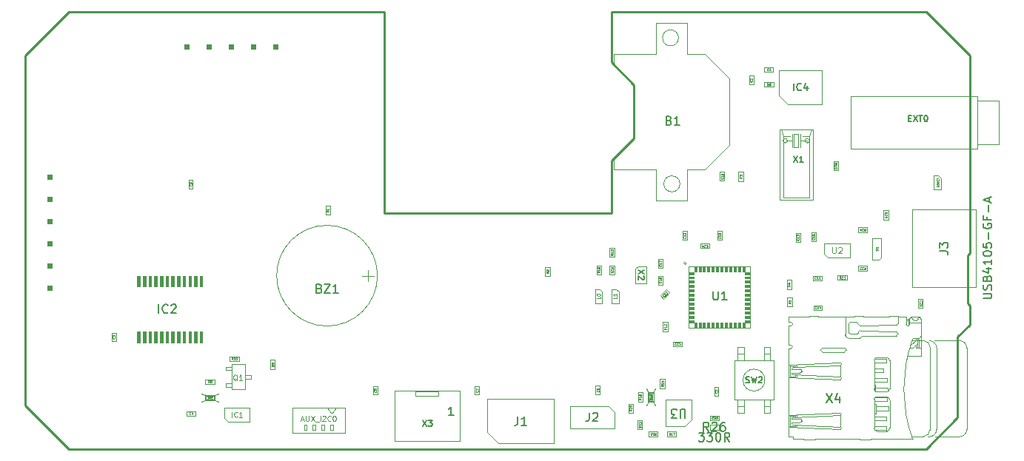
<source format=gbr>
%TF.GenerationSoftware,KiCad,Pcbnew,9.0.0*%
%TF.CreationDate,2025-08-25T22:56:13+01:00*%
%TF.ProjectId,FED3,46454433-2e6b-4696-9361-645f70636258,rev?*%
%TF.SameCoordinates,Original*%
%TF.FileFunction,AssemblyDrawing,Top*%
%FSLAX46Y46*%
G04 Gerber Fmt 4.6, Leading zero omitted, Abs format (unit mm)*
G04 Created by KiCad (PCBNEW 9.0.0) date 2025-08-25 22:56:13*
%MOMM*%
%LPD*%
G01*
G04 APERTURE LIST*
%ADD10C,0.100000*%
%ADD11C,0.150000*%
%ADD12C,0.040000*%
%ADD13C,0.065000*%
%ADD14C,0.060000*%
%ADD15C,0.120000*%
%TA.AperFunction,Profile*%
%ADD16C,0.250000*%
%TD*%
G04 APERTURE END LIST*
D10*
X136724300Y-123378900D02*
X144124300Y-123378900D01*
X144124300Y-129128900D01*
X136724300Y-129128900D01*
X136724300Y-123378900D01*
X170077500Y-108759500D02*
G75*
G02*
X169758500Y-108759500I-159500J0D01*
G01*
X169758500Y-108759500D02*
G75*
G02*
X170077500Y-108759500I159500J0D01*
G01*
X139124300Y-123436400D02*
X141724300Y-123436400D01*
X141724300Y-123936400D01*
X139124300Y-123936400D01*
X139124300Y-123436400D01*
D11*
X171486365Y-128145867D02*
X172105412Y-128145867D01*
X172105412Y-128145867D02*
X171772079Y-128526819D01*
X171772079Y-128526819D02*
X171914936Y-128526819D01*
X171914936Y-128526819D02*
X172010174Y-128574438D01*
X172010174Y-128574438D02*
X172057793Y-128622057D01*
X172057793Y-128622057D02*
X172105412Y-128717295D01*
X172105412Y-128717295D02*
X172105412Y-128955390D01*
X172105412Y-128955390D02*
X172057793Y-129050628D01*
X172057793Y-129050628D02*
X172010174Y-129098248D01*
X172010174Y-129098248D02*
X171914936Y-129145867D01*
X171914936Y-129145867D02*
X171629222Y-129145867D01*
X171629222Y-129145867D02*
X171533984Y-129098248D01*
X171533984Y-129098248D02*
X171486365Y-129050628D01*
X172438746Y-128145867D02*
X173057793Y-128145867D01*
X173057793Y-128145867D02*
X172724460Y-128526819D01*
X172724460Y-128526819D02*
X172867317Y-128526819D01*
X172867317Y-128526819D02*
X172962555Y-128574438D01*
X172962555Y-128574438D02*
X173010174Y-128622057D01*
X173010174Y-128622057D02*
X173057793Y-128717295D01*
X173057793Y-128717295D02*
X173057793Y-128955390D01*
X173057793Y-128955390D02*
X173010174Y-129050628D01*
X173010174Y-129050628D02*
X172962555Y-129098248D01*
X172962555Y-129098248D02*
X172867317Y-129145867D01*
X172867317Y-129145867D02*
X172581603Y-129145867D01*
X172581603Y-129145867D02*
X172486365Y-129098248D01*
X172486365Y-129098248D02*
X172438746Y-129050628D01*
X173676841Y-128145867D02*
X173772079Y-128145867D01*
X173772079Y-128145867D02*
X173867317Y-128193486D01*
X173867317Y-128193486D02*
X173914936Y-128241105D01*
X173914936Y-128241105D02*
X173962555Y-128336343D01*
X173962555Y-128336343D02*
X174010174Y-128526819D01*
X174010174Y-128526819D02*
X174010174Y-128764914D01*
X174010174Y-128764914D02*
X173962555Y-128955390D01*
X173962555Y-128955390D02*
X173914936Y-129050628D01*
X173914936Y-129050628D02*
X173867317Y-129098248D01*
X173867317Y-129098248D02*
X173772079Y-129145867D01*
X173772079Y-129145867D02*
X173676841Y-129145867D01*
X173676841Y-129145867D02*
X173581603Y-129098248D01*
X173581603Y-129098248D02*
X173533984Y-129050628D01*
X173533984Y-129050628D02*
X173486365Y-128955390D01*
X173486365Y-128955390D02*
X173438746Y-128764914D01*
X173438746Y-128764914D02*
X173438746Y-128526819D01*
X173438746Y-128526819D02*
X173486365Y-128336343D01*
X173486365Y-128336343D02*
X173533984Y-128241105D01*
X173533984Y-128241105D02*
X173581603Y-128193486D01*
X173581603Y-128193486D02*
X173676841Y-128145867D01*
X175010174Y-129145867D02*
X174676841Y-128669676D01*
X174438746Y-129145867D02*
X174438746Y-128145867D01*
X174438746Y-128145867D02*
X174819698Y-128145867D01*
X174819698Y-128145867D02*
X174914936Y-128193486D01*
X174914936Y-128193486D02*
X174962555Y-128241105D01*
X174962555Y-128241105D02*
X175010174Y-128336343D01*
X175010174Y-128336343D02*
X175010174Y-128479200D01*
X175010174Y-128479200D02*
X174962555Y-128574438D01*
X174962555Y-128574438D02*
X174914936Y-128622057D01*
X174914936Y-128622057D02*
X174819698Y-128669676D01*
X174819698Y-128669676D02*
X174438746Y-128669676D01*
X172629221Y-127975867D02*
X172295888Y-127499676D01*
X172057793Y-127975867D02*
X172057793Y-126975867D01*
X172057793Y-126975867D02*
X172438745Y-126975867D01*
X172438745Y-126975867D02*
X172533983Y-127023486D01*
X172533983Y-127023486D02*
X172581602Y-127071105D01*
X172581602Y-127071105D02*
X172629221Y-127166343D01*
X172629221Y-127166343D02*
X172629221Y-127309200D01*
X172629221Y-127309200D02*
X172581602Y-127404438D01*
X172581602Y-127404438D02*
X172533983Y-127452057D01*
X172533983Y-127452057D02*
X172438745Y-127499676D01*
X172438745Y-127499676D02*
X172057793Y-127499676D01*
X173010174Y-127071105D02*
X173057793Y-127023486D01*
X173057793Y-127023486D02*
X173153031Y-126975867D01*
X173153031Y-126975867D02*
X173391126Y-126975867D01*
X173391126Y-126975867D02*
X173486364Y-127023486D01*
X173486364Y-127023486D02*
X173533983Y-127071105D01*
X173533983Y-127071105D02*
X173581602Y-127166343D01*
X173581602Y-127166343D02*
X173581602Y-127261581D01*
X173581602Y-127261581D02*
X173533983Y-127404438D01*
X173533983Y-127404438D02*
X172962555Y-127975867D01*
X172962555Y-127975867D02*
X173581602Y-127975867D01*
X174438745Y-126975867D02*
X174248269Y-126975867D01*
X174248269Y-126975867D02*
X174153031Y-127023486D01*
X174153031Y-127023486D02*
X174105412Y-127071105D01*
X174105412Y-127071105D02*
X174010174Y-127213962D01*
X174010174Y-127213962D02*
X173962555Y-127404438D01*
X173962555Y-127404438D02*
X173962555Y-127785390D01*
X173962555Y-127785390D02*
X174010174Y-127880628D01*
X174010174Y-127880628D02*
X174057793Y-127928248D01*
X174057793Y-127928248D02*
X174153031Y-127975867D01*
X174153031Y-127975867D02*
X174343507Y-127975867D01*
X174343507Y-127975867D02*
X174438745Y-127928248D01*
X174438745Y-127928248D02*
X174486364Y-127880628D01*
X174486364Y-127880628D02*
X174533983Y-127785390D01*
X174533983Y-127785390D02*
X174533983Y-127547295D01*
X174533983Y-127547295D02*
X174486364Y-127452057D01*
X174486364Y-127452057D02*
X174438745Y-127404438D01*
X174438745Y-127404438D02*
X174343507Y-127356819D01*
X174343507Y-127356819D02*
X174153031Y-127356819D01*
X174153031Y-127356819D02*
X174057793Y-127404438D01*
X174057793Y-127404438D02*
X174010174Y-127452057D01*
X174010174Y-127452057D02*
X173962555Y-127547295D01*
X176866666Y-122407700D02*
X176966666Y-122441033D01*
X176966666Y-122441033D02*
X177133333Y-122441033D01*
X177133333Y-122441033D02*
X177199999Y-122407700D01*
X177199999Y-122407700D02*
X177233333Y-122374366D01*
X177233333Y-122374366D02*
X177266666Y-122307700D01*
X177266666Y-122307700D02*
X177266666Y-122241033D01*
X177266666Y-122241033D02*
X177233333Y-122174366D01*
X177233333Y-122174366D02*
X177199999Y-122141033D01*
X177199999Y-122141033D02*
X177133333Y-122107700D01*
X177133333Y-122107700D02*
X176999999Y-122074366D01*
X176999999Y-122074366D02*
X176933333Y-122041033D01*
X176933333Y-122041033D02*
X176899999Y-122007700D01*
X176899999Y-122007700D02*
X176866666Y-121941033D01*
X176866666Y-121941033D02*
X176866666Y-121874366D01*
X176866666Y-121874366D02*
X176899999Y-121807700D01*
X176899999Y-121807700D02*
X176933333Y-121774366D01*
X176933333Y-121774366D02*
X176999999Y-121741033D01*
X176999999Y-121741033D02*
X177166666Y-121741033D01*
X177166666Y-121741033D02*
X177266666Y-121774366D01*
X177500000Y-121741033D02*
X177666666Y-122441033D01*
X177666666Y-122441033D02*
X177800000Y-121941033D01*
X177800000Y-121941033D02*
X177933333Y-122441033D01*
X177933333Y-122441033D02*
X178100000Y-121741033D01*
X178333333Y-121807700D02*
X178366666Y-121774366D01*
X178366666Y-121774366D02*
X178433333Y-121741033D01*
X178433333Y-121741033D02*
X178600000Y-121741033D01*
X178600000Y-121741033D02*
X178666666Y-121774366D01*
X178666666Y-121774366D02*
X178700000Y-121807700D01*
X178700000Y-121807700D02*
X178733333Y-121874366D01*
X178733333Y-121874366D02*
X178733333Y-121941033D01*
X178733333Y-121941033D02*
X178700000Y-122041033D01*
X178700000Y-122041033D02*
X178300000Y-122441033D01*
X178300000Y-122441033D02*
X178733333Y-122441033D01*
D12*
X167189765Y-110860714D02*
X167201670Y-110872618D01*
X167201670Y-110872618D02*
X167213574Y-110908333D01*
X167213574Y-110908333D02*
X167213574Y-110932142D01*
X167213574Y-110932142D02*
X167201670Y-110967856D01*
X167201670Y-110967856D02*
X167177860Y-110991666D01*
X167177860Y-110991666D02*
X167154050Y-111003571D01*
X167154050Y-111003571D02*
X167106431Y-111015475D01*
X167106431Y-111015475D02*
X167070717Y-111015475D01*
X167070717Y-111015475D02*
X167023098Y-111003571D01*
X167023098Y-111003571D02*
X166999289Y-110991666D01*
X166999289Y-110991666D02*
X166975479Y-110967856D01*
X166975479Y-110967856D02*
X166963574Y-110932142D01*
X166963574Y-110932142D02*
X166963574Y-110908333D01*
X166963574Y-110908333D02*
X166975479Y-110872618D01*
X166975479Y-110872618D02*
X166987384Y-110860714D01*
X167213574Y-110622618D02*
X167213574Y-110765475D01*
X167213574Y-110694047D02*
X166963574Y-110694047D01*
X166963574Y-110694047D02*
X166999289Y-110717856D01*
X166999289Y-110717856D02*
X167023098Y-110741666D01*
X167023098Y-110741666D02*
X167035003Y-110765475D01*
X167070717Y-110479761D02*
X167058812Y-110503571D01*
X167058812Y-110503571D02*
X167046908Y-110515476D01*
X167046908Y-110515476D02*
X167023098Y-110527380D01*
X167023098Y-110527380D02*
X167011193Y-110527380D01*
X167011193Y-110527380D02*
X166987384Y-110515476D01*
X166987384Y-110515476D02*
X166975479Y-110503571D01*
X166975479Y-110503571D02*
X166963574Y-110479761D01*
X166963574Y-110479761D02*
X166963574Y-110432142D01*
X166963574Y-110432142D02*
X166975479Y-110408333D01*
X166975479Y-110408333D02*
X166987384Y-110396428D01*
X166987384Y-110396428D02*
X167011193Y-110384523D01*
X167011193Y-110384523D02*
X167023098Y-110384523D01*
X167023098Y-110384523D02*
X167046908Y-110396428D01*
X167046908Y-110396428D02*
X167058812Y-110408333D01*
X167058812Y-110408333D02*
X167070717Y-110432142D01*
X167070717Y-110432142D02*
X167070717Y-110479761D01*
X167070717Y-110479761D02*
X167082622Y-110503571D01*
X167082622Y-110503571D02*
X167094527Y-110515476D01*
X167094527Y-110515476D02*
X167118336Y-110527380D01*
X167118336Y-110527380D02*
X167165955Y-110527380D01*
X167165955Y-110527380D02*
X167189765Y-110515476D01*
X167189765Y-110515476D02*
X167201670Y-110503571D01*
X167201670Y-110503571D02*
X167213574Y-110479761D01*
X167213574Y-110479761D02*
X167213574Y-110432142D01*
X167213574Y-110432142D02*
X167201670Y-110408333D01*
X167201670Y-110408333D02*
X167189765Y-110396428D01*
X167189765Y-110396428D02*
X167165955Y-110384523D01*
X167165955Y-110384523D02*
X167118336Y-110384523D01*
X167118336Y-110384523D02*
X167094527Y-110396428D01*
X167094527Y-110396428D02*
X167082622Y-110408333D01*
X167082622Y-110408333D02*
X167070717Y-110432142D01*
X167189765Y-108933214D02*
X167201670Y-108945118D01*
X167201670Y-108945118D02*
X167213574Y-108980833D01*
X167213574Y-108980833D02*
X167213574Y-109004642D01*
X167213574Y-109004642D02*
X167201670Y-109040356D01*
X167201670Y-109040356D02*
X167177860Y-109064166D01*
X167177860Y-109064166D02*
X167154050Y-109076071D01*
X167154050Y-109076071D02*
X167106431Y-109087975D01*
X167106431Y-109087975D02*
X167070717Y-109087975D01*
X167070717Y-109087975D02*
X167023098Y-109076071D01*
X167023098Y-109076071D02*
X166999289Y-109064166D01*
X166999289Y-109064166D02*
X166975479Y-109040356D01*
X166975479Y-109040356D02*
X166963574Y-109004642D01*
X166963574Y-109004642D02*
X166963574Y-108980833D01*
X166963574Y-108980833D02*
X166975479Y-108945118D01*
X166975479Y-108945118D02*
X166987384Y-108933214D01*
X167213574Y-108695118D02*
X167213574Y-108837975D01*
X167213574Y-108766547D02*
X166963574Y-108766547D01*
X166963574Y-108766547D02*
X166999289Y-108790356D01*
X166999289Y-108790356D02*
X167023098Y-108814166D01*
X167023098Y-108814166D02*
X167035003Y-108837975D01*
X166963574Y-108611785D02*
X166963574Y-108445119D01*
X166963574Y-108445119D02*
X167213574Y-108552261D01*
X168232857Y-128418200D02*
X168146190Y-128294391D01*
X168084285Y-128418200D02*
X168084285Y-128158200D01*
X168084285Y-128158200D02*
X168183333Y-128158200D01*
X168183333Y-128158200D02*
X168208095Y-128170581D01*
X168208095Y-128170581D02*
X168220476Y-128182962D01*
X168220476Y-128182962D02*
X168232857Y-128207724D01*
X168232857Y-128207724D02*
X168232857Y-128244867D01*
X168232857Y-128244867D02*
X168220476Y-128269629D01*
X168220476Y-128269629D02*
X168208095Y-128282010D01*
X168208095Y-128282010D02*
X168183333Y-128294391D01*
X168183333Y-128294391D02*
X168084285Y-128294391D01*
X168480476Y-128418200D02*
X168331904Y-128418200D01*
X168406190Y-128418200D02*
X168406190Y-128158200D01*
X168406190Y-128158200D02*
X168381428Y-128195343D01*
X168381428Y-128195343D02*
X168356666Y-128220105D01*
X168356666Y-128220105D02*
X168331904Y-128232486D01*
X168567142Y-128158200D02*
X168740476Y-128158200D01*
X168740476Y-128158200D02*
X168629047Y-128418200D01*
X196766560Y-113202857D02*
X196754180Y-113190476D01*
X196754180Y-113190476D02*
X196741799Y-113153333D01*
X196741799Y-113153333D02*
X196741799Y-113128571D01*
X196741799Y-113128571D02*
X196754180Y-113091428D01*
X196754180Y-113091428D02*
X196778941Y-113066666D01*
X196778941Y-113066666D02*
X196803703Y-113054285D01*
X196803703Y-113054285D02*
X196853227Y-113041904D01*
X196853227Y-113041904D02*
X196890370Y-113041904D01*
X196890370Y-113041904D02*
X196939894Y-113054285D01*
X196939894Y-113054285D02*
X196964656Y-113066666D01*
X196964656Y-113066666D02*
X196989418Y-113091428D01*
X196989418Y-113091428D02*
X197001799Y-113128571D01*
X197001799Y-113128571D02*
X197001799Y-113153333D01*
X197001799Y-113153333D02*
X196989418Y-113190476D01*
X196989418Y-113190476D02*
X196977037Y-113202857D01*
X196977037Y-113301904D02*
X196989418Y-113314285D01*
X196989418Y-113314285D02*
X197001799Y-113339047D01*
X197001799Y-113339047D02*
X197001799Y-113400952D01*
X197001799Y-113400952D02*
X196989418Y-113425714D01*
X196989418Y-113425714D02*
X196977037Y-113438095D01*
X196977037Y-113438095D02*
X196952275Y-113450476D01*
X196952275Y-113450476D02*
X196927513Y-113450476D01*
X196927513Y-113450476D02*
X196890370Y-113438095D01*
X196890370Y-113438095D02*
X196741799Y-113289523D01*
X196741799Y-113289523D02*
X196741799Y-113450476D01*
X196741799Y-113698095D02*
X196741799Y-113549523D01*
X196741799Y-113623809D02*
X197001799Y-113623809D01*
X197001799Y-113623809D02*
X196964656Y-113599047D01*
X196964656Y-113599047D02*
X196939894Y-113574285D01*
X196939894Y-113574285D02*
X196927513Y-113549523D01*
D11*
X165253966Y-109530833D02*
X164553966Y-109997499D01*
X165253966Y-109997499D02*
X164553966Y-109530833D01*
X165187300Y-110230833D02*
X165220633Y-110264166D01*
X165220633Y-110264166D02*
X165253966Y-110330833D01*
X165253966Y-110330833D02*
X165253966Y-110497500D01*
X165253966Y-110497500D02*
X165220633Y-110564166D01*
X165220633Y-110564166D02*
X165187300Y-110597500D01*
X165187300Y-110597500D02*
X165120633Y-110630833D01*
X165120633Y-110630833D02*
X165053966Y-110630833D01*
X165053966Y-110630833D02*
X164953966Y-110597500D01*
X164953966Y-110597500D02*
X164553966Y-110197500D01*
X164553966Y-110197500D02*
X164553966Y-110630833D01*
D13*
X190413142Y-104810499D02*
X190499809Y-104934308D01*
X190561714Y-104810499D02*
X190561714Y-105070499D01*
X190561714Y-105070499D02*
X190462666Y-105070499D01*
X190462666Y-105070499D02*
X190437904Y-105058118D01*
X190437904Y-105058118D02*
X190425523Y-105045737D01*
X190425523Y-105045737D02*
X190413142Y-105020975D01*
X190413142Y-105020975D02*
X190413142Y-104983832D01*
X190413142Y-104983832D02*
X190425523Y-104959070D01*
X190425523Y-104959070D02*
X190437904Y-104946689D01*
X190437904Y-104946689D02*
X190462666Y-104934308D01*
X190462666Y-104934308D02*
X190561714Y-104934308D01*
X190314095Y-105045737D02*
X190301714Y-105058118D01*
X190301714Y-105058118D02*
X190276952Y-105070499D01*
X190276952Y-105070499D02*
X190215047Y-105070499D01*
X190215047Y-105070499D02*
X190190285Y-105058118D01*
X190190285Y-105058118D02*
X190177904Y-105045737D01*
X190177904Y-105045737D02*
X190165523Y-105020975D01*
X190165523Y-105020975D02*
X190165523Y-104996213D01*
X190165523Y-104996213D02*
X190177904Y-104959070D01*
X190177904Y-104959070D02*
X190326476Y-104810499D01*
X190326476Y-104810499D02*
X190165523Y-104810499D01*
X189942666Y-104983832D02*
X189942666Y-104810499D01*
X190004571Y-105082880D02*
X190066476Y-104897165D01*
X190066476Y-104897165D02*
X189905523Y-104897165D01*
D12*
X179476667Y-88418200D02*
X179390000Y-88294391D01*
X179328095Y-88418200D02*
X179328095Y-88158200D01*
X179328095Y-88158200D02*
X179427143Y-88158200D01*
X179427143Y-88158200D02*
X179451905Y-88170581D01*
X179451905Y-88170581D02*
X179464286Y-88182962D01*
X179464286Y-88182962D02*
X179476667Y-88207724D01*
X179476667Y-88207724D02*
X179476667Y-88244867D01*
X179476667Y-88244867D02*
X179464286Y-88269629D01*
X179464286Y-88269629D02*
X179451905Y-88282010D01*
X179451905Y-88282010D02*
X179427143Y-88294391D01*
X179427143Y-88294391D02*
X179328095Y-88294391D01*
X179699524Y-88158200D02*
X179650000Y-88158200D01*
X179650000Y-88158200D02*
X179625238Y-88170581D01*
X179625238Y-88170581D02*
X179612857Y-88182962D01*
X179612857Y-88182962D02*
X179588095Y-88220105D01*
X179588095Y-88220105D02*
X179575714Y-88269629D01*
X179575714Y-88269629D02*
X179575714Y-88368677D01*
X179575714Y-88368677D02*
X179588095Y-88393439D01*
X179588095Y-88393439D02*
X179600476Y-88405820D01*
X179600476Y-88405820D02*
X179625238Y-88418200D01*
X179625238Y-88418200D02*
X179674762Y-88418200D01*
X179674762Y-88418200D02*
X179699524Y-88405820D01*
X179699524Y-88405820D02*
X179711905Y-88393439D01*
X179711905Y-88393439D02*
X179724286Y-88368677D01*
X179724286Y-88368677D02*
X179724286Y-88306772D01*
X179724286Y-88306772D02*
X179711905Y-88282010D01*
X179711905Y-88282010D02*
X179699524Y-88269629D01*
X179699524Y-88269629D02*
X179674762Y-88257248D01*
X179674762Y-88257248D02*
X179625238Y-88257248D01*
X179625238Y-88257248D02*
X179600476Y-88269629D01*
X179600476Y-88269629D02*
X179588095Y-88282010D01*
X179588095Y-88282010D02*
X179575714Y-88306772D01*
D13*
X192783099Y-103052857D02*
X192906908Y-102966190D01*
X192783099Y-102904285D02*
X193043099Y-102904285D01*
X193043099Y-102904285D02*
X193043099Y-103003333D01*
X193043099Y-103003333D02*
X193030718Y-103028095D01*
X193030718Y-103028095D02*
X193018337Y-103040476D01*
X193018337Y-103040476D02*
X192993575Y-103052857D01*
X192993575Y-103052857D02*
X192956432Y-103052857D01*
X192956432Y-103052857D02*
X192931670Y-103040476D01*
X192931670Y-103040476D02*
X192919289Y-103028095D01*
X192919289Y-103028095D02*
X192906908Y-103003333D01*
X192906908Y-103003333D02*
X192906908Y-102904285D01*
X193018337Y-103151904D02*
X193030718Y-103164285D01*
X193030718Y-103164285D02*
X193043099Y-103189047D01*
X193043099Y-103189047D02*
X193043099Y-103250952D01*
X193043099Y-103250952D02*
X193030718Y-103275714D01*
X193030718Y-103275714D02*
X193018337Y-103288095D01*
X193018337Y-103288095D02*
X192993575Y-103300476D01*
X192993575Y-103300476D02*
X192968813Y-103300476D01*
X192968813Y-103300476D02*
X192931670Y-103288095D01*
X192931670Y-103288095D02*
X192783099Y-103139523D01*
X192783099Y-103139523D02*
X192783099Y-103300476D01*
X193043099Y-103535714D02*
X193043099Y-103411904D01*
X193043099Y-103411904D02*
X192919289Y-103399523D01*
X192919289Y-103399523D02*
X192931670Y-103411904D01*
X192931670Y-103411904D02*
X192944051Y-103436666D01*
X192944051Y-103436666D02*
X192944051Y-103498571D01*
X192944051Y-103498571D02*
X192931670Y-103523333D01*
X192931670Y-103523333D02*
X192919289Y-103535714D01*
X192919289Y-103535714D02*
X192894527Y-103548095D01*
X192894527Y-103548095D02*
X192832622Y-103548095D01*
X192832622Y-103548095D02*
X192807860Y-103535714D01*
X192807860Y-103535714D02*
X192795480Y-103523333D01*
X192795480Y-103523333D02*
X192783099Y-103498571D01*
X192783099Y-103498571D02*
X192783099Y-103436666D01*
X192783099Y-103436666D02*
X192795480Y-103411904D01*
X192795480Y-103411904D02*
X192807860Y-103399523D01*
D12*
X174245265Y-98973114D02*
X174257170Y-98985018D01*
X174257170Y-98985018D02*
X174269074Y-99020733D01*
X174269074Y-99020733D02*
X174269074Y-99044542D01*
X174269074Y-99044542D02*
X174257170Y-99080256D01*
X174257170Y-99080256D02*
X174233360Y-99104066D01*
X174233360Y-99104066D02*
X174209550Y-99115971D01*
X174209550Y-99115971D02*
X174161931Y-99127875D01*
X174161931Y-99127875D02*
X174126217Y-99127875D01*
X174126217Y-99127875D02*
X174078598Y-99115971D01*
X174078598Y-99115971D02*
X174054789Y-99104066D01*
X174054789Y-99104066D02*
X174030979Y-99080256D01*
X174030979Y-99080256D02*
X174019074Y-99044542D01*
X174019074Y-99044542D02*
X174019074Y-99020733D01*
X174019074Y-99020733D02*
X174030979Y-98985018D01*
X174030979Y-98985018D02*
X174042884Y-98973114D01*
X174269074Y-98735018D02*
X174269074Y-98877875D01*
X174269074Y-98806447D02*
X174019074Y-98806447D01*
X174019074Y-98806447D02*
X174054789Y-98830256D01*
X174054789Y-98830256D02*
X174078598Y-98854066D01*
X174078598Y-98854066D02*
X174090503Y-98877875D01*
X174019074Y-98580257D02*
X174019074Y-98556447D01*
X174019074Y-98556447D02*
X174030979Y-98532638D01*
X174030979Y-98532638D02*
X174042884Y-98520733D01*
X174042884Y-98520733D02*
X174066693Y-98508828D01*
X174066693Y-98508828D02*
X174114312Y-98496923D01*
X174114312Y-98496923D02*
X174173836Y-98496923D01*
X174173836Y-98496923D02*
X174221455Y-98508828D01*
X174221455Y-98508828D02*
X174245265Y-98520733D01*
X174245265Y-98520733D02*
X174257170Y-98532638D01*
X174257170Y-98532638D02*
X174269074Y-98556447D01*
X174269074Y-98556447D02*
X174269074Y-98580257D01*
X174269074Y-98580257D02*
X174257170Y-98604066D01*
X174257170Y-98604066D02*
X174245265Y-98615971D01*
X174245265Y-98615971D02*
X174221455Y-98627876D01*
X174221455Y-98627876D02*
X174173836Y-98639780D01*
X174173836Y-98639780D02*
X174114312Y-98639780D01*
X174114312Y-98639780D02*
X174066693Y-98627876D01*
X174066693Y-98627876D02*
X174042884Y-98615971D01*
X174042884Y-98615971D02*
X174030979Y-98604066D01*
X174030979Y-98604066D02*
X174019074Y-98580257D01*
X179458333Y-86689765D02*
X179446429Y-86701670D01*
X179446429Y-86701670D02*
X179410714Y-86713574D01*
X179410714Y-86713574D02*
X179386905Y-86713574D01*
X179386905Y-86713574D02*
X179351191Y-86701670D01*
X179351191Y-86701670D02*
X179327381Y-86677860D01*
X179327381Y-86677860D02*
X179315476Y-86654050D01*
X179315476Y-86654050D02*
X179303572Y-86606431D01*
X179303572Y-86606431D02*
X179303572Y-86570717D01*
X179303572Y-86570717D02*
X179315476Y-86523098D01*
X179315476Y-86523098D02*
X179327381Y-86499289D01*
X179327381Y-86499289D02*
X179351191Y-86475479D01*
X179351191Y-86475479D02*
X179386905Y-86463574D01*
X179386905Y-86463574D02*
X179410714Y-86463574D01*
X179410714Y-86463574D02*
X179446429Y-86475479D01*
X179446429Y-86475479D02*
X179458333Y-86487384D01*
X179696429Y-86713574D02*
X179553572Y-86713574D01*
X179625000Y-86713574D02*
X179625000Y-86463574D01*
X179625000Y-86463574D02*
X179601191Y-86499289D01*
X179601191Y-86499289D02*
X179577381Y-86523098D01*
X179577381Y-86523098D02*
X179553572Y-86535003D01*
D11*
X168078984Y-92413749D02*
X168221841Y-92461368D01*
X168221841Y-92461368D02*
X168269460Y-92508987D01*
X168269460Y-92508987D02*
X168317079Y-92604225D01*
X168317079Y-92604225D02*
X168317079Y-92747082D01*
X168317079Y-92747082D02*
X168269460Y-92842320D01*
X168269460Y-92842320D02*
X168221841Y-92889940D01*
X168221841Y-92889940D02*
X168126603Y-92937559D01*
X168126603Y-92937559D02*
X167745651Y-92937559D01*
X167745651Y-92937559D02*
X167745651Y-91937559D01*
X167745651Y-91937559D02*
X168078984Y-91937559D01*
X168078984Y-91937559D02*
X168174222Y-91985178D01*
X168174222Y-91985178D02*
X168221841Y-92032797D01*
X168221841Y-92032797D02*
X168269460Y-92128035D01*
X168269460Y-92128035D02*
X168269460Y-92223273D01*
X168269460Y-92223273D02*
X168221841Y-92318511D01*
X168221841Y-92318511D02*
X168174222Y-92366130D01*
X168174222Y-92366130D02*
X168078984Y-92413749D01*
X168078984Y-92413749D02*
X167745651Y-92413749D01*
X169269460Y-92937559D02*
X168698032Y-92937559D01*
X168983746Y-92937559D02*
X168983746Y-91937559D01*
X168983746Y-91937559D02*
X168888508Y-92080416D01*
X168888508Y-92080416D02*
X168793270Y-92175654D01*
X168793270Y-92175654D02*
X168698032Y-92223273D01*
D12*
X198696560Y-99210476D02*
X198684180Y-99198095D01*
X198684180Y-99198095D02*
X198671799Y-99160952D01*
X198671799Y-99160952D02*
X198671799Y-99136190D01*
X198671799Y-99136190D02*
X198684180Y-99099047D01*
X198684180Y-99099047D02*
X198708941Y-99074285D01*
X198708941Y-99074285D02*
X198733703Y-99061904D01*
X198733703Y-99061904D02*
X198783227Y-99049523D01*
X198783227Y-99049523D02*
X198820370Y-99049523D01*
X198820370Y-99049523D02*
X198869894Y-99061904D01*
X198869894Y-99061904D02*
X198894656Y-99074285D01*
X198894656Y-99074285D02*
X198919418Y-99099047D01*
X198919418Y-99099047D02*
X198931799Y-99136190D01*
X198931799Y-99136190D02*
X198931799Y-99160952D01*
X198931799Y-99160952D02*
X198919418Y-99198095D01*
X198919418Y-99198095D02*
X198907037Y-99210476D01*
X198671799Y-99321904D02*
X198931799Y-99321904D01*
X198807989Y-99321904D02*
X198807989Y-99470476D01*
X198671799Y-99470476D02*
X198931799Y-99470476D01*
X198919418Y-99730476D02*
X198931799Y-99705714D01*
X198931799Y-99705714D02*
X198931799Y-99668571D01*
X198931799Y-99668571D02*
X198919418Y-99631428D01*
X198919418Y-99631428D02*
X198894656Y-99606666D01*
X198894656Y-99606666D02*
X198869894Y-99594285D01*
X198869894Y-99594285D02*
X198820370Y-99581904D01*
X198820370Y-99581904D02*
X198783227Y-99581904D01*
X198783227Y-99581904D02*
X198733703Y-99594285D01*
X198733703Y-99594285D02*
X198708941Y-99606666D01*
X198708941Y-99606666D02*
X198684180Y-99631428D01*
X198684180Y-99631428D02*
X198671799Y-99668571D01*
X198671799Y-99668571D02*
X198671799Y-99693333D01*
X198671799Y-99693333D02*
X198684180Y-99730476D01*
X198684180Y-99730476D02*
X198696560Y-99742857D01*
X198696560Y-99742857D02*
X198783227Y-99742857D01*
X198783227Y-99742857D02*
X198783227Y-99693333D01*
X198931799Y-99903809D02*
X198931799Y-99928571D01*
X198931799Y-99928571D02*
X198919418Y-99953333D01*
X198919418Y-99953333D02*
X198907037Y-99965714D01*
X198907037Y-99965714D02*
X198882275Y-99978095D01*
X198882275Y-99978095D02*
X198832751Y-99990476D01*
X198832751Y-99990476D02*
X198770846Y-99990476D01*
X198770846Y-99990476D02*
X198721322Y-99978095D01*
X198721322Y-99978095D02*
X198696560Y-99965714D01*
X198696560Y-99965714D02*
X198684180Y-99953333D01*
X198684180Y-99953333D02*
X198671799Y-99928571D01*
X198671799Y-99928571D02*
X198671799Y-99903809D01*
X198671799Y-99903809D02*
X198684180Y-99879047D01*
X198684180Y-99879047D02*
X198696560Y-99866666D01*
X198696560Y-99866666D02*
X198721322Y-99854285D01*
X198721322Y-99854285D02*
X198770846Y-99841904D01*
X198770846Y-99841904D02*
X198832751Y-99841904D01*
X198832751Y-99841904D02*
X198882275Y-99854285D01*
X198882275Y-99854285D02*
X198907037Y-99866666D01*
X198907037Y-99866666D02*
X198919418Y-99879047D01*
X198919418Y-99879047D02*
X198931799Y-99903809D01*
D14*
X162121927Y-112586666D02*
X162121927Y-112777142D01*
X162121927Y-112777142D02*
X161721927Y-112777142D01*
X162121927Y-112243809D02*
X162121927Y-112472380D01*
X162121927Y-112358094D02*
X161721927Y-112358094D01*
X161721927Y-112358094D02*
X161779070Y-112396190D01*
X161779070Y-112396190D02*
X161817165Y-112434285D01*
X161817165Y-112434285D02*
X161836213Y-112472380D01*
D12*
X182018200Y-113243332D02*
X181894391Y-113329999D01*
X182018200Y-113391904D02*
X181758200Y-113391904D01*
X181758200Y-113391904D02*
X181758200Y-113292856D01*
X181758200Y-113292856D02*
X181770581Y-113268094D01*
X181770581Y-113268094D02*
X181782962Y-113255713D01*
X181782962Y-113255713D02*
X181807724Y-113243332D01*
X181807724Y-113243332D02*
X181844867Y-113243332D01*
X181844867Y-113243332D02*
X181869629Y-113255713D01*
X181869629Y-113255713D02*
X181882010Y-113268094D01*
X181882010Y-113268094D02*
X181894391Y-113292856D01*
X181894391Y-113292856D02*
X181894391Y-113391904D01*
X181758200Y-113008094D02*
X181758200Y-113131904D01*
X181758200Y-113131904D02*
X181882010Y-113144285D01*
X181882010Y-113144285D02*
X181869629Y-113131904D01*
X181869629Y-113131904D02*
X181857248Y-113107142D01*
X181857248Y-113107142D02*
X181857248Y-113045237D01*
X181857248Y-113045237D02*
X181869629Y-113020475D01*
X181869629Y-113020475D02*
X181882010Y-113008094D01*
X181882010Y-113008094D02*
X181906772Y-112995713D01*
X181906772Y-112995713D02*
X181968677Y-112995713D01*
X181968677Y-112995713D02*
X181993439Y-113008094D01*
X181993439Y-113008094D02*
X182005820Y-113020475D01*
X182005820Y-113020475D02*
X182018200Y-113045237D01*
X182018200Y-113045237D02*
X182018200Y-113107142D01*
X182018200Y-113107142D02*
X182005820Y-113131904D01*
X182005820Y-113131904D02*
X181993439Y-113144285D01*
X167428000Y-122695542D02*
X167304191Y-122782209D01*
X167428000Y-122844114D02*
X167168000Y-122844114D01*
X167168000Y-122844114D02*
X167168000Y-122745066D01*
X167168000Y-122745066D02*
X167180381Y-122720304D01*
X167180381Y-122720304D02*
X167192762Y-122707923D01*
X167192762Y-122707923D02*
X167217524Y-122695542D01*
X167217524Y-122695542D02*
X167254667Y-122695542D01*
X167254667Y-122695542D02*
X167279429Y-122707923D01*
X167279429Y-122707923D02*
X167291810Y-122720304D01*
X167291810Y-122720304D02*
X167304191Y-122745066D01*
X167304191Y-122745066D02*
X167304191Y-122844114D01*
X167428000Y-122447923D02*
X167428000Y-122596495D01*
X167428000Y-122522209D02*
X167168000Y-122522209D01*
X167168000Y-122522209D02*
X167205143Y-122546971D01*
X167205143Y-122546971D02*
X167229905Y-122571733D01*
X167229905Y-122571733D02*
X167242286Y-122596495D01*
X167254667Y-122225066D02*
X167428000Y-122225066D01*
X167155620Y-122286971D02*
X167341334Y-122348876D01*
X167341334Y-122348876D02*
X167341334Y-122187923D01*
X134589765Y-123341666D02*
X134601670Y-123353570D01*
X134601670Y-123353570D02*
X134613574Y-123389285D01*
X134613574Y-123389285D02*
X134613574Y-123413094D01*
X134613574Y-123413094D02*
X134601670Y-123448808D01*
X134601670Y-123448808D02*
X134577860Y-123472618D01*
X134577860Y-123472618D02*
X134554050Y-123484523D01*
X134554050Y-123484523D02*
X134506431Y-123496427D01*
X134506431Y-123496427D02*
X134470717Y-123496427D01*
X134470717Y-123496427D02*
X134423098Y-123484523D01*
X134423098Y-123484523D02*
X134399289Y-123472618D01*
X134399289Y-123472618D02*
X134375479Y-123448808D01*
X134375479Y-123448808D02*
X134363574Y-123413094D01*
X134363574Y-123413094D02*
X134363574Y-123389285D01*
X134363574Y-123389285D02*
X134375479Y-123353570D01*
X134375479Y-123353570D02*
X134387384Y-123341666D01*
X134470717Y-123198808D02*
X134458812Y-123222618D01*
X134458812Y-123222618D02*
X134446908Y-123234523D01*
X134446908Y-123234523D02*
X134423098Y-123246427D01*
X134423098Y-123246427D02*
X134411193Y-123246427D01*
X134411193Y-123246427D02*
X134387384Y-123234523D01*
X134387384Y-123234523D02*
X134375479Y-123222618D01*
X134375479Y-123222618D02*
X134363574Y-123198808D01*
X134363574Y-123198808D02*
X134363574Y-123151189D01*
X134363574Y-123151189D02*
X134375479Y-123127380D01*
X134375479Y-123127380D02*
X134387384Y-123115475D01*
X134387384Y-123115475D02*
X134411193Y-123103570D01*
X134411193Y-123103570D02*
X134423098Y-123103570D01*
X134423098Y-123103570D02*
X134446908Y-123115475D01*
X134446908Y-123115475D02*
X134458812Y-123127380D01*
X134458812Y-123127380D02*
X134470717Y-123151189D01*
X134470717Y-123151189D02*
X134470717Y-123198808D01*
X134470717Y-123198808D02*
X134482622Y-123222618D01*
X134482622Y-123222618D02*
X134494527Y-123234523D01*
X134494527Y-123234523D02*
X134518336Y-123246427D01*
X134518336Y-123246427D02*
X134565955Y-123246427D01*
X134565955Y-123246427D02*
X134589765Y-123234523D01*
X134589765Y-123234523D02*
X134601670Y-123222618D01*
X134601670Y-123222618D02*
X134613574Y-123198808D01*
X134613574Y-123198808D02*
X134613574Y-123151189D01*
X134613574Y-123151189D02*
X134601670Y-123127380D01*
X134601670Y-123127380D02*
X134589765Y-123115475D01*
X134589765Y-123115475D02*
X134565955Y-123103570D01*
X134565955Y-123103570D02*
X134518336Y-123103570D01*
X134518336Y-123103570D02*
X134494527Y-123115475D01*
X134494527Y-123115475D02*
X134482622Y-123127380D01*
X134482622Y-123127380D02*
X134470717Y-123151189D01*
D15*
X118721804Y-122177474D02*
X118664661Y-122148902D01*
X118664661Y-122148902D02*
X118607518Y-122091760D01*
X118607518Y-122091760D02*
X118521804Y-122006045D01*
X118521804Y-122006045D02*
X118464661Y-121977474D01*
X118464661Y-121977474D02*
X118407518Y-121977474D01*
X118436089Y-122120331D02*
X118378947Y-122091760D01*
X118378947Y-122091760D02*
X118321804Y-122034617D01*
X118321804Y-122034617D02*
X118293232Y-121920331D01*
X118293232Y-121920331D02*
X118293232Y-121720331D01*
X118293232Y-121720331D02*
X118321804Y-121606045D01*
X118321804Y-121606045D02*
X118378947Y-121548902D01*
X118378947Y-121548902D02*
X118436089Y-121520331D01*
X118436089Y-121520331D02*
X118550375Y-121520331D01*
X118550375Y-121520331D02*
X118607518Y-121548902D01*
X118607518Y-121548902D02*
X118664661Y-121606045D01*
X118664661Y-121606045D02*
X118693232Y-121720331D01*
X118693232Y-121720331D02*
X118693232Y-121920331D01*
X118693232Y-121920331D02*
X118664661Y-122034617D01*
X118664661Y-122034617D02*
X118607518Y-122091760D01*
X118607518Y-122091760D02*
X118550375Y-122120331D01*
X118550375Y-122120331D02*
X118436089Y-122120331D01*
X119264660Y-122120331D02*
X118921803Y-122120331D01*
X119093232Y-122120331D02*
X119093232Y-121520331D01*
X119093232Y-121520331D02*
X119036089Y-121606045D01*
X119036089Y-121606045D02*
X118978946Y-121663188D01*
X118978946Y-121663188D02*
X118921803Y-121691760D01*
D11*
X150788716Y-126294562D02*
X150788716Y-127008847D01*
X150788716Y-127008847D02*
X150741097Y-127151704D01*
X150741097Y-127151704D02*
X150645859Y-127246943D01*
X150645859Y-127246943D02*
X150503002Y-127294562D01*
X150503002Y-127294562D02*
X150407764Y-127294562D01*
X151788716Y-127294562D02*
X151217288Y-127294562D01*
X151503002Y-127294562D02*
X151503002Y-126294562D01*
X151503002Y-126294562D02*
X151407764Y-126437419D01*
X151407764Y-126437419D02*
X151312526Y-126532657D01*
X151312526Y-126532657D02*
X151217288Y-126580276D01*
D12*
X191723999Y-106929295D02*
X191983999Y-106929295D01*
X191983999Y-106929295D02*
X191983999Y-106991200D01*
X191983999Y-106991200D02*
X191971618Y-107028343D01*
X191971618Y-107028343D02*
X191946856Y-107053105D01*
X191946856Y-107053105D02*
X191922094Y-107065486D01*
X191922094Y-107065486D02*
X191872570Y-107077867D01*
X191872570Y-107077867D02*
X191835427Y-107077867D01*
X191835427Y-107077867D02*
X191785903Y-107065486D01*
X191785903Y-107065486D02*
X191761141Y-107053105D01*
X191761141Y-107053105D02*
X191736380Y-107028343D01*
X191736380Y-107028343D02*
X191723999Y-106991200D01*
X191723999Y-106991200D02*
X191723999Y-106929295D01*
X191723999Y-107325486D02*
X191723999Y-107176914D01*
X191723999Y-107251200D02*
X191983999Y-107251200D01*
X191983999Y-107251200D02*
X191946856Y-107226438D01*
X191946856Y-107226438D02*
X191922094Y-107201676D01*
X191922094Y-107201676D02*
X191909713Y-107176914D01*
X160039765Y-123291666D02*
X160051670Y-123303570D01*
X160051670Y-123303570D02*
X160063574Y-123339285D01*
X160063574Y-123339285D02*
X160063574Y-123363094D01*
X160063574Y-123363094D02*
X160051670Y-123398808D01*
X160051670Y-123398808D02*
X160027860Y-123422618D01*
X160027860Y-123422618D02*
X160004050Y-123434523D01*
X160004050Y-123434523D02*
X159956431Y-123446427D01*
X159956431Y-123446427D02*
X159920717Y-123446427D01*
X159920717Y-123446427D02*
X159873098Y-123434523D01*
X159873098Y-123434523D02*
X159849289Y-123422618D01*
X159849289Y-123422618D02*
X159825479Y-123398808D01*
X159825479Y-123398808D02*
X159813574Y-123363094D01*
X159813574Y-123363094D02*
X159813574Y-123339285D01*
X159813574Y-123339285D02*
X159825479Y-123303570D01*
X159825479Y-123303570D02*
X159837384Y-123291666D01*
X159813574Y-123077380D02*
X159813574Y-123124999D01*
X159813574Y-123124999D02*
X159825479Y-123148808D01*
X159825479Y-123148808D02*
X159837384Y-123160713D01*
X159837384Y-123160713D02*
X159873098Y-123184523D01*
X159873098Y-123184523D02*
X159920717Y-123196427D01*
X159920717Y-123196427D02*
X160015955Y-123196427D01*
X160015955Y-123196427D02*
X160039765Y-123184523D01*
X160039765Y-123184523D02*
X160051670Y-123172618D01*
X160051670Y-123172618D02*
X160063574Y-123148808D01*
X160063574Y-123148808D02*
X160063574Y-123101189D01*
X160063574Y-123101189D02*
X160051670Y-123077380D01*
X160051670Y-123077380D02*
X160039765Y-123065475D01*
X160039765Y-123065475D02*
X160015955Y-123053570D01*
X160015955Y-123053570D02*
X159956431Y-123053570D01*
X159956431Y-123053570D02*
X159932622Y-123065475D01*
X159932622Y-123065475D02*
X159920717Y-123077380D01*
X159920717Y-123077380D02*
X159908812Y-123101189D01*
X159908812Y-123101189D02*
X159908812Y-123148808D01*
X159908812Y-123148808D02*
X159920717Y-123172618D01*
X159920717Y-123172618D02*
X159932622Y-123184523D01*
X159932622Y-123184523D02*
X159956431Y-123196427D01*
X104689765Y-117241666D02*
X104701670Y-117253570D01*
X104701670Y-117253570D02*
X104713574Y-117289285D01*
X104713574Y-117289285D02*
X104713574Y-117313094D01*
X104713574Y-117313094D02*
X104701670Y-117348808D01*
X104701670Y-117348808D02*
X104677860Y-117372618D01*
X104677860Y-117372618D02*
X104654050Y-117384523D01*
X104654050Y-117384523D02*
X104606431Y-117396427D01*
X104606431Y-117396427D02*
X104570717Y-117396427D01*
X104570717Y-117396427D02*
X104523098Y-117384523D01*
X104523098Y-117384523D02*
X104499289Y-117372618D01*
X104499289Y-117372618D02*
X104475479Y-117348808D01*
X104475479Y-117348808D02*
X104463574Y-117313094D01*
X104463574Y-117313094D02*
X104463574Y-117289285D01*
X104463574Y-117289285D02*
X104475479Y-117253570D01*
X104475479Y-117253570D02*
X104487384Y-117241666D01*
X104463574Y-117158332D02*
X104463574Y-117003570D01*
X104463574Y-117003570D02*
X104558812Y-117086904D01*
X104558812Y-117086904D02*
X104558812Y-117051189D01*
X104558812Y-117051189D02*
X104570717Y-117027380D01*
X104570717Y-117027380D02*
X104582622Y-117015475D01*
X104582622Y-117015475D02*
X104606431Y-117003570D01*
X104606431Y-117003570D02*
X104665955Y-117003570D01*
X104665955Y-117003570D02*
X104689765Y-117015475D01*
X104689765Y-117015475D02*
X104701670Y-117027380D01*
X104701670Y-117027380D02*
X104713574Y-117051189D01*
X104713574Y-117051189D02*
X104713574Y-117122618D01*
X104713574Y-117122618D02*
X104701670Y-117146427D01*
X104701670Y-117146427D02*
X104689765Y-117158332D01*
X164656560Y-127082857D02*
X164644180Y-127070476D01*
X164644180Y-127070476D02*
X164631799Y-127033333D01*
X164631799Y-127033333D02*
X164631799Y-127008571D01*
X164631799Y-127008571D02*
X164644180Y-126971428D01*
X164644180Y-126971428D02*
X164668941Y-126946666D01*
X164668941Y-126946666D02*
X164693703Y-126934285D01*
X164693703Y-126934285D02*
X164743227Y-126921904D01*
X164743227Y-126921904D02*
X164780370Y-126921904D01*
X164780370Y-126921904D02*
X164829894Y-126934285D01*
X164829894Y-126934285D02*
X164854656Y-126946666D01*
X164854656Y-126946666D02*
X164879418Y-126971428D01*
X164879418Y-126971428D02*
X164891799Y-127008571D01*
X164891799Y-127008571D02*
X164891799Y-127033333D01*
X164891799Y-127033333D02*
X164879418Y-127070476D01*
X164879418Y-127070476D02*
X164867037Y-127082857D01*
X164631799Y-127330476D02*
X164631799Y-127181904D01*
X164631799Y-127256190D02*
X164891799Y-127256190D01*
X164891799Y-127256190D02*
X164854656Y-127231428D01*
X164854656Y-127231428D02*
X164829894Y-127206666D01*
X164829894Y-127206666D02*
X164817513Y-127181904D01*
X164891799Y-127553333D02*
X164891799Y-127503809D01*
X164891799Y-127503809D02*
X164879418Y-127479047D01*
X164879418Y-127479047D02*
X164867037Y-127466666D01*
X164867037Y-127466666D02*
X164829894Y-127441904D01*
X164829894Y-127441904D02*
X164780370Y-127429523D01*
X164780370Y-127429523D02*
X164681322Y-127429523D01*
X164681322Y-127429523D02*
X164656560Y-127441904D01*
X164656560Y-127441904D02*
X164644180Y-127454285D01*
X164644180Y-127454285D02*
X164631799Y-127479047D01*
X164631799Y-127479047D02*
X164631799Y-127528571D01*
X164631799Y-127528571D02*
X164644180Y-127553333D01*
X164644180Y-127553333D02*
X164656560Y-127565714D01*
X164656560Y-127565714D02*
X164681322Y-127578095D01*
X164681322Y-127578095D02*
X164743227Y-127578095D01*
X164743227Y-127578095D02*
X164767989Y-127565714D01*
X164767989Y-127565714D02*
X164780370Y-127553333D01*
X164780370Y-127553333D02*
X164792751Y-127528571D01*
X164792751Y-127528571D02*
X164792751Y-127479047D01*
X164792751Y-127479047D02*
X164780370Y-127454285D01*
X164780370Y-127454285D02*
X164767989Y-127441904D01*
X164767989Y-127441904D02*
X164743227Y-127429523D01*
X167788200Y-116192142D02*
X167664391Y-116278809D01*
X167788200Y-116340714D02*
X167528200Y-116340714D01*
X167528200Y-116340714D02*
X167528200Y-116241666D01*
X167528200Y-116241666D02*
X167540581Y-116216904D01*
X167540581Y-116216904D02*
X167552962Y-116204523D01*
X167552962Y-116204523D02*
X167577724Y-116192142D01*
X167577724Y-116192142D02*
X167614867Y-116192142D01*
X167614867Y-116192142D02*
X167639629Y-116204523D01*
X167639629Y-116204523D02*
X167652010Y-116216904D01*
X167652010Y-116216904D02*
X167664391Y-116241666D01*
X167664391Y-116241666D02*
X167664391Y-116340714D01*
X167788200Y-115944523D02*
X167788200Y-116093095D01*
X167788200Y-116018809D02*
X167528200Y-116018809D01*
X167528200Y-116018809D02*
X167565343Y-116043571D01*
X167565343Y-116043571D02*
X167590105Y-116068333D01*
X167590105Y-116068333D02*
X167602486Y-116093095D01*
X167552962Y-115845476D02*
X167540581Y-115833095D01*
X167540581Y-115833095D02*
X167528200Y-115808333D01*
X167528200Y-115808333D02*
X167528200Y-115746428D01*
X167528200Y-115746428D02*
X167540581Y-115721666D01*
X167540581Y-115721666D02*
X167552962Y-115709285D01*
X167552962Y-115709285D02*
X167577724Y-115696904D01*
X167577724Y-115696904D02*
X167602486Y-115696904D01*
X167602486Y-115696904D02*
X167639629Y-115709285D01*
X167639629Y-115709285D02*
X167788200Y-115857857D01*
X167788200Y-115857857D02*
X167788200Y-115696904D01*
D11*
X109736779Y-114469819D02*
X109736779Y-113469819D01*
X110784397Y-114374580D02*
X110736778Y-114422200D01*
X110736778Y-114422200D02*
X110593921Y-114469819D01*
X110593921Y-114469819D02*
X110498683Y-114469819D01*
X110498683Y-114469819D02*
X110355826Y-114422200D01*
X110355826Y-114422200D02*
X110260588Y-114326961D01*
X110260588Y-114326961D02*
X110212969Y-114231723D01*
X110212969Y-114231723D02*
X110165350Y-114041247D01*
X110165350Y-114041247D02*
X110165350Y-113898390D01*
X110165350Y-113898390D02*
X110212969Y-113707914D01*
X110212969Y-113707914D02*
X110260588Y-113612676D01*
X110260588Y-113612676D02*
X110355826Y-113517438D01*
X110355826Y-113517438D02*
X110498683Y-113469819D01*
X110498683Y-113469819D02*
X110593921Y-113469819D01*
X110593921Y-113469819D02*
X110736778Y-113517438D01*
X110736778Y-113517438D02*
X110784397Y-113565057D01*
X111165350Y-113565057D02*
X111212969Y-113517438D01*
X111212969Y-113517438D02*
X111308207Y-113469819D01*
X111308207Y-113469819D02*
X111546302Y-113469819D01*
X111546302Y-113469819D02*
X111641540Y-113517438D01*
X111641540Y-113517438D02*
X111689159Y-113565057D01*
X111689159Y-113565057D02*
X111736778Y-113660295D01*
X111736778Y-113660295D02*
X111736778Y-113755533D01*
X111736778Y-113755533D02*
X111689159Y-113898390D01*
X111689159Y-113898390D02*
X111117731Y-114469819D01*
X111117731Y-114469819D02*
X111736778Y-114469819D01*
D12*
X190413142Y-109203399D02*
X190499809Y-109327208D01*
X190561714Y-109203399D02*
X190561714Y-109463399D01*
X190561714Y-109463399D02*
X190462666Y-109463399D01*
X190462666Y-109463399D02*
X190437904Y-109451018D01*
X190437904Y-109451018D02*
X190425523Y-109438637D01*
X190425523Y-109438637D02*
X190413142Y-109413875D01*
X190413142Y-109413875D02*
X190413142Y-109376732D01*
X190413142Y-109376732D02*
X190425523Y-109351970D01*
X190425523Y-109351970D02*
X190437904Y-109339589D01*
X190437904Y-109339589D02*
X190462666Y-109327208D01*
X190462666Y-109327208D02*
X190561714Y-109327208D01*
X190314095Y-109438637D02*
X190301714Y-109451018D01*
X190301714Y-109451018D02*
X190276952Y-109463399D01*
X190276952Y-109463399D02*
X190215047Y-109463399D01*
X190215047Y-109463399D02*
X190190285Y-109451018D01*
X190190285Y-109451018D02*
X190177904Y-109438637D01*
X190177904Y-109438637D02*
X190165523Y-109413875D01*
X190165523Y-109413875D02*
X190165523Y-109389113D01*
X190165523Y-109389113D02*
X190177904Y-109351970D01*
X190177904Y-109351970D02*
X190326476Y-109203399D01*
X190326476Y-109203399D02*
X190165523Y-109203399D01*
X190078857Y-109463399D02*
X189917904Y-109463399D01*
X189917904Y-109463399D02*
X190004571Y-109364351D01*
X190004571Y-109364351D02*
X189967428Y-109364351D01*
X189967428Y-109364351D02*
X189942666Y-109351970D01*
X189942666Y-109351970D02*
X189930285Y-109339589D01*
X189930285Y-109339589D02*
X189917904Y-109314827D01*
X189917904Y-109314827D02*
X189917904Y-109252922D01*
X189917904Y-109252922D02*
X189930285Y-109228160D01*
X189930285Y-109228160D02*
X189942666Y-109215780D01*
X189942666Y-109215780D02*
X189967428Y-109203399D01*
X189967428Y-109203399D02*
X190041714Y-109203399D01*
X190041714Y-109203399D02*
X190066476Y-109215780D01*
X190066476Y-109215780D02*
X190078857Y-109228160D01*
D11*
X169932504Y-126445180D02*
X169932504Y-125635657D01*
X169932504Y-125635657D02*
X169884885Y-125540419D01*
X169884885Y-125540419D02*
X169837266Y-125492800D01*
X169837266Y-125492800D02*
X169742028Y-125445180D01*
X169742028Y-125445180D02*
X169551552Y-125445180D01*
X169551552Y-125445180D02*
X169456314Y-125492800D01*
X169456314Y-125492800D02*
X169408695Y-125540419D01*
X169408695Y-125540419D02*
X169361076Y-125635657D01*
X169361076Y-125635657D02*
X169361076Y-126445180D01*
X168980123Y-126445180D02*
X168361076Y-126445180D01*
X168361076Y-126445180D02*
X168694409Y-126064228D01*
X168694409Y-126064228D02*
X168551552Y-126064228D01*
X168551552Y-126064228D02*
X168456314Y-126016609D01*
X168456314Y-126016609D02*
X168408695Y-125968990D01*
X168408695Y-125968990D02*
X168361076Y-125873752D01*
X168361076Y-125873752D02*
X168361076Y-125635657D01*
X168361076Y-125635657D02*
X168408695Y-125540419D01*
X168408695Y-125540419D02*
X168456314Y-125492800D01*
X168456314Y-125492800D02*
X168551552Y-125445180D01*
X168551552Y-125445180D02*
X168837266Y-125445180D01*
X168837266Y-125445180D02*
X168932504Y-125492800D01*
X168932504Y-125492800D02*
X168980123Y-125540419D01*
X182337784Y-96506533D02*
X182804450Y-97206533D01*
X182804450Y-96506533D02*
X182337784Y-97206533D01*
X183437784Y-97206533D02*
X183037784Y-97206533D01*
X183237784Y-97206533D02*
X183237784Y-96506533D01*
X183237784Y-96506533D02*
X183171117Y-96606533D01*
X183171117Y-96606533D02*
X183104451Y-96673200D01*
X183104451Y-96673200D02*
X183037784Y-96706533D01*
D12*
X115556667Y-122418200D02*
X115470000Y-122294391D01*
X115408095Y-122418200D02*
X115408095Y-122158200D01*
X115408095Y-122158200D02*
X115507143Y-122158200D01*
X115507143Y-122158200D02*
X115531905Y-122170581D01*
X115531905Y-122170581D02*
X115544286Y-122182962D01*
X115544286Y-122182962D02*
X115556667Y-122207724D01*
X115556667Y-122207724D02*
X115556667Y-122244867D01*
X115556667Y-122244867D02*
X115544286Y-122269629D01*
X115544286Y-122269629D02*
X115531905Y-122282010D01*
X115531905Y-122282010D02*
X115507143Y-122294391D01*
X115507143Y-122294391D02*
X115408095Y-122294391D01*
X115705238Y-122269629D02*
X115680476Y-122257248D01*
X115680476Y-122257248D02*
X115668095Y-122244867D01*
X115668095Y-122244867D02*
X115655714Y-122220105D01*
X115655714Y-122220105D02*
X115655714Y-122207724D01*
X115655714Y-122207724D02*
X115668095Y-122182962D01*
X115668095Y-122182962D02*
X115680476Y-122170581D01*
X115680476Y-122170581D02*
X115705238Y-122158200D01*
X115705238Y-122158200D02*
X115754762Y-122158200D01*
X115754762Y-122158200D02*
X115779524Y-122170581D01*
X115779524Y-122170581D02*
X115791905Y-122182962D01*
X115791905Y-122182962D02*
X115804286Y-122207724D01*
X115804286Y-122207724D02*
X115804286Y-122220105D01*
X115804286Y-122220105D02*
X115791905Y-122244867D01*
X115791905Y-122244867D02*
X115779524Y-122257248D01*
X115779524Y-122257248D02*
X115754762Y-122269629D01*
X115754762Y-122269629D02*
X115705238Y-122269629D01*
X115705238Y-122269629D02*
X115680476Y-122282010D01*
X115680476Y-122282010D02*
X115668095Y-122294391D01*
X115668095Y-122294391D02*
X115655714Y-122319153D01*
X115655714Y-122319153D02*
X115655714Y-122368677D01*
X115655714Y-122368677D02*
X115668095Y-122393439D01*
X115668095Y-122393439D02*
X115680476Y-122405820D01*
X115680476Y-122405820D02*
X115705238Y-122418200D01*
X115705238Y-122418200D02*
X115754762Y-122418200D01*
X115754762Y-122418200D02*
X115779524Y-122405820D01*
X115779524Y-122405820D02*
X115791905Y-122393439D01*
X115791905Y-122393439D02*
X115804286Y-122368677D01*
X115804286Y-122368677D02*
X115804286Y-122319153D01*
X115804286Y-122319153D02*
X115791905Y-122294391D01*
X115791905Y-122294391D02*
X115779524Y-122282010D01*
X115779524Y-122282010D02*
X115754762Y-122269629D01*
D15*
X118114286Y-126371331D02*
X118114286Y-125771331D01*
X118742857Y-126314188D02*
X118714285Y-126342760D01*
X118714285Y-126342760D02*
X118628571Y-126371331D01*
X118628571Y-126371331D02*
X118571428Y-126371331D01*
X118571428Y-126371331D02*
X118485714Y-126342760D01*
X118485714Y-126342760D02*
X118428571Y-126285617D01*
X118428571Y-126285617D02*
X118400000Y-126228474D01*
X118400000Y-126228474D02*
X118371428Y-126114188D01*
X118371428Y-126114188D02*
X118371428Y-126028474D01*
X118371428Y-126028474D02*
X118400000Y-125914188D01*
X118400000Y-125914188D02*
X118428571Y-125857045D01*
X118428571Y-125857045D02*
X118485714Y-125799902D01*
X118485714Y-125799902D02*
X118571428Y-125771331D01*
X118571428Y-125771331D02*
X118628571Y-125771331D01*
X118628571Y-125771331D02*
X118714285Y-125799902D01*
X118714285Y-125799902D02*
X118742857Y-125828474D01*
X119314285Y-126371331D02*
X118971428Y-126371331D01*
X119142857Y-126371331D02*
X119142857Y-125771331D01*
X119142857Y-125771331D02*
X119085714Y-125857045D01*
X119085714Y-125857045D02*
X119028571Y-125914188D01*
X119028571Y-125914188D02*
X118971428Y-125942760D01*
D12*
X173969765Y-105748214D02*
X173981670Y-105760118D01*
X173981670Y-105760118D02*
X173993574Y-105795833D01*
X173993574Y-105795833D02*
X173993574Y-105819642D01*
X173993574Y-105819642D02*
X173981670Y-105855356D01*
X173981670Y-105855356D02*
X173957860Y-105879166D01*
X173957860Y-105879166D02*
X173934050Y-105891071D01*
X173934050Y-105891071D02*
X173886431Y-105902975D01*
X173886431Y-105902975D02*
X173850717Y-105902975D01*
X173850717Y-105902975D02*
X173803098Y-105891071D01*
X173803098Y-105891071D02*
X173779289Y-105879166D01*
X173779289Y-105879166D02*
X173755479Y-105855356D01*
X173755479Y-105855356D02*
X173743574Y-105819642D01*
X173743574Y-105819642D02*
X173743574Y-105795833D01*
X173743574Y-105795833D02*
X173755479Y-105760118D01*
X173755479Y-105760118D02*
X173767384Y-105748214D01*
X173993574Y-105510118D02*
X173993574Y-105652975D01*
X173993574Y-105581547D02*
X173743574Y-105581547D01*
X173743574Y-105581547D02*
X173779289Y-105605356D01*
X173779289Y-105605356D02*
X173803098Y-105629166D01*
X173803098Y-105629166D02*
X173815003Y-105652975D01*
X173993574Y-105391071D02*
X173993574Y-105343452D01*
X173993574Y-105343452D02*
X173981670Y-105319642D01*
X173981670Y-105319642D02*
X173969765Y-105307738D01*
X173969765Y-105307738D02*
X173934050Y-105283928D01*
X173934050Y-105283928D02*
X173886431Y-105272023D01*
X173886431Y-105272023D02*
X173791193Y-105272023D01*
X173791193Y-105272023D02*
X173767384Y-105283928D01*
X173767384Y-105283928D02*
X173755479Y-105295833D01*
X173755479Y-105295833D02*
X173743574Y-105319642D01*
X173743574Y-105319642D02*
X173743574Y-105367261D01*
X173743574Y-105367261D02*
X173755479Y-105391071D01*
X173755479Y-105391071D02*
X173767384Y-105402976D01*
X173767384Y-105402976D02*
X173791193Y-105414880D01*
X173791193Y-105414880D02*
X173850717Y-105414880D01*
X173850717Y-105414880D02*
X173874527Y-105402976D01*
X173874527Y-105402976D02*
X173886431Y-105391071D01*
X173886431Y-105391071D02*
X173898336Y-105367261D01*
X173898336Y-105367261D02*
X173898336Y-105319642D01*
X173898336Y-105319642D02*
X173886431Y-105295833D01*
X173886431Y-105295833D02*
X173874527Y-105283928D01*
X173874527Y-105283928D02*
X173850717Y-105272023D01*
D11*
X186090476Y-123654819D02*
X186757142Y-124654819D01*
X186757142Y-123654819D02*
X186090476Y-124654819D01*
X187566666Y-123988152D02*
X187566666Y-124654819D01*
X187328571Y-123607200D02*
X187090476Y-124321485D01*
X187090476Y-124321485D02*
X187709523Y-124321485D01*
D12*
X167672116Y-112095740D02*
X167672116Y-112078231D01*
X167672116Y-112078231D02*
X167689625Y-112043212D01*
X167689625Y-112043212D02*
X167707135Y-112025703D01*
X167707135Y-112025703D02*
X167742153Y-112008194D01*
X167742153Y-112008194D02*
X167777172Y-112008194D01*
X167777172Y-112008194D02*
X167803436Y-112016948D01*
X167803436Y-112016948D02*
X167847209Y-112043212D01*
X167847209Y-112043212D02*
X167873473Y-112069476D01*
X167873473Y-112069476D02*
X167899737Y-112113250D01*
X167899737Y-112113250D02*
X167908492Y-112139514D01*
X167908492Y-112139514D02*
X167908492Y-112174532D01*
X167908492Y-112174532D02*
X167890982Y-112209551D01*
X167890982Y-112209551D02*
X167873473Y-112227060D01*
X167873473Y-112227060D02*
X167838454Y-112244569D01*
X167838454Y-112244569D02*
X167820945Y-112244569D01*
X167750908Y-112314607D02*
X167750908Y-112332116D01*
X167750908Y-112332116D02*
X167742153Y-112358380D01*
X167742153Y-112358380D02*
X167698380Y-112402153D01*
X167698380Y-112402153D02*
X167672116Y-112410908D01*
X167672116Y-112410908D02*
X167654607Y-112410908D01*
X167654607Y-112410908D02*
X167628343Y-112402153D01*
X167628343Y-112402153D02*
X167610833Y-112384644D01*
X167610833Y-112384644D02*
X167593324Y-112349625D01*
X167593324Y-112349625D02*
X167593324Y-112139514D01*
X167593324Y-112139514D02*
X167479514Y-112253324D01*
X167602079Y-112498454D02*
X167488268Y-112612265D01*
X167488268Y-112612265D02*
X167479514Y-112480945D01*
X167479514Y-112480945D02*
X167453250Y-112507209D01*
X167453250Y-112507209D02*
X167426986Y-112515964D01*
X167426986Y-112515964D02*
X167409476Y-112515964D01*
X167409476Y-112515964D02*
X167383212Y-112507209D01*
X167383212Y-112507209D02*
X167339439Y-112463436D01*
X167339439Y-112463436D02*
X167330684Y-112437172D01*
X167330684Y-112437172D02*
X167330684Y-112419663D01*
X167330684Y-112419663D02*
X167339439Y-112393399D01*
X167339439Y-112393399D02*
X167391967Y-112340871D01*
X167391967Y-112340871D02*
X167418231Y-112332116D01*
X167418231Y-112332116D02*
X167435740Y-112332116D01*
X160198200Y-109687142D02*
X160074391Y-109773809D01*
X160198200Y-109835714D02*
X159938200Y-109835714D01*
X159938200Y-109835714D02*
X159938200Y-109736666D01*
X159938200Y-109736666D02*
X159950581Y-109711904D01*
X159950581Y-109711904D02*
X159962962Y-109699523D01*
X159962962Y-109699523D02*
X159987724Y-109687142D01*
X159987724Y-109687142D02*
X160024867Y-109687142D01*
X160024867Y-109687142D02*
X160049629Y-109699523D01*
X160049629Y-109699523D02*
X160062010Y-109711904D01*
X160062010Y-109711904D02*
X160074391Y-109736666D01*
X160074391Y-109736666D02*
X160074391Y-109835714D01*
X160198200Y-109439523D02*
X160198200Y-109588095D01*
X160198200Y-109513809D02*
X159938200Y-109513809D01*
X159938200Y-109513809D02*
X159975343Y-109538571D01*
X159975343Y-109538571D02*
X160000105Y-109563333D01*
X160000105Y-109563333D02*
X160012486Y-109588095D01*
X159938200Y-109204285D02*
X159938200Y-109328095D01*
X159938200Y-109328095D02*
X160062010Y-109340476D01*
X160062010Y-109340476D02*
X160049629Y-109328095D01*
X160049629Y-109328095D02*
X160037248Y-109303333D01*
X160037248Y-109303333D02*
X160037248Y-109241428D01*
X160037248Y-109241428D02*
X160049629Y-109216666D01*
X160049629Y-109216666D02*
X160062010Y-109204285D01*
X160062010Y-109204285D02*
X160086772Y-109191904D01*
X160086772Y-109191904D02*
X160148677Y-109191904D01*
X160148677Y-109191904D02*
X160173439Y-109204285D01*
X160173439Y-109204285D02*
X160185820Y-109216666D01*
X160185820Y-109216666D02*
X160198200Y-109241428D01*
X160198200Y-109241428D02*
X160198200Y-109303333D01*
X160198200Y-109303333D02*
X160185820Y-109328095D01*
X160185820Y-109328095D02*
X160173439Y-109340476D01*
X187732857Y-110518200D02*
X187646190Y-110394391D01*
X187584285Y-110518200D02*
X187584285Y-110258200D01*
X187584285Y-110258200D02*
X187683333Y-110258200D01*
X187683333Y-110258200D02*
X187708095Y-110270581D01*
X187708095Y-110270581D02*
X187720476Y-110282962D01*
X187720476Y-110282962D02*
X187732857Y-110307724D01*
X187732857Y-110307724D02*
X187732857Y-110344867D01*
X187732857Y-110344867D02*
X187720476Y-110369629D01*
X187720476Y-110369629D02*
X187708095Y-110382010D01*
X187708095Y-110382010D02*
X187683333Y-110394391D01*
X187683333Y-110394391D02*
X187584285Y-110394391D01*
X187980476Y-110518200D02*
X187831904Y-110518200D01*
X187906190Y-110518200D02*
X187906190Y-110258200D01*
X187906190Y-110258200D02*
X187881428Y-110295343D01*
X187881428Y-110295343D02*
X187856666Y-110320105D01*
X187856666Y-110320105D02*
X187831904Y-110332486D01*
X188228095Y-110518200D02*
X188079523Y-110518200D01*
X188153809Y-110518200D02*
X188153809Y-110258200D01*
X188153809Y-110258200D02*
X188129047Y-110295343D01*
X188129047Y-110295343D02*
X188104285Y-110320105D01*
X188104285Y-110320105D02*
X188079523Y-110332486D01*
D14*
X160231927Y-112586666D02*
X160231927Y-112777142D01*
X160231927Y-112777142D02*
X159831927Y-112777142D01*
X159831927Y-112377142D02*
X159831927Y-112339047D01*
X159831927Y-112339047D02*
X159850975Y-112300951D01*
X159850975Y-112300951D02*
X159870022Y-112281904D01*
X159870022Y-112281904D02*
X159908118Y-112262856D01*
X159908118Y-112262856D02*
X159984308Y-112243809D01*
X159984308Y-112243809D02*
X160079546Y-112243809D01*
X160079546Y-112243809D02*
X160155737Y-112262856D01*
X160155737Y-112262856D02*
X160193832Y-112281904D01*
X160193832Y-112281904D02*
X160212880Y-112300951D01*
X160212880Y-112300951D02*
X160231927Y-112339047D01*
X160231927Y-112339047D02*
X160231927Y-112377142D01*
X160231927Y-112377142D02*
X160212880Y-112415237D01*
X160212880Y-112415237D02*
X160193832Y-112434285D01*
X160193832Y-112434285D02*
X160155737Y-112453332D01*
X160155737Y-112453332D02*
X160079546Y-112472380D01*
X160079546Y-112472380D02*
X159984308Y-112472380D01*
X159984308Y-112472380D02*
X159908118Y-112453332D01*
X159908118Y-112453332D02*
X159870022Y-112434285D01*
X159870022Y-112434285D02*
X159850975Y-112415237D01*
X159850975Y-112415237D02*
X159831927Y-112377142D01*
D11*
X182366148Y-88963895D02*
X182366148Y-88163895D01*
X183204243Y-88887704D02*
X183166147Y-88925800D01*
X183166147Y-88925800D02*
X183051862Y-88963895D01*
X183051862Y-88963895D02*
X182975671Y-88963895D01*
X182975671Y-88963895D02*
X182861385Y-88925800D01*
X182861385Y-88925800D02*
X182785195Y-88849609D01*
X182785195Y-88849609D02*
X182747100Y-88773419D01*
X182747100Y-88773419D02*
X182709004Y-88621038D01*
X182709004Y-88621038D02*
X182709004Y-88506752D01*
X182709004Y-88506752D02*
X182747100Y-88354371D01*
X182747100Y-88354371D02*
X182785195Y-88278180D01*
X182785195Y-88278180D02*
X182861385Y-88201990D01*
X182861385Y-88201990D02*
X182975671Y-88163895D01*
X182975671Y-88163895D02*
X183051862Y-88163895D01*
X183051862Y-88163895D02*
X183166147Y-88201990D01*
X183166147Y-88201990D02*
X183204243Y-88240085D01*
X183889957Y-88430561D02*
X183889957Y-88963895D01*
X183699481Y-88125800D02*
X183509004Y-88697228D01*
X183509004Y-88697228D02*
X184004243Y-88697228D01*
D12*
X184714765Y-105910714D02*
X184726670Y-105922618D01*
X184726670Y-105922618D02*
X184738574Y-105958333D01*
X184738574Y-105958333D02*
X184738574Y-105982142D01*
X184738574Y-105982142D02*
X184726670Y-106017856D01*
X184726670Y-106017856D02*
X184702860Y-106041666D01*
X184702860Y-106041666D02*
X184679050Y-106053571D01*
X184679050Y-106053571D02*
X184631431Y-106065475D01*
X184631431Y-106065475D02*
X184595717Y-106065475D01*
X184595717Y-106065475D02*
X184548098Y-106053571D01*
X184548098Y-106053571D02*
X184524289Y-106041666D01*
X184524289Y-106041666D02*
X184500479Y-106017856D01*
X184500479Y-106017856D02*
X184488574Y-105982142D01*
X184488574Y-105982142D02*
X184488574Y-105958333D01*
X184488574Y-105958333D02*
X184500479Y-105922618D01*
X184500479Y-105922618D02*
X184512384Y-105910714D01*
X184738574Y-105672618D02*
X184738574Y-105815475D01*
X184738574Y-105744047D02*
X184488574Y-105744047D01*
X184488574Y-105744047D02*
X184524289Y-105767856D01*
X184524289Y-105767856D02*
X184548098Y-105791666D01*
X184548098Y-105791666D02*
X184560003Y-105815475D01*
X184488574Y-105446428D02*
X184488574Y-105565476D01*
X184488574Y-105565476D02*
X184607622Y-105577380D01*
X184607622Y-105577380D02*
X184595717Y-105565476D01*
X184595717Y-105565476D02*
X184583812Y-105541666D01*
X184583812Y-105541666D02*
X184583812Y-105482142D01*
X184583812Y-105482142D02*
X184595717Y-105458333D01*
X184595717Y-105458333D02*
X184607622Y-105446428D01*
X184607622Y-105446428D02*
X184631431Y-105434523D01*
X184631431Y-105434523D02*
X184690955Y-105434523D01*
X184690955Y-105434523D02*
X184714765Y-105446428D01*
X184714765Y-105446428D02*
X184726670Y-105458333D01*
X184726670Y-105458333D02*
X184738574Y-105482142D01*
X184738574Y-105482142D02*
X184738574Y-105541666D01*
X184738574Y-105541666D02*
X184726670Y-105565476D01*
X184726670Y-105565476D02*
X184714765Y-105577380D01*
X146239765Y-123341666D02*
X146251670Y-123353570D01*
X146251670Y-123353570D02*
X146263574Y-123389285D01*
X146263574Y-123389285D02*
X146263574Y-123413094D01*
X146263574Y-123413094D02*
X146251670Y-123448808D01*
X146251670Y-123448808D02*
X146227860Y-123472618D01*
X146227860Y-123472618D02*
X146204050Y-123484523D01*
X146204050Y-123484523D02*
X146156431Y-123496427D01*
X146156431Y-123496427D02*
X146120717Y-123496427D01*
X146120717Y-123496427D02*
X146073098Y-123484523D01*
X146073098Y-123484523D02*
X146049289Y-123472618D01*
X146049289Y-123472618D02*
X146025479Y-123448808D01*
X146025479Y-123448808D02*
X146013574Y-123413094D01*
X146013574Y-123413094D02*
X146013574Y-123389285D01*
X146013574Y-123389285D02*
X146025479Y-123353570D01*
X146025479Y-123353570D02*
X146037384Y-123341666D01*
X146013574Y-123258332D02*
X146013574Y-123091666D01*
X146013574Y-123091666D02*
X146263574Y-123198808D01*
D15*
X126014285Y-126649902D02*
X126300000Y-126649902D01*
X125957142Y-126821331D02*
X126157142Y-126221331D01*
X126157142Y-126221331D02*
X126357142Y-126821331D01*
X126557143Y-126221331D02*
X126557143Y-126707045D01*
X126557143Y-126707045D02*
X126585714Y-126764188D01*
X126585714Y-126764188D02*
X126614286Y-126792760D01*
X126614286Y-126792760D02*
X126671428Y-126821331D01*
X126671428Y-126821331D02*
X126785714Y-126821331D01*
X126785714Y-126821331D02*
X126842857Y-126792760D01*
X126842857Y-126792760D02*
X126871428Y-126764188D01*
X126871428Y-126764188D02*
X126900000Y-126707045D01*
X126900000Y-126707045D02*
X126900000Y-126221331D01*
X127128571Y-126221331D02*
X127528571Y-126821331D01*
X127528571Y-126221331D02*
X127128571Y-126821331D01*
X127614286Y-126878474D02*
X128071428Y-126878474D01*
X128214286Y-126821331D02*
X128214286Y-126221331D01*
X128471428Y-126278474D02*
X128500000Y-126249902D01*
X128500000Y-126249902D02*
X128557143Y-126221331D01*
X128557143Y-126221331D02*
X128700000Y-126221331D01*
X128700000Y-126221331D02*
X128757143Y-126249902D01*
X128757143Y-126249902D02*
X128785714Y-126278474D01*
X128785714Y-126278474D02*
X128814285Y-126335617D01*
X128814285Y-126335617D02*
X128814285Y-126392760D01*
X128814285Y-126392760D02*
X128785714Y-126478474D01*
X128785714Y-126478474D02*
X128442857Y-126821331D01*
X128442857Y-126821331D02*
X128814285Y-126821331D01*
X129414286Y-126764188D02*
X129385714Y-126792760D01*
X129385714Y-126792760D02*
X129300000Y-126821331D01*
X129300000Y-126821331D02*
X129242857Y-126821331D01*
X129242857Y-126821331D02*
X129157143Y-126792760D01*
X129157143Y-126792760D02*
X129100000Y-126735617D01*
X129100000Y-126735617D02*
X129071429Y-126678474D01*
X129071429Y-126678474D02*
X129042857Y-126564188D01*
X129042857Y-126564188D02*
X129042857Y-126478474D01*
X129042857Y-126478474D02*
X129071429Y-126364188D01*
X129071429Y-126364188D02*
X129100000Y-126307045D01*
X129100000Y-126307045D02*
X129157143Y-126249902D01*
X129157143Y-126249902D02*
X129242857Y-126221331D01*
X129242857Y-126221331D02*
X129300000Y-126221331D01*
X129300000Y-126221331D02*
X129385714Y-126249902D01*
X129385714Y-126249902D02*
X129414286Y-126278474D01*
X129785714Y-126221331D02*
X129842857Y-126221331D01*
X129842857Y-126221331D02*
X129900000Y-126249902D01*
X129900000Y-126249902D02*
X129928572Y-126278474D01*
X129928572Y-126278474D02*
X129957143Y-126335617D01*
X129957143Y-126335617D02*
X129985714Y-126449902D01*
X129985714Y-126449902D02*
X129985714Y-126592760D01*
X129985714Y-126592760D02*
X129957143Y-126707045D01*
X129957143Y-126707045D02*
X129928572Y-126764188D01*
X129928572Y-126764188D02*
X129900000Y-126792760D01*
X129900000Y-126792760D02*
X129842857Y-126821331D01*
X129842857Y-126821331D02*
X129785714Y-126821331D01*
X129785714Y-126821331D02*
X129728572Y-126792760D01*
X129728572Y-126792760D02*
X129700000Y-126764188D01*
X129700000Y-126764188D02*
X129671429Y-126707045D01*
X129671429Y-126707045D02*
X129642857Y-126592760D01*
X129642857Y-126592760D02*
X129642857Y-126449902D01*
X129642857Y-126449902D02*
X129671429Y-126335617D01*
X129671429Y-126335617D02*
X129700000Y-126278474D01*
X129700000Y-126278474D02*
X129728572Y-126249902D01*
X129728572Y-126249902D02*
X129785714Y-126221331D01*
D12*
X113383333Y-126039765D02*
X113371429Y-126051670D01*
X113371429Y-126051670D02*
X113335714Y-126063574D01*
X113335714Y-126063574D02*
X113311905Y-126063574D01*
X113311905Y-126063574D02*
X113276191Y-126051670D01*
X113276191Y-126051670D02*
X113252381Y-126027860D01*
X113252381Y-126027860D02*
X113240476Y-126004050D01*
X113240476Y-126004050D02*
X113228572Y-125956431D01*
X113228572Y-125956431D02*
X113228572Y-125920717D01*
X113228572Y-125920717D02*
X113240476Y-125873098D01*
X113240476Y-125873098D02*
X113252381Y-125849289D01*
X113252381Y-125849289D02*
X113276191Y-125825479D01*
X113276191Y-125825479D02*
X113311905Y-125813574D01*
X113311905Y-125813574D02*
X113335714Y-125813574D01*
X113335714Y-125813574D02*
X113371429Y-125825479D01*
X113371429Y-125825479D02*
X113383333Y-125837384D01*
X113597619Y-125896908D02*
X113597619Y-126063574D01*
X113538095Y-125801670D02*
X113478572Y-125980241D01*
X113478572Y-125980241D02*
X113633333Y-125980241D01*
X169969765Y-105748214D02*
X169981670Y-105760118D01*
X169981670Y-105760118D02*
X169993574Y-105795833D01*
X169993574Y-105795833D02*
X169993574Y-105819642D01*
X169993574Y-105819642D02*
X169981670Y-105855356D01*
X169981670Y-105855356D02*
X169957860Y-105879166D01*
X169957860Y-105879166D02*
X169934050Y-105891071D01*
X169934050Y-105891071D02*
X169886431Y-105902975D01*
X169886431Y-105902975D02*
X169850717Y-105902975D01*
X169850717Y-105902975D02*
X169803098Y-105891071D01*
X169803098Y-105891071D02*
X169779289Y-105879166D01*
X169779289Y-105879166D02*
X169755479Y-105855356D01*
X169755479Y-105855356D02*
X169743574Y-105819642D01*
X169743574Y-105819642D02*
X169743574Y-105795833D01*
X169743574Y-105795833D02*
X169755479Y-105760118D01*
X169755479Y-105760118D02*
X169767384Y-105748214D01*
X169993574Y-105510118D02*
X169993574Y-105652975D01*
X169993574Y-105581547D02*
X169743574Y-105581547D01*
X169743574Y-105581547D02*
X169779289Y-105605356D01*
X169779289Y-105605356D02*
X169803098Y-105629166D01*
X169803098Y-105629166D02*
X169815003Y-105652975D01*
X169767384Y-105414880D02*
X169755479Y-105402976D01*
X169755479Y-105402976D02*
X169743574Y-105379166D01*
X169743574Y-105379166D02*
X169743574Y-105319642D01*
X169743574Y-105319642D02*
X169755479Y-105295833D01*
X169755479Y-105295833D02*
X169767384Y-105283928D01*
X169767384Y-105283928D02*
X169791193Y-105272023D01*
X169791193Y-105272023D02*
X169815003Y-105272023D01*
X169815003Y-105272023D02*
X169850717Y-105283928D01*
X169850717Y-105283928D02*
X169993574Y-105426785D01*
X169993574Y-105426785D02*
X169993574Y-105272023D01*
X166452542Y-128181799D02*
X166539209Y-128305608D01*
X166601114Y-128181799D02*
X166601114Y-128441799D01*
X166601114Y-128441799D02*
X166502066Y-128441799D01*
X166502066Y-128441799D02*
X166477304Y-128429418D01*
X166477304Y-128429418D02*
X166464923Y-128417037D01*
X166464923Y-128417037D02*
X166452542Y-128392275D01*
X166452542Y-128392275D02*
X166452542Y-128355132D01*
X166452542Y-128355132D02*
X166464923Y-128330370D01*
X166464923Y-128330370D02*
X166477304Y-128317989D01*
X166477304Y-128317989D02*
X166502066Y-128305608D01*
X166502066Y-128305608D02*
X166601114Y-128305608D01*
X166204923Y-128181799D02*
X166353495Y-128181799D01*
X166279209Y-128181799D02*
X166279209Y-128441799D01*
X166279209Y-128441799D02*
X166303971Y-128404656D01*
X166303971Y-128404656D02*
X166328733Y-128379894D01*
X166328733Y-128379894D02*
X166353495Y-128367513D01*
X165982066Y-128441799D02*
X166031590Y-128441799D01*
X166031590Y-128441799D02*
X166056352Y-128429418D01*
X166056352Y-128429418D02*
X166068733Y-128417037D01*
X166068733Y-128417037D02*
X166093495Y-128379894D01*
X166093495Y-128379894D02*
X166105876Y-128330370D01*
X166105876Y-128330370D02*
X166105876Y-128231322D01*
X166105876Y-128231322D02*
X166093495Y-128206560D01*
X166093495Y-128206560D02*
X166081114Y-128194180D01*
X166081114Y-128194180D02*
X166056352Y-128181799D01*
X166056352Y-128181799D02*
X166006828Y-128181799D01*
X166006828Y-128181799D02*
X165982066Y-128194180D01*
X165982066Y-128194180D02*
X165969685Y-128206560D01*
X165969685Y-128206560D02*
X165957304Y-128231322D01*
X165957304Y-128231322D02*
X165957304Y-128293227D01*
X165957304Y-128293227D02*
X165969685Y-128317989D01*
X165969685Y-128317989D02*
X165982066Y-128330370D01*
X165982066Y-128330370D02*
X166006828Y-128342751D01*
X166006828Y-128342751D02*
X166056352Y-128342751D01*
X166056352Y-128342751D02*
X166081114Y-128330370D01*
X166081114Y-128330370D02*
X166093495Y-128317989D01*
X166093495Y-128317989D02*
X166105876Y-128293227D01*
X161668200Y-107667142D02*
X161544391Y-107753809D01*
X161668200Y-107815714D02*
X161408200Y-107815714D01*
X161408200Y-107815714D02*
X161408200Y-107716666D01*
X161408200Y-107716666D02*
X161420581Y-107691904D01*
X161420581Y-107691904D02*
X161432962Y-107679523D01*
X161432962Y-107679523D02*
X161457724Y-107667142D01*
X161457724Y-107667142D02*
X161494867Y-107667142D01*
X161494867Y-107667142D02*
X161519629Y-107679523D01*
X161519629Y-107679523D02*
X161532010Y-107691904D01*
X161532010Y-107691904D02*
X161544391Y-107716666D01*
X161544391Y-107716666D02*
X161544391Y-107815714D01*
X161668200Y-107419523D02*
X161668200Y-107568095D01*
X161668200Y-107493809D02*
X161408200Y-107493809D01*
X161408200Y-107493809D02*
X161445343Y-107518571D01*
X161445343Y-107518571D02*
X161470105Y-107543333D01*
X161470105Y-107543333D02*
X161482486Y-107568095D01*
X161408200Y-107332857D02*
X161408200Y-107171904D01*
X161408200Y-107171904D02*
X161507248Y-107258571D01*
X161507248Y-107258571D02*
X161507248Y-107221428D01*
X161507248Y-107221428D02*
X161519629Y-107196666D01*
X161519629Y-107196666D02*
X161532010Y-107184285D01*
X161532010Y-107184285D02*
X161556772Y-107171904D01*
X161556772Y-107171904D02*
X161618677Y-107171904D01*
X161618677Y-107171904D02*
X161643439Y-107184285D01*
X161643439Y-107184285D02*
X161655820Y-107196666D01*
X161655820Y-107196666D02*
X161668200Y-107221428D01*
X161668200Y-107221428D02*
X161668200Y-107295714D01*
X161668200Y-107295714D02*
X161655820Y-107320476D01*
X161655820Y-107320476D02*
X161643439Y-107332857D01*
D11*
X173136779Y-111969819D02*
X173136779Y-112779342D01*
X173136779Y-112779342D02*
X173184398Y-112874580D01*
X173184398Y-112874580D02*
X173232017Y-112922200D01*
X173232017Y-112922200D02*
X173327255Y-112969819D01*
X173327255Y-112969819D02*
X173517731Y-112969819D01*
X173517731Y-112969819D02*
X173612969Y-112922200D01*
X173612969Y-112922200D02*
X173660588Y-112874580D01*
X173660588Y-112874580D02*
X173708207Y-112779342D01*
X173708207Y-112779342D02*
X173708207Y-111969819D01*
X174708207Y-112969819D02*
X174136779Y-112969819D01*
X174422493Y-112969819D02*
X174422493Y-111969819D01*
X174422493Y-111969819D02*
X174327255Y-112112676D01*
X174327255Y-112112676D02*
X174232017Y-112207914D01*
X174232017Y-112207914D02*
X174136779Y-112255533D01*
D12*
X177589765Y-87841666D02*
X177601670Y-87853570D01*
X177601670Y-87853570D02*
X177613574Y-87889285D01*
X177613574Y-87889285D02*
X177613574Y-87913094D01*
X177613574Y-87913094D02*
X177601670Y-87948808D01*
X177601670Y-87948808D02*
X177577860Y-87972618D01*
X177577860Y-87972618D02*
X177554050Y-87984523D01*
X177554050Y-87984523D02*
X177506431Y-87996427D01*
X177506431Y-87996427D02*
X177470717Y-87996427D01*
X177470717Y-87996427D02*
X177423098Y-87984523D01*
X177423098Y-87984523D02*
X177399289Y-87972618D01*
X177399289Y-87972618D02*
X177375479Y-87948808D01*
X177375479Y-87948808D02*
X177363574Y-87913094D01*
X177363574Y-87913094D02*
X177363574Y-87889285D01*
X177363574Y-87889285D02*
X177375479Y-87853570D01*
X177375479Y-87853570D02*
X177387384Y-87841666D01*
X177387384Y-87746427D02*
X177375479Y-87734523D01*
X177375479Y-87734523D02*
X177363574Y-87710713D01*
X177363574Y-87710713D02*
X177363574Y-87651189D01*
X177363574Y-87651189D02*
X177375479Y-87627380D01*
X177375479Y-87627380D02*
X177387384Y-87615475D01*
X177387384Y-87615475D02*
X177411193Y-87603570D01*
X177411193Y-87603570D02*
X177435003Y-87603570D01*
X177435003Y-87603570D02*
X177470717Y-87615475D01*
X177470717Y-87615475D02*
X177613574Y-87758332D01*
X177613574Y-87758332D02*
X177613574Y-87603570D01*
X184939285Y-113939765D02*
X184927381Y-113951670D01*
X184927381Y-113951670D02*
X184891666Y-113963574D01*
X184891666Y-113963574D02*
X184867857Y-113963574D01*
X184867857Y-113963574D02*
X184832143Y-113951670D01*
X184832143Y-113951670D02*
X184808333Y-113927860D01*
X184808333Y-113927860D02*
X184796428Y-113904050D01*
X184796428Y-113904050D02*
X184784524Y-113856431D01*
X184784524Y-113856431D02*
X184784524Y-113820717D01*
X184784524Y-113820717D02*
X184796428Y-113773098D01*
X184796428Y-113773098D02*
X184808333Y-113749289D01*
X184808333Y-113749289D02*
X184832143Y-113725479D01*
X184832143Y-113725479D02*
X184867857Y-113713574D01*
X184867857Y-113713574D02*
X184891666Y-113713574D01*
X184891666Y-113713574D02*
X184927381Y-113725479D01*
X184927381Y-113725479D02*
X184939285Y-113737384D01*
X185177381Y-113963574D02*
X185034524Y-113963574D01*
X185105952Y-113963574D02*
X185105952Y-113713574D01*
X185105952Y-113713574D02*
X185082143Y-113749289D01*
X185082143Y-113749289D02*
X185058333Y-113773098D01*
X185058333Y-113773098D02*
X185034524Y-113785003D01*
X185391666Y-113796908D02*
X185391666Y-113963574D01*
X185332142Y-113701670D02*
X185272619Y-113880241D01*
X185272619Y-113880241D02*
X185427380Y-113880241D01*
D11*
X143460588Y-126169819D02*
X142889160Y-126169819D01*
X143174874Y-126169819D02*
X143174874Y-125169819D01*
X143174874Y-125169819D02*
X143079636Y-125312676D01*
X143079636Y-125312676D02*
X142984398Y-125407914D01*
X142984398Y-125407914D02*
X142889160Y-125455533D01*
X139898684Y-126706533D02*
X140365350Y-127406533D01*
X140365350Y-126706533D02*
X139898684Y-127406533D01*
X140565351Y-126706533D02*
X140998684Y-126706533D01*
X140998684Y-126706533D02*
X140765351Y-126973200D01*
X140765351Y-126973200D02*
X140865351Y-126973200D01*
X140865351Y-126973200D02*
X140932017Y-127006533D01*
X140932017Y-127006533D02*
X140965351Y-127039866D01*
X140965351Y-127039866D02*
X140998684Y-127106533D01*
X140998684Y-127106533D02*
X140998684Y-127273200D01*
X140998684Y-127273200D02*
X140965351Y-127339866D01*
X140965351Y-127339866D02*
X140932017Y-127373200D01*
X140932017Y-127373200D02*
X140865351Y-127406533D01*
X140865351Y-127406533D02*
X140665351Y-127406533D01*
X140665351Y-127406533D02*
X140598684Y-127373200D01*
X140598684Y-127373200D02*
X140565351Y-127339866D01*
D12*
X169237142Y-117886560D02*
X169249523Y-117874180D01*
X169249523Y-117874180D02*
X169286666Y-117861799D01*
X169286666Y-117861799D02*
X169311428Y-117861799D01*
X169311428Y-117861799D02*
X169348571Y-117874180D01*
X169348571Y-117874180D02*
X169373333Y-117898941D01*
X169373333Y-117898941D02*
X169385714Y-117923703D01*
X169385714Y-117923703D02*
X169398095Y-117973227D01*
X169398095Y-117973227D02*
X169398095Y-118010370D01*
X169398095Y-118010370D02*
X169385714Y-118059894D01*
X169385714Y-118059894D02*
X169373333Y-118084656D01*
X169373333Y-118084656D02*
X169348571Y-118109418D01*
X169348571Y-118109418D02*
X169311428Y-118121799D01*
X169311428Y-118121799D02*
X169286666Y-118121799D01*
X169286666Y-118121799D02*
X169249523Y-118109418D01*
X169249523Y-118109418D02*
X169237142Y-118097037D01*
X169138095Y-118097037D02*
X169125714Y-118109418D01*
X169125714Y-118109418D02*
X169100952Y-118121799D01*
X169100952Y-118121799D02*
X169039047Y-118121799D01*
X169039047Y-118121799D02*
X169014285Y-118109418D01*
X169014285Y-118109418D02*
X169001904Y-118097037D01*
X169001904Y-118097037D02*
X168989523Y-118072275D01*
X168989523Y-118072275D02*
X168989523Y-118047513D01*
X168989523Y-118047513D02*
X169001904Y-118010370D01*
X169001904Y-118010370D02*
X169150476Y-117861799D01*
X169150476Y-117861799D02*
X168989523Y-117861799D01*
X168890476Y-118097037D02*
X168878095Y-118109418D01*
X168878095Y-118109418D02*
X168853333Y-118121799D01*
X168853333Y-118121799D02*
X168791428Y-118121799D01*
X168791428Y-118121799D02*
X168766666Y-118109418D01*
X168766666Y-118109418D02*
X168754285Y-118097037D01*
X168754285Y-118097037D02*
X168741904Y-118072275D01*
X168741904Y-118072275D02*
X168741904Y-118047513D01*
X168741904Y-118047513D02*
X168754285Y-118010370D01*
X168754285Y-118010370D02*
X168902857Y-117861799D01*
X168902857Y-117861799D02*
X168741904Y-117861799D01*
X182914765Y-105960714D02*
X182926670Y-105972618D01*
X182926670Y-105972618D02*
X182938574Y-106008333D01*
X182938574Y-106008333D02*
X182938574Y-106032142D01*
X182938574Y-106032142D02*
X182926670Y-106067856D01*
X182926670Y-106067856D02*
X182902860Y-106091666D01*
X182902860Y-106091666D02*
X182879050Y-106103571D01*
X182879050Y-106103571D02*
X182831431Y-106115475D01*
X182831431Y-106115475D02*
X182795717Y-106115475D01*
X182795717Y-106115475D02*
X182748098Y-106103571D01*
X182748098Y-106103571D02*
X182724289Y-106091666D01*
X182724289Y-106091666D02*
X182700479Y-106067856D01*
X182700479Y-106067856D02*
X182688574Y-106032142D01*
X182688574Y-106032142D02*
X182688574Y-106008333D01*
X182688574Y-106008333D02*
X182700479Y-105972618D01*
X182700479Y-105972618D02*
X182712384Y-105960714D01*
X182938574Y-105722618D02*
X182938574Y-105865475D01*
X182938574Y-105794047D02*
X182688574Y-105794047D01*
X182688574Y-105794047D02*
X182724289Y-105817856D01*
X182724289Y-105817856D02*
X182748098Y-105841666D01*
X182748098Y-105841666D02*
X182760003Y-105865475D01*
X182688574Y-105639285D02*
X182688574Y-105484523D01*
X182688574Y-105484523D02*
X182783812Y-105567857D01*
X182783812Y-105567857D02*
X182783812Y-105532142D01*
X182783812Y-105532142D02*
X182795717Y-105508333D01*
X182795717Y-105508333D02*
X182807622Y-105496428D01*
X182807622Y-105496428D02*
X182831431Y-105484523D01*
X182831431Y-105484523D02*
X182890955Y-105484523D01*
X182890955Y-105484523D02*
X182914765Y-105496428D01*
X182914765Y-105496428D02*
X182926670Y-105508333D01*
X182926670Y-105508333D02*
X182938574Y-105532142D01*
X182938574Y-105532142D02*
X182938574Y-105603571D01*
X182938574Y-105603571D02*
X182926670Y-105627380D01*
X182926670Y-105627380D02*
X182914765Y-105639285D01*
X187031799Y-97442857D02*
X187155608Y-97356190D01*
X187031799Y-97294285D02*
X187291799Y-97294285D01*
X187291799Y-97294285D02*
X187291799Y-97393333D01*
X187291799Y-97393333D02*
X187279418Y-97418095D01*
X187279418Y-97418095D02*
X187267037Y-97430476D01*
X187267037Y-97430476D02*
X187242275Y-97442857D01*
X187242275Y-97442857D02*
X187205132Y-97442857D01*
X187205132Y-97442857D02*
X187180370Y-97430476D01*
X187180370Y-97430476D02*
X187167989Y-97418095D01*
X187167989Y-97418095D02*
X187155608Y-97393333D01*
X187155608Y-97393333D02*
X187155608Y-97294285D01*
X187031799Y-97690476D02*
X187031799Y-97541904D01*
X187031799Y-97616190D02*
X187291799Y-97616190D01*
X187291799Y-97616190D02*
X187254656Y-97591428D01*
X187254656Y-97591428D02*
X187229894Y-97566666D01*
X187229894Y-97566666D02*
X187217513Y-97541904D01*
X187291799Y-97851428D02*
X187291799Y-97876190D01*
X187291799Y-97876190D02*
X187279418Y-97900952D01*
X187279418Y-97900952D02*
X187267037Y-97913333D01*
X187267037Y-97913333D02*
X187242275Y-97925714D01*
X187242275Y-97925714D02*
X187192751Y-97938095D01*
X187192751Y-97938095D02*
X187130846Y-97938095D01*
X187130846Y-97938095D02*
X187081322Y-97925714D01*
X187081322Y-97925714D02*
X187056560Y-97913333D01*
X187056560Y-97913333D02*
X187044180Y-97900952D01*
X187044180Y-97900952D02*
X187031799Y-97876190D01*
X187031799Y-97876190D02*
X187031799Y-97851428D01*
X187031799Y-97851428D02*
X187044180Y-97826666D01*
X187044180Y-97826666D02*
X187056560Y-97814285D01*
X187056560Y-97814285D02*
X187081322Y-97801904D01*
X187081322Y-97801904D02*
X187130846Y-97789523D01*
X187130846Y-97789523D02*
X187192751Y-97789523D01*
X187192751Y-97789523D02*
X187242275Y-97801904D01*
X187242275Y-97801904D02*
X187267037Y-97814285D01*
X187267037Y-97814285D02*
X187279418Y-97826666D01*
X187279418Y-97826666D02*
X187291799Y-97851428D01*
X161431799Y-109352857D02*
X161555608Y-109266190D01*
X161431799Y-109204285D02*
X161691799Y-109204285D01*
X161691799Y-109204285D02*
X161691799Y-109303333D01*
X161691799Y-109303333D02*
X161679418Y-109328095D01*
X161679418Y-109328095D02*
X161667037Y-109340476D01*
X161667037Y-109340476D02*
X161642275Y-109352857D01*
X161642275Y-109352857D02*
X161605132Y-109352857D01*
X161605132Y-109352857D02*
X161580370Y-109340476D01*
X161580370Y-109340476D02*
X161567989Y-109328095D01*
X161567989Y-109328095D02*
X161555608Y-109303333D01*
X161555608Y-109303333D02*
X161555608Y-109204285D01*
X161667037Y-109451904D02*
X161679418Y-109464285D01*
X161679418Y-109464285D02*
X161691799Y-109489047D01*
X161691799Y-109489047D02*
X161691799Y-109550952D01*
X161691799Y-109550952D02*
X161679418Y-109575714D01*
X161679418Y-109575714D02*
X161667037Y-109588095D01*
X161667037Y-109588095D02*
X161642275Y-109600476D01*
X161642275Y-109600476D02*
X161617513Y-109600476D01*
X161617513Y-109600476D02*
X161580370Y-109588095D01*
X161580370Y-109588095D02*
X161431799Y-109439523D01*
X161431799Y-109439523D02*
X161431799Y-109600476D01*
X161431799Y-109848095D02*
X161431799Y-109699523D01*
X161431799Y-109773809D02*
X161691799Y-109773809D01*
X161691799Y-109773809D02*
X161654656Y-109749047D01*
X161654656Y-109749047D02*
X161629894Y-109724285D01*
X161629894Y-109724285D02*
X161617513Y-109699523D01*
X181968200Y-111243332D02*
X181844391Y-111329999D01*
X181968200Y-111391904D02*
X181708200Y-111391904D01*
X181708200Y-111391904D02*
X181708200Y-111292856D01*
X181708200Y-111292856D02*
X181720581Y-111268094D01*
X181720581Y-111268094D02*
X181732962Y-111255713D01*
X181732962Y-111255713D02*
X181757724Y-111243332D01*
X181757724Y-111243332D02*
X181794867Y-111243332D01*
X181794867Y-111243332D02*
X181819629Y-111255713D01*
X181819629Y-111255713D02*
X181832010Y-111268094D01*
X181832010Y-111268094D02*
X181844391Y-111292856D01*
X181844391Y-111292856D02*
X181844391Y-111391904D01*
X181794867Y-111020475D02*
X181968200Y-111020475D01*
X181695820Y-111082380D02*
X181881534Y-111144285D01*
X181881534Y-111144285D02*
X181881534Y-110983332D01*
X122878200Y-120373332D02*
X122754391Y-120459999D01*
X122878200Y-120521904D02*
X122618200Y-120521904D01*
X122618200Y-120521904D02*
X122618200Y-120422856D01*
X122618200Y-120422856D02*
X122630581Y-120398094D01*
X122630581Y-120398094D02*
X122642962Y-120385713D01*
X122642962Y-120385713D02*
X122667724Y-120373332D01*
X122667724Y-120373332D02*
X122704867Y-120373332D01*
X122704867Y-120373332D02*
X122729629Y-120385713D01*
X122729629Y-120385713D02*
X122742010Y-120398094D01*
X122742010Y-120398094D02*
X122754391Y-120422856D01*
X122754391Y-120422856D02*
X122754391Y-120521904D01*
X122878200Y-120249523D02*
X122878200Y-120199999D01*
X122878200Y-120199999D02*
X122865820Y-120175237D01*
X122865820Y-120175237D02*
X122853439Y-120162856D01*
X122853439Y-120162856D02*
X122816296Y-120138094D01*
X122816296Y-120138094D02*
X122766772Y-120125713D01*
X122766772Y-120125713D02*
X122667724Y-120125713D01*
X122667724Y-120125713D02*
X122642962Y-120138094D01*
X122642962Y-120138094D02*
X122630581Y-120150475D01*
X122630581Y-120150475D02*
X122618200Y-120175237D01*
X122618200Y-120175237D02*
X122618200Y-120224761D01*
X122618200Y-120224761D02*
X122630581Y-120249523D01*
X122630581Y-120249523D02*
X122642962Y-120261904D01*
X122642962Y-120261904D02*
X122667724Y-120274285D01*
X122667724Y-120274285D02*
X122729629Y-120274285D01*
X122729629Y-120274285D02*
X122754391Y-120261904D01*
X122754391Y-120261904D02*
X122766772Y-120249523D01*
X122766772Y-120249523D02*
X122779153Y-120224761D01*
X122779153Y-120224761D02*
X122779153Y-120175237D01*
X122779153Y-120175237D02*
X122766772Y-120150475D01*
X122766772Y-120150475D02*
X122754391Y-120138094D01*
X122754391Y-120138094D02*
X122729629Y-120125713D01*
X163818200Y-125517142D02*
X163694391Y-125603809D01*
X163818200Y-125665714D02*
X163558200Y-125665714D01*
X163558200Y-125665714D02*
X163558200Y-125566666D01*
X163558200Y-125566666D02*
X163570581Y-125541904D01*
X163570581Y-125541904D02*
X163582962Y-125529523D01*
X163582962Y-125529523D02*
X163607724Y-125517142D01*
X163607724Y-125517142D02*
X163644867Y-125517142D01*
X163644867Y-125517142D02*
X163669629Y-125529523D01*
X163669629Y-125529523D02*
X163682010Y-125541904D01*
X163682010Y-125541904D02*
X163694391Y-125566666D01*
X163694391Y-125566666D02*
X163694391Y-125665714D01*
X163582962Y-125418095D02*
X163570581Y-125405714D01*
X163570581Y-125405714D02*
X163558200Y-125380952D01*
X163558200Y-125380952D02*
X163558200Y-125319047D01*
X163558200Y-125319047D02*
X163570581Y-125294285D01*
X163570581Y-125294285D02*
X163582962Y-125281904D01*
X163582962Y-125281904D02*
X163607724Y-125269523D01*
X163607724Y-125269523D02*
X163632486Y-125269523D01*
X163632486Y-125269523D02*
X163669629Y-125281904D01*
X163669629Y-125281904D02*
X163818200Y-125430476D01*
X163818200Y-125430476D02*
X163818200Y-125269523D01*
X163558200Y-125108571D02*
X163558200Y-125083809D01*
X163558200Y-125083809D02*
X163570581Y-125059047D01*
X163570581Y-125059047D02*
X163582962Y-125046666D01*
X163582962Y-125046666D02*
X163607724Y-125034285D01*
X163607724Y-125034285D02*
X163657248Y-125021904D01*
X163657248Y-125021904D02*
X163719153Y-125021904D01*
X163719153Y-125021904D02*
X163768677Y-125034285D01*
X163768677Y-125034285D02*
X163793439Y-125046666D01*
X163793439Y-125046666D02*
X163805820Y-125059047D01*
X163805820Y-125059047D02*
X163818200Y-125083809D01*
X163818200Y-125083809D02*
X163818200Y-125108571D01*
X163818200Y-125108571D02*
X163805820Y-125133333D01*
X163805820Y-125133333D02*
X163793439Y-125145714D01*
X163793439Y-125145714D02*
X163768677Y-125158095D01*
X163768677Y-125158095D02*
X163719153Y-125170476D01*
X163719153Y-125170476D02*
X163657248Y-125170476D01*
X163657248Y-125170476D02*
X163607724Y-125158095D01*
X163607724Y-125158095D02*
X163582962Y-125145714D01*
X163582962Y-125145714D02*
X163570581Y-125133333D01*
X163570581Y-125133333D02*
X163558200Y-125108571D01*
X129218200Y-102743332D02*
X129094391Y-102829999D01*
X129218200Y-102891904D02*
X128958200Y-102891904D01*
X128958200Y-102891904D02*
X128958200Y-102792856D01*
X128958200Y-102792856D02*
X128970581Y-102768094D01*
X128970581Y-102768094D02*
X128982962Y-102755713D01*
X128982962Y-102755713D02*
X129007724Y-102743332D01*
X129007724Y-102743332D02*
X129044867Y-102743332D01*
X129044867Y-102743332D02*
X129069629Y-102755713D01*
X129069629Y-102755713D02*
X129082010Y-102768094D01*
X129082010Y-102768094D02*
X129094391Y-102792856D01*
X129094391Y-102792856D02*
X129094391Y-102891904D01*
X129218200Y-102495713D02*
X129218200Y-102644285D01*
X129218200Y-102569999D02*
X128958200Y-102569999D01*
X128958200Y-102569999D02*
X128995343Y-102594761D01*
X128995343Y-102594761D02*
X129020105Y-102619523D01*
X129020105Y-102619523D02*
X129032486Y-102644285D01*
X164918200Y-124242142D02*
X164794391Y-124328809D01*
X164918200Y-124390714D02*
X164658200Y-124390714D01*
X164658200Y-124390714D02*
X164658200Y-124291666D01*
X164658200Y-124291666D02*
X164670581Y-124266904D01*
X164670581Y-124266904D02*
X164682962Y-124254523D01*
X164682962Y-124254523D02*
X164707724Y-124242142D01*
X164707724Y-124242142D02*
X164744867Y-124242142D01*
X164744867Y-124242142D02*
X164769629Y-124254523D01*
X164769629Y-124254523D02*
X164782010Y-124266904D01*
X164782010Y-124266904D02*
X164794391Y-124291666D01*
X164794391Y-124291666D02*
X164794391Y-124390714D01*
X164918200Y-123994523D02*
X164918200Y-124143095D01*
X164918200Y-124068809D02*
X164658200Y-124068809D01*
X164658200Y-124068809D02*
X164695343Y-124093571D01*
X164695343Y-124093571D02*
X164720105Y-124118333D01*
X164720105Y-124118333D02*
X164732486Y-124143095D01*
X164769629Y-123845952D02*
X164757248Y-123870714D01*
X164757248Y-123870714D02*
X164744867Y-123883095D01*
X164744867Y-123883095D02*
X164720105Y-123895476D01*
X164720105Y-123895476D02*
X164707724Y-123895476D01*
X164707724Y-123895476D02*
X164682962Y-123883095D01*
X164682962Y-123883095D02*
X164670581Y-123870714D01*
X164670581Y-123870714D02*
X164658200Y-123845952D01*
X164658200Y-123845952D02*
X164658200Y-123796428D01*
X164658200Y-123796428D02*
X164670581Y-123771666D01*
X164670581Y-123771666D02*
X164682962Y-123759285D01*
X164682962Y-123759285D02*
X164707724Y-123746904D01*
X164707724Y-123746904D02*
X164720105Y-123746904D01*
X164720105Y-123746904D02*
X164744867Y-123759285D01*
X164744867Y-123759285D02*
X164757248Y-123771666D01*
X164757248Y-123771666D02*
X164769629Y-123796428D01*
X164769629Y-123796428D02*
X164769629Y-123845952D01*
X164769629Y-123845952D02*
X164782010Y-123870714D01*
X164782010Y-123870714D02*
X164794391Y-123883095D01*
X164794391Y-123883095D02*
X164819153Y-123895476D01*
X164819153Y-123895476D02*
X164868677Y-123895476D01*
X164868677Y-123895476D02*
X164893439Y-123883095D01*
X164893439Y-123883095D02*
X164905820Y-123870714D01*
X164905820Y-123870714D02*
X164918200Y-123845952D01*
X164918200Y-123845952D02*
X164918200Y-123796428D01*
X164918200Y-123796428D02*
X164905820Y-123771666D01*
X164905820Y-123771666D02*
X164893439Y-123759285D01*
X164893439Y-123759285D02*
X164868677Y-123746904D01*
X164868677Y-123746904D02*
X164819153Y-123746904D01*
X164819153Y-123746904D02*
X164794391Y-123759285D01*
X164794391Y-123759285D02*
X164782010Y-123771666D01*
X164782010Y-123771666D02*
X164769629Y-123796428D01*
X176427300Y-98886932D02*
X176303491Y-98973599D01*
X176427300Y-99035504D02*
X176167300Y-99035504D01*
X176167300Y-99035504D02*
X176167300Y-98936456D01*
X176167300Y-98936456D02*
X176179681Y-98911694D01*
X176179681Y-98911694D02*
X176192062Y-98899313D01*
X176192062Y-98899313D02*
X176216824Y-98886932D01*
X176216824Y-98886932D02*
X176253967Y-98886932D01*
X176253967Y-98886932D02*
X176278729Y-98899313D01*
X176278729Y-98899313D02*
X176291110Y-98911694D01*
X176291110Y-98911694D02*
X176303491Y-98936456D01*
X176303491Y-98936456D02*
X176303491Y-99035504D01*
X176167300Y-98800266D02*
X176167300Y-98639313D01*
X176167300Y-98639313D02*
X176266348Y-98725980D01*
X176266348Y-98725980D02*
X176266348Y-98688837D01*
X176266348Y-98688837D02*
X176278729Y-98664075D01*
X176278729Y-98664075D02*
X176291110Y-98651694D01*
X176291110Y-98651694D02*
X176315872Y-98639313D01*
X176315872Y-98639313D02*
X176377777Y-98639313D01*
X176377777Y-98639313D02*
X176402539Y-98651694D01*
X176402539Y-98651694D02*
X176414920Y-98664075D01*
X176414920Y-98664075D02*
X176427300Y-98688837D01*
X176427300Y-98688837D02*
X176427300Y-98763123D01*
X176427300Y-98763123D02*
X176414920Y-98787885D01*
X176414920Y-98787885D02*
X176402539Y-98800266D01*
X184889285Y-110539765D02*
X184877381Y-110551670D01*
X184877381Y-110551670D02*
X184841666Y-110563574D01*
X184841666Y-110563574D02*
X184817857Y-110563574D01*
X184817857Y-110563574D02*
X184782143Y-110551670D01*
X184782143Y-110551670D02*
X184758333Y-110527860D01*
X184758333Y-110527860D02*
X184746428Y-110504050D01*
X184746428Y-110504050D02*
X184734524Y-110456431D01*
X184734524Y-110456431D02*
X184734524Y-110420717D01*
X184734524Y-110420717D02*
X184746428Y-110373098D01*
X184746428Y-110373098D02*
X184758333Y-110349289D01*
X184758333Y-110349289D02*
X184782143Y-110325479D01*
X184782143Y-110325479D02*
X184817857Y-110313574D01*
X184817857Y-110313574D02*
X184841666Y-110313574D01*
X184841666Y-110313574D02*
X184877381Y-110325479D01*
X184877381Y-110325479D02*
X184889285Y-110337384D01*
X185127381Y-110563574D02*
X184984524Y-110563574D01*
X185055952Y-110563574D02*
X185055952Y-110313574D01*
X185055952Y-110313574D02*
X185032143Y-110349289D01*
X185032143Y-110349289D02*
X185008333Y-110373098D01*
X185008333Y-110373098D02*
X184984524Y-110385003D01*
X185365476Y-110563574D02*
X185222619Y-110563574D01*
X185294047Y-110563574D02*
X185294047Y-110313574D01*
X185294047Y-110313574D02*
X185270238Y-110349289D01*
X185270238Y-110349289D02*
X185246428Y-110373098D01*
X185246428Y-110373098D02*
X185222619Y-110385003D01*
D11*
X203989019Y-112795504D02*
X204798542Y-112795504D01*
X204798542Y-112795504D02*
X204893780Y-112747885D01*
X204893780Y-112747885D02*
X204941400Y-112700266D01*
X204941400Y-112700266D02*
X204989019Y-112605028D01*
X204989019Y-112605028D02*
X204989019Y-112414552D01*
X204989019Y-112414552D02*
X204941400Y-112319314D01*
X204941400Y-112319314D02*
X204893780Y-112271695D01*
X204893780Y-112271695D02*
X204798542Y-112224076D01*
X204798542Y-112224076D02*
X203989019Y-112224076D01*
X204941400Y-111795504D02*
X204989019Y-111652647D01*
X204989019Y-111652647D02*
X204989019Y-111414552D01*
X204989019Y-111414552D02*
X204941400Y-111319314D01*
X204941400Y-111319314D02*
X204893780Y-111271695D01*
X204893780Y-111271695D02*
X204798542Y-111224076D01*
X204798542Y-111224076D02*
X204703304Y-111224076D01*
X204703304Y-111224076D02*
X204608066Y-111271695D01*
X204608066Y-111271695D02*
X204560447Y-111319314D01*
X204560447Y-111319314D02*
X204512828Y-111414552D01*
X204512828Y-111414552D02*
X204465209Y-111605028D01*
X204465209Y-111605028D02*
X204417590Y-111700266D01*
X204417590Y-111700266D02*
X204369971Y-111747885D01*
X204369971Y-111747885D02*
X204274733Y-111795504D01*
X204274733Y-111795504D02*
X204179495Y-111795504D01*
X204179495Y-111795504D02*
X204084257Y-111747885D01*
X204084257Y-111747885D02*
X204036638Y-111700266D01*
X204036638Y-111700266D02*
X203989019Y-111605028D01*
X203989019Y-111605028D02*
X203989019Y-111366933D01*
X203989019Y-111366933D02*
X204036638Y-111224076D01*
X204465209Y-110462171D02*
X204512828Y-110319314D01*
X204512828Y-110319314D02*
X204560447Y-110271695D01*
X204560447Y-110271695D02*
X204655685Y-110224076D01*
X204655685Y-110224076D02*
X204798542Y-110224076D01*
X204798542Y-110224076D02*
X204893780Y-110271695D01*
X204893780Y-110271695D02*
X204941400Y-110319314D01*
X204941400Y-110319314D02*
X204989019Y-110414552D01*
X204989019Y-110414552D02*
X204989019Y-110795504D01*
X204989019Y-110795504D02*
X203989019Y-110795504D01*
X203989019Y-110795504D02*
X203989019Y-110462171D01*
X203989019Y-110462171D02*
X204036638Y-110366933D01*
X204036638Y-110366933D02*
X204084257Y-110319314D01*
X204084257Y-110319314D02*
X204179495Y-110271695D01*
X204179495Y-110271695D02*
X204274733Y-110271695D01*
X204274733Y-110271695D02*
X204369971Y-110319314D01*
X204369971Y-110319314D02*
X204417590Y-110366933D01*
X204417590Y-110366933D02*
X204465209Y-110462171D01*
X204465209Y-110462171D02*
X204465209Y-110795504D01*
X204322352Y-109366933D02*
X204989019Y-109366933D01*
X203941400Y-109605028D02*
X204655685Y-109843123D01*
X204655685Y-109843123D02*
X204655685Y-109224076D01*
X204989019Y-108319314D02*
X204989019Y-108890742D01*
X204989019Y-108605028D02*
X203989019Y-108605028D01*
X203989019Y-108605028D02*
X204131876Y-108700266D01*
X204131876Y-108700266D02*
X204227114Y-108795504D01*
X204227114Y-108795504D02*
X204274733Y-108890742D01*
X203989019Y-107700266D02*
X203989019Y-107605028D01*
X203989019Y-107605028D02*
X204036638Y-107509790D01*
X204036638Y-107509790D02*
X204084257Y-107462171D01*
X204084257Y-107462171D02*
X204179495Y-107414552D01*
X204179495Y-107414552D02*
X204369971Y-107366933D01*
X204369971Y-107366933D02*
X204608066Y-107366933D01*
X204608066Y-107366933D02*
X204798542Y-107414552D01*
X204798542Y-107414552D02*
X204893780Y-107462171D01*
X204893780Y-107462171D02*
X204941400Y-107509790D01*
X204941400Y-107509790D02*
X204989019Y-107605028D01*
X204989019Y-107605028D02*
X204989019Y-107700266D01*
X204989019Y-107700266D02*
X204941400Y-107795504D01*
X204941400Y-107795504D02*
X204893780Y-107843123D01*
X204893780Y-107843123D02*
X204798542Y-107890742D01*
X204798542Y-107890742D02*
X204608066Y-107938361D01*
X204608066Y-107938361D02*
X204369971Y-107938361D01*
X204369971Y-107938361D02*
X204179495Y-107890742D01*
X204179495Y-107890742D02*
X204084257Y-107843123D01*
X204084257Y-107843123D02*
X204036638Y-107795504D01*
X204036638Y-107795504D02*
X203989019Y-107700266D01*
X203989019Y-106462171D02*
X203989019Y-106938361D01*
X203989019Y-106938361D02*
X204465209Y-106985980D01*
X204465209Y-106985980D02*
X204417590Y-106938361D01*
X204417590Y-106938361D02*
X204369971Y-106843123D01*
X204369971Y-106843123D02*
X204369971Y-106605028D01*
X204369971Y-106605028D02*
X204417590Y-106509790D01*
X204417590Y-106509790D02*
X204465209Y-106462171D01*
X204465209Y-106462171D02*
X204560447Y-106414552D01*
X204560447Y-106414552D02*
X204798542Y-106414552D01*
X204798542Y-106414552D02*
X204893780Y-106462171D01*
X204893780Y-106462171D02*
X204941400Y-106509790D01*
X204941400Y-106509790D02*
X204989019Y-106605028D01*
X204989019Y-106605028D02*
X204989019Y-106843123D01*
X204989019Y-106843123D02*
X204941400Y-106938361D01*
X204941400Y-106938361D02*
X204893780Y-106985980D01*
X204608066Y-105985980D02*
X204608066Y-105224076D01*
X204036638Y-104224076D02*
X203989019Y-104319314D01*
X203989019Y-104319314D02*
X203989019Y-104462171D01*
X203989019Y-104462171D02*
X204036638Y-104605028D01*
X204036638Y-104605028D02*
X204131876Y-104700266D01*
X204131876Y-104700266D02*
X204227114Y-104747885D01*
X204227114Y-104747885D02*
X204417590Y-104795504D01*
X204417590Y-104795504D02*
X204560447Y-104795504D01*
X204560447Y-104795504D02*
X204750923Y-104747885D01*
X204750923Y-104747885D02*
X204846161Y-104700266D01*
X204846161Y-104700266D02*
X204941400Y-104605028D01*
X204941400Y-104605028D02*
X204989019Y-104462171D01*
X204989019Y-104462171D02*
X204989019Y-104366933D01*
X204989019Y-104366933D02*
X204941400Y-104224076D01*
X204941400Y-104224076D02*
X204893780Y-104176457D01*
X204893780Y-104176457D02*
X204560447Y-104176457D01*
X204560447Y-104176457D02*
X204560447Y-104366933D01*
X204465209Y-103414552D02*
X204465209Y-103747885D01*
X204989019Y-103747885D02*
X203989019Y-103747885D01*
X203989019Y-103747885D02*
X203989019Y-103271695D01*
X204608066Y-102890742D02*
X204608066Y-102128838D01*
X204703304Y-101700266D02*
X204703304Y-101224076D01*
X204989019Y-101795504D02*
X203989019Y-101462171D01*
X203989019Y-101462171D02*
X204989019Y-101128838D01*
X198989019Y-107366933D02*
X199703304Y-107366933D01*
X199703304Y-107366933D02*
X199846161Y-107414552D01*
X199846161Y-107414552D02*
X199941400Y-107509790D01*
X199941400Y-107509790D02*
X199989019Y-107652647D01*
X199989019Y-107652647D02*
X199989019Y-107747885D01*
X198989019Y-106985980D02*
X198989019Y-106366933D01*
X198989019Y-106366933D02*
X199369971Y-106700266D01*
X199369971Y-106700266D02*
X199369971Y-106557409D01*
X199369971Y-106557409D02*
X199417590Y-106462171D01*
X199417590Y-106462171D02*
X199465209Y-106414552D01*
X199465209Y-106414552D02*
X199560447Y-106366933D01*
X199560447Y-106366933D02*
X199798542Y-106366933D01*
X199798542Y-106366933D02*
X199893780Y-106414552D01*
X199893780Y-106414552D02*
X199941400Y-106462171D01*
X199941400Y-106462171D02*
X199989019Y-106557409D01*
X199989019Y-106557409D02*
X199989019Y-106843123D01*
X199989019Y-106843123D02*
X199941400Y-106938361D01*
X199941400Y-106938361D02*
X199893780Y-106985980D01*
D12*
X166118200Y-124242142D02*
X165994391Y-124328809D01*
X166118200Y-124390714D02*
X165858200Y-124390714D01*
X165858200Y-124390714D02*
X165858200Y-124291666D01*
X165858200Y-124291666D02*
X165870581Y-124266904D01*
X165870581Y-124266904D02*
X165882962Y-124254523D01*
X165882962Y-124254523D02*
X165907724Y-124242142D01*
X165907724Y-124242142D02*
X165944867Y-124242142D01*
X165944867Y-124242142D02*
X165969629Y-124254523D01*
X165969629Y-124254523D02*
X165982010Y-124266904D01*
X165982010Y-124266904D02*
X165994391Y-124291666D01*
X165994391Y-124291666D02*
X165994391Y-124390714D01*
X166118200Y-123994523D02*
X166118200Y-124143095D01*
X166118200Y-124068809D02*
X165858200Y-124068809D01*
X165858200Y-124068809D02*
X165895343Y-124093571D01*
X165895343Y-124093571D02*
X165920105Y-124118333D01*
X165920105Y-124118333D02*
X165932486Y-124143095D01*
X166118200Y-123870714D02*
X166118200Y-123821190D01*
X166118200Y-123821190D02*
X166105820Y-123796428D01*
X166105820Y-123796428D02*
X166093439Y-123784047D01*
X166093439Y-123784047D02*
X166056296Y-123759285D01*
X166056296Y-123759285D02*
X166006772Y-123746904D01*
X166006772Y-123746904D02*
X165907724Y-123746904D01*
X165907724Y-123746904D02*
X165882962Y-123759285D01*
X165882962Y-123759285D02*
X165870581Y-123771666D01*
X165870581Y-123771666D02*
X165858200Y-123796428D01*
X165858200Y-123796428D02*
X165858200Y-123845952D01*
X165858200Y-123845952D02*
X165870581Y-123870714D01*
X165870581Y-123870714D02*
X165882962Y-123883095D01*
X165882962Y-123883095D02*
X165907724Y-123895476D01*
X165907724Y-123895476D02*
X165969629Y-123895476D01*
X165969629Y-123895476D02*
X165994391Y-123883095D01*
X165994391Y-123883095D02*
X166006772Y-123870714D01*
X166006772Y-123870714D02*
X166019153Y-123845952D01*
X166019153Y-123845952D02*
X166019153Y-123796428D01*
X166019153Y-123796428D02*
X166006772Y-123771666D01*
X166006772Y-123771666D02*
X165994391Y-123759285D01*
X165994391Y-123759285D02*
X165969629Y-123746904D01*
X165988200Y-124450714D02*
X165988200Y-123686904D01*
D11*
X128103647Y-111631009D02*
X128246504Y-111678628D01*
X128246504Y-111678628D02*
X128294123Y-111726247D01*
X128294123Y-111726247D02*
X128341742Y-111821485D01*
X128341742Y-111821485D02*
X128341742Y-111964342D01*
X128341742Y-111964342D02*
X128294123Y-112059580D01*
X128294123Y-112059580D02*
X128246504Y-112107200D01*
X128246504Y-112107200D02*
X128151266Y-112154819D01*
X128151266Y-112154819D02*
X127770314Y-112154819D01*
X127770314Y-112154819D02*
X127770314Y-111154819D01*
X127770314Y-111154819D02*
X128103647Y-111154819D01*
X128103647Y-111154819D02*
X128198885Y-111202438D01*
X128198885Y-111202438D02*
X128246504Y-111250057D01*
X128246504Y-111250057D02*
X128294123Y-111345295D01*
X128294123Y-111345295D02*
X128294123Y-111440533D01*
X128294123Y-111440533D02*
X128246504Y-111535771D01*
X128246504Y-111535771D02*
X128198885Y-111583390D01*
X128198885Y-111583390D02*
X128103647Y-111631009D01*
X128103647Y-111631009D02*
X127770314Y-111631009D01*
X128675076Y-111154819D02*
X129341742Y-111154819D01*
X129341742Y-111154819D02*
X128675076Y-112154819D01*
X128675076Y-112154819D02*
X129341742Y-112154819D01*
X130246504Y-112154819D02*
X129675076Y-112154819D01*
X129960790Y-112154819D02*
X129960790Y-111154819D01*
X129960790Y-111154819D02*
X129865552Y-111297676D01*
X129865552Y-111297676D02*
X129770314Y-111392914D01*
X129770314Y-111392914D02*
X129675076Y-111440533D01*
D12*
X172327142Y-106686560D02*
X172339523Y-106674180D01*
X172339523Y-106674180D02*
X172376666Y-106661799D01*
X172376666Y-106661799D02*
X172401428Y-106661799D01*
X172401428Y-106661799D02*
X172438571Y-106674180D01*
X172438571Y-106674180D02*
X172463333Y-106698941D01*
X172463333Y-106698941D02*
X172475714Y-106723703D01*
X172475714Y-106723703D02*
X172488095Y-106773227D01*
X172488095Y-106773227D02*
X172488095Y-106810370D01*
X172488095Y-106810370D02*
X172475714Y-106859894D01*
X172475714Y-106859894D02*
X172463333Y-106884656D01*
X172463333Y-106884656D02*
X172438571Y-106909418D01*
X172438571Y-106909418D02*
X172401428Y-106921799D01*
X172401428Y-106921799D02*
X172376666Y-106921799D01*
X172376666Y-106921799D02*
X172339523Y-106909418D01*
X172339523Y-106909418D02*
X172327142Y-106897037D01*
X172228095Y-106897037D02*
X172215714Y-106909418D01*
X172215714Y-106909418D02*
X172190952Y-106921799D01*
X172190952Y-106921799D02*
X172129047Y-106921799D01*
X172129047Y-106921799D02*
X172104285Y-106909418D01*
X172104285Y-106909418D02*
X172091904Y-106897037D01*
X172091904Y-106897037D02*
X172079523Y-106872275D01*
X172079523Y-106872275D02*
X172079523Y-106847513D01*
X172079523Y-106847513D02*
X172091904Y-106810370D01*
X172091904Y-106810370D02*
X172240476Y-106661799D01*
X172240476Y-106661799D02*
X172079523Y-106661799D01*
X171856666Y-106835132D02*
X171856666Y-106661799D01*
X171918571Y-106934180D02*
X171980476Y-106748465D01*
X171980476Y-106748465D02*
X171819523Y-106748465D01*
X118222857Y-119818200D02*
X118136190Y-119694391D01*
X118074285Y-119818200D02*
X118074285Y-119558200D01*
X118074285Y-119558200D02*
X118173333Y-119558200D01*
X118173333Y-119558200D02*
X118198095Y-119570581D01*
X118198095Y-119570581D02*
X118210476Y-119582962D01*
X118210476Y-119582962D02*
X118222857Y-119607724D01*
X118222857Y-119607724D02*
X118222857Y-119644867D01*
X118222857Y-119644867D02*
X118210476Y-119669629D01*
X118210476Y-119669629D02*
X118198095Y-119682010D01*
X118198095Y-119682010D02*
X118173333Y-119694391D01*
X118173333Y-119694391D02*
X118074285Y-119694391D01*
X118321904Y-119582962D02*
X118334285Y-119570581D01*
X118334285Y-119570581D02*
X118359047Y-119558200D01*
X118359047Y-119558200D02*
X118420952Y-119558200D01*
X118420952Y-119558200D02*
X118445714Y-119570581D01*
X118445714Y-119570581D02*
X118458095Y-119582962D01*
X118458095Y-119582962D02*
X118470476Y-119607724D01*
X118470476Y-119607724D02*
X118470476Y-119632486D01*
X118470476Y-119632486D02*
X118458095Y-119669629D01*
X118458095Y-119669629D02*
X118309523Y-119818200D01*
X118309523Y-119818200D02*
X118470476Y-119818200D01*
X118569523Y-119582962D02*
X118581904Y-119570581D01*
X118581904Y-119570581D02*
X118606666Y-119558200D01*
X118606666Y-119558200D02*
X118668571Y-119558200D01*
X118668571Y-119558200D02*
X118693333Y-119570581D01*
X118693333Y-119570581D02*
X118705714Y-119582962D01*
X118705714Y-119582962D02*
X118718095Y-119607724D01*
X118718095Y-119607724D02*
X118718095Y-119632486D01*
X118718095Y-119632486D02*
X118705714Y-119669629D01*
X118705714Y-119669629D02*
X118557142Y-119818200D01*
X118557142Y-119818200D02*
X118718095Y-119818200D01*
X173132857Y-126568439D02*
X173120476Y-126580820D01*
X173120476Y-126580820D02*
X173083333Y-126593200D01*
X173083333Y-126593200D02*
X173058571Y-126593200D01*
X173058571Y-126593200D02*
X173021428Y-126580820D01*
X173021428Y-126580820D02*
X172996666Y-126556058D01*
X172996666Y-126556058D02*
X172984285Y-126531296D01*
X172984285Y-126531296D02*
X172971904Y-126481772D01*
X172971904Y-126481772D02*
X172971904Y-126444629D01*
X172971904Y-126444629D02*
X172984285Y-126395105D01*
X172984285Y-126395105D02*
X172996666Y-126370343D01*
X172996666Y-126370343D02*
X173021428Y-126345581D01*
X173021428Y-126345581D02*
X173058571Y-126333200D01*
X173058571Y-126333200D02*
X173083333Y-126333200D01*
X173083333Y-126333200D02*
X173120476Y-126345581D01*
X173120476Y-126345581D02*
X173132857Y-126357962D01*
X173231904Y-126357962D02*
X173244285Y-126345581D01*
X173244285Y-126345581D02*
X173269047Y-126333200D01*
X173269047Y-126333200D02*
X173330952Y-126333200D01*
X173330952Y-126333200D02*
X173355714Y-126345581D01*
X173355714Y-126345581D02*
X173368095Y-126357962D01*
X173368095Y-126357962D02*
X173380476Y-126382724D01*
X173380476Y-126382724D02*
X173380476Y-126407486D01*
X173380476Y-126407486D02*
X173368095Y-126444629D01*
X173368095Y-126444629D02*
X173219523Y-126593200D01*
X173219523Y-126593200D02*
X173380476Y-126593200D01*
X173541428Y-126333200D02*
X173566190Y-126333200D01*
X173566190Y-126333200D02*
X173590952Y-126345581D01*
X173590952Y-126345581D02*
X173603333Y-126357962D01*
X173603333Y-126357962D02*
X173615714Y-126382724D01*
X173615714Y-126382724D02*
X173628095Y-126432248D01*
X173628095Y-126432248D02*
X173628095Y-126494153D01*
X173628095Y-126494153D02*
X173615714Y-126543677D01*
X173615714Y-126543677D02*
X173603333Y-126568439D01*
X173603333Y-126568439D02*
X173590952Y-126580820D01*
X173590952Y-126580820D02*
X173566190Y-126593200D01*
X173566190Y-126593200D02*
X173541428Y-126593200D01*
X173541428Y-126593200D02*
X173516666Y-126580820D01*
X173516666Y-126580820D02*
X173504285Y-126568439D01*
X173504285Y-126568439D02*
X173491904Y-126543677D01*
X173491904Y-126543677D02*
X173479523Y-126494153D01*
X173479523Y-126494153D02*
X173479523Y-126432248D01*
X173479523Y-126432248D02*
X173491904Y-126382724D01*
X173491904Y-126382724D02*
X173504285Y-126357962D01*
X173504285Y-126357962D02*
X173516666Y-126345581D01*
X173516666Y-126345581D02*
X173541428Y-126333200D01*
X173589765Y-123441666D02*
X173601670Y-123453570D01*
X173601670Y-123453570D02*
X173613574Y-123489285D01*
X173613574Y-123489285D02*
X173613574Y-123513094D01*
X173613574Y-123513094D02*
X173601670Y-123548808D01*
X173601670Y-123548808D02*
X173577860Y-123572618D01*
X173577860Y-123572618D02*
X173554050Y-123584523D01*
X173554050Y-123584523D02*
X173506431Y-123596427D01*
X173506431Y-123596427D02*
X173470717Y-123596427D01*
X173470717Y-123596427D02*
X173423098Y-123584523D01*
X173423098Y-123584523D02*
X173399289Y-123572618D01*
X173399289Y-123572618D02*
X173375479Y-123548808D01*
X173375479Y-123548808D02*
X173363574Y-123513094D01*
X173363574Y-123513094D02*
X173363574Y-123489285D01*
X173363574Y-123489285D02*
X173375479Y-123453570D01*
X173375479Y-123453570D02*
X173387384Y-123441666D01*
X173363574Y-123215475D02*
X173363574Y-123334523D01*
X173363574Y-123334523D02*
X173482622Y-123346427D01*
X173482622Y-123346427D02*
X173470717Y-123334523D01*
X173470717Y-123334523D02*
X173458812Y-123310713D01*
X173458812Y-123310713D02*
X173458812Y-123251189D01*
X173458812Y-123251189D02*
X173470717Y-123227380D01*
X173470717Y-123227380D02*
X173482622Y-123215475D01*
X173482622Y-123215475D02*
X173506431Y-123203570D01*
X173506431Y-123203570D02*
X173565955Y-123203570D01*
X173565955Y-123203570D02*
X173589765Y-123215475D01*
X173589765Y-123215475D02*
X173601670Y-123227380D01*
X173601670Y-123227380D02*
X173613574Y-123251189D01*
X173613574Y-123251189D02*
X173613574Y-123310713D01*
X173613574Y-123310713D02*
X173601670Y-123334523D01*
X173601670Y-123334523D02*
X173589765Y-123346427D01*
X154318200Y-109743332D02*
X154194391Y-109829999D01*
X154318200Y-109891904D02*
X154058200Y-109891904D01*
X154058200Y-109891904D02*
X154058200Y-109792856D01*
X154058200Y-109792856D02*
X154070581Y-109768094D01*
X154070581Y-109768094D02*
X154082962Y-109755713D01*
X154082962Y-109755713D02*
X154107724Y-109743332D01*
X154107724Y-109743332D02*
X154144867Y-109743332D01*
X154144867Y-109743332D02*
X154169629Y-109755713D01*
X154169629Y-109755713D02*
X154182010Y-109768094D01*
X154182010Y-109768094D02*
X154194391Y-109792856D01*
X154194391Y-109792856D02*
X154194391Y-109891904D01*
X154082962Y-109644285D02*
X154070581Y-109631904D01*
X154070581Y-109631904D02*
X154058200Y-109607142D01*
X154058200Y-109607142D02*
X154058200Y-109545237D01*
X154058200Y-109545237D02*
X154070581Y-109520475D01*
X154070581Y-109520475D02*
X154082962Y-109508094D01*
X154082962Y-109508094D02*
X154107724Y-109495713D01*
X154107724Y-109495713D02*
X154132486Y-109495713D01*
X154132486Y-109495713D02*
X154169629Y-109508094D01*
X154169629Y-109508094D02*
X154318200Y-109656666D01*
X154318200Y-109656666D02*
X154318200Y-109495713D01*
X113479765Y-99731666D02*
X113491670Y-99743570D01*
X113491670Y-99743570D02*
X113503574Y-99779285D01*
X113503574Y-99779285D02*
X113503574Y-99803094D01*
X113503574Y-99803094D02*
X113491670Y-99838808D01*
X113491670Y-99838808D02*
X113467860Y-99862618D01*
X113467860Y-99862618D02*
X113444050Y-99874523D01*
X113444050Y-99874523D02*
X113396431Y-99886427D01*
X113396431Y-99886427D02*
X113360717Y-99886427D01*
X113360717Y-99886427D02*
X113313098Y-99874523D01*
X113313098Y-99874523D02*
X113289289Y-99862618D01*
X113289289Y-99862618D02*
X113265479Y-99838808D01*
X113265479Y-99838808D02*
X113253574Y-99803094D01*
X113253574Y-99803094D02*
X113253574Y-99779285D01*
X113253574Y-99779285D02*
X113265479Y-99743570D01*
X113265479Y-99743570D02*
X113277384Y-99731666D01*
X113503574Y-99612618D02*
X113503574Y-99564999D01*
X113503574Y-99564999D02*
X113491670Y-99541189D01*
X113491670Y-99541189D02*
X113479765Y-99529285D01*
X113479765Y-99529285D02*
X113444050Y-99505475D01*
X113444050Y-99505475D02*
X113396431Y-99493570D01*
X113396431Y-99493570D02*
X113301193Y-99493570D01*
X113301193Y-99493570D02*
X113277384Y-99505475D01*
X113277384Y-99505475D02*
X113265479Y-99517380D01*
X113265479Y-99517380D02*
X113253574Y-99541189D01*
X113253574Y-99541189D02*
X113253574Y-99588808D01*
X113253574Y-99588808D02*
X113265479Y-99612618D01*
X113265479Y-99612618D02*
X113277384Y-99624523D01*
X113277384Y-99624523D02*
X113301193Y-99636427D01*
X113301193Y-99636427D02*
X113360717Y-99636427D01*
X113360717Y-99636427D02*
X113384527Y-99624523D01*
X113384527Y-99624523D02*
X113396431Y-99612618D01*
X113396431Y-99612618D02*
X113408336Y-99588808D01*
X113408336Y-99588808D02*
X113408336Y-99541189D01*
X113408336Y-99541189D02*
X113396431Y-99517380D01*
X113396431Y-99517380D02*
X113384527Y-99505475D01*
X113384527Y-99505475D02*
X113360717Y-99493570D01*
X115556667Y-124268200D02*
X115470000Y-124144391D01*
X115408095Y-124268200D02*
X115408095Y-124008200D01*
X115408095Y-124008200D02*
X115507143Y-124008200D01*
X115507143Y-124008200D02*
X115531905Y-124020581D01*
X115531905Y-124020581D02*
X115544286Y-124032962D01*
X115544286Y-124032962D02*
X115556667Y-124057724D01*
X115556667Y-124057724D02*
X115556667Y-124094867D01*
X115556667Y-124094867D02*
X115544286Y-124119629D01*
X115544286Y-124119629D02*
X115531905Y-124132010D01*
X115531905Y-124132010D02*
X115507143Y-124144391D01*
X115507143Y-124144391D02*
X115408095Y-124144391D01*
X115643333Y-124008200D02*
X115816667Y-124008200D01*
X115816667Y-124008200D02*
X115705238Y-124268200D01*
X115348095Y-124138199D02*
X115876666Y-124138199D01*
D11*
X195465350Y-92154666D02*
X195698684Y-92154666D01*
X195798684Y-92521333D02*
X195465350Y-92521333D01*
X195465350Y-92521333D02*
X195465350Y-91821333D01*
X195465350Y-91821333D02*
X195798684Y-91821333D01*
X196032017Y-91821333D02*
X196498683Y-92521333D01*
X196498683Y-91821333D02*
X196032017Y-92521333D01*
X196665350Y-91821333D02*
X197065350Y-91821333D01*
X196865350Y-92521333D02*
X196865350Y-91821333D01*
X197432017Y-91821333D02*
X197498683Y-91821333D01*
X197498683Y-91821333D02*
X197565350Y-91854666D01*
X197565350Y-91854666D02*
X197598683Y-91888000D01*
X197598683Y-91888000D02*
X197632017Y-91954666D01*
X197632017Y-91954666D02*
X197665350Y-92088000D01*
X197665350Y-92088000D02*
X197665350Y-92254666D01*
X197665350Y-92254666D02*
X197632017Y-92388000D01*
X197632017Y-92388000D02*
X197598683Y-92454666D01*
X197598683Y-92454666D02*
X197565350Y-92488000D01*
X197565350Y-92488000D02*
X197498683Y-92521333D01*
X197498683Y-92521333D02*
X197432017Y-92521333D01*
X197432017Y-92521333D02*
X197365350Y-92488000D01*
X197365350Y-92488000D02*
X197332017Y-92454666D01*
X197332017Y-92454666D02*
X197298683Y-92388000D01*
X197298683Y-92388000D02*
X197265350Y-92254666D01*
X197265350Y-92254666D02*
X197265350Y-92088000D01*
X197265350Y-92088000D02*
X197298683Y-91954666D01*
X197298683Y-91954666D02*
X197332017Y-91888000D01*
X197332017Y-91888000D02*
X197365350Y-91854666D01*
X197365350Y-91854666D02*
X197432017Y-91821333D01*
X158946666Y-125854819D02*
X158946666Y-126569104D01*
X158946666Y-126569104D02*
X158899047Y-126711961D01*
X158899047Y-126711961D02*
X158803809Y-126807200D01*
X158803809Y-126807200D02*
X158660952Y-126854819D01*
X158660952Y-126854819D02*
X158565714Y-126854819D01*
X159375238Y-125950057D02*
X159422857Y-125902438D01*
X159422857Y-125902438D02*
X159518095Y-125854819D01*
X159518095Y-125854819D02*
X159756190Y-125854819D01*
X159756190Y-125854819D02*
X159851428Y-125902438D01*
X159851428Y-125902438D02*
X159899047Y-125950057D01*
X159899047Y-125950057D02*
X159946666Y-126045295D01*
X159946666Y-126045295D02*
X159946666Y-126140533D01*
X159946666Y-126140533D02*
X159899047Y-126283390D01*
X159899047Y-126283390D02*
X159327619Y-126854819D01*
X159327619Y-126854819D02*
X159946666Y-126854819D01*
D10*
X186766666Y-106918633D02*
X186766666Y-107485300D01*
X186766666Y-107485300D02*
X186800000Y-107551966D01*
X186800000Y-107551966D02*
X186833333Y-107585300D01*
X186833333Y-107585300D02*
X186900000Y-107618633D01*
X186900000Y-107618633D02*
X187033333Y-107618633D01*
X187033333Y-107618633D02*
X187100000Y-107585300D01*
X187100000Y-107585300D02*
X187133333Y-107551966D01*
X187133333Y-107551966D02*
X187166666Y-107485300D01*
X187166666Y-107485300D02*
X187166666Y-106918633D01*
X187466666Y-106985300D02*
X187499999Y-106951966D01*
X187499999Y-106951966D02*
X187566666Y-106918633D01*
X187566666Y-106918633D02*
X187733333Y-106918633D01*
X187733333Y-106918633D02*
X187799999Y-106951966D01*
X187799999Y-106951966D02*
X187833333Y-106985300D01*
X187833333Y-106985300D02*
X187866666Y-107051966D01*
X187866666Y-107051966D02*
X187866666Y-107118633D01*
X187866666Y-107118633D02*
X187833333Y-107218633D01*
X187833333Y-107218633D02*
X187433333Y-107618633D01*
X187433333Y-107618633D02*
X187866666Y-107618633D01*
%TO.C,R26*%
X172747079Y-127251048D02*
X173797079Y-127251048D01*
X172747079Y-127791048D02*
X172747079Y-127251048D01*
X173797079Y-127251048D02*
X173797079Y-127791048D01*
X173797079Y-127791048D02*
X172747079Y-127791048D01*
%TO.C,SW2*%
X175550000Y-119875000D02*
X180050000Y-119875000D01*
X175550000Y-124375000D02*
X175550000Y-119875000D01*
X175950000Y-118375000D02*
X175950000Y-119875000D01*
X175950000Y-125875000D02*
X175950000Y-124375000D01*
X176650000Y-118375000D02*
X175950000Y-118375000D01*
X176650000Y-119125000D02*
X175950000Y-119125000D01*
X176650000Y-119875000D02*
X176650000Y-118375000D01*
X176650000Y-124375000D02*
X176650000Y-125875000D01*
X176650000Y-125125000D02*
X175950000Y-125125000D01*
X176650000Y-125875000D02*
X175950000Y-125875000D01*
X178950000Y-118375000D02*
X178950000Y-119875000D01*
X178950000Y-124375000D02*
X178950000Y-125875000D01*
X178950000Y-125875000D02*
X179650000Y-125875000D01*
X179650000Y-118375000D02*
X178950000Y-118375000D01*
X179650000Y-119125000D02*
X178950000Y-119125000D01*
X179650000Y-119875000D02*
X179650000Y-118375000D01*
X179650000Y-125125000D02*
X178950000Y-125125000D01*
X179650000Y-125875000D02*
X179650000Y-124375000D01*
X180050000Y-119875000D02*
X180050000Y-124375000D01*
X180050000Y-124375000D02*
X175550000Y-124375000D01*
X179050000Y-122125000D02*
G75*
G02*
X176550000Y-122125000I-1250000J0D01*
G01*
X176550000Y-122125000D02*
G75*
G02*
X179050000Y-122125000I1250000J0D01*
G01*
%TO.C,SCREEN0*%
X97505100Y-99157600D02*
X96997100Y-99157600D01*
X96997100Y-98649600D01*
X97505100Y-98649600D01*
X97505100Y-99157600D01*
G36*
X97505100Y-99157600D02*
G01*
X96997100Y-99157600D01*
X96997100Y-98649600D01*
X97505100Y-98649600D01*
X97505100Y-99157600D01*
G37*
X97505100Y-101697600D02*
X96997100Y-101697600D01*
X96997100Y-101189600D01*
X97505100Y-101189600D01*
X97505100Y-101697600D01*
G36*
X97505100Y-101697600D02*
G01*
X96997100Y-101697600D01*
X96997100Y-101189600D01*
X97505100Y-101189600D01*
X97505100Y-101697600D01*
G37*
X97505100Y-104237600D02*
X96997100Y-104237600D01*
X96997100Y-103729600D01*
X97505100Y-103729600D01*
X97505100Y-104237600D01*
G36*
X97505100Y-104237600D02*
G01*
X96997100Y-104237600D01*
X96997100Y-103729600D01*
X97505100Y-103729600D01*
X97505100Y-104237600D01*
G37*
X97505100Y-106777600D02*
X96997100Y-106777600D01*
X96997100Y-106269600D01*
X97505100Y-106269600D01*
X97505100Y-106777600D01*
G36*
X97505100Y-106777600D02*
G01*
X96997100Y-106777600D01*
X96997100Y-106269600D01*
X97505100Y-106269600D01*
X97505100Y-106777600D01*
G37*
X97505100Y-109317600D02*
X96997100Y-109317600D01*
X96997100Y-108809600D01*
X97505100Y-108809600D01*
X97505100Y-109317600D01*
G36*
X97505100Y-109317600D02*
G01*
X96997100Y-109317600D01*
X96997100Y-108809600D01*
X97505100Y-108809600D01*
X97505100Y-109317600D01*
G37*
X97505100Y-111857600D02*
X96997100Y-111857600D01*
X96997100Y-111349600D01*
X97505100Y-111349600D01*
X97505100Y-111857600D01*
G36*
X97505100Y-111857600D02*
G01*
X96997100Y-111857600D01*
X96997100Y-111349600D01*
X97505100Y-111349600D01*
X97505100Y-111857600D01*
G37*
%TO.C,C18*%
X166850000Y-110200000D02*
X167350000Y-110200000D01*
X166850000Y-111200000D02*
X166850000Y-110200000D01*
X167350000Y-110200000D02*
X167350000Y-111200000D01*
X167350000Y-111200000D02*
X166850000Y-111200000D01*
%TO.C,C17*%
X166850000Y-108272500D02*
X167350000Y-108272500D01*
X166850000Y-109272500D02*
X166850000Y-108272500D01*
X167350000Y-108272500D02*
X167350000Y-109272500D01*
X167350000Y-109272500D02*
X166850000Y-109272500D01*
%TO.C,R17*%
X167875000Y-128030000D02*
X168925000Y-128030000D01*
X167875000Y-128570000D02*
X167875000Y-128030000D01*
X168925000Y-128030000D02*
X168925000Y-128570000D01*
X168925000Y-128570000D02*
X167875000Y-128570000D01*
%TO.C,C21*%
X196610000Y-112870000D02*
X197110000Y-112870000D01*
X196610000Y-113870000D02*
X196610000Y-112870000D01*
X197110000Y-112870000D02*
X197110000Y-113870000D01*
X197110000Y-113870000D02*
X196610000Y-113870000D01*
%TO.C,X2*%
X165470000Y-111097500D02*
X164270000Y-111097500D01*
X164270000Y-109397500D01*
X164570000Y-109097500D01*
X165470000Y-109097500D01*
X165470000Y-111097500D01*
%TO.C,R24*%
X189721000Y-104657400D02*
X190771000Y-104657400D01*
X189721000Y-105197400D02*
X189721000Y-104657400D01*
X190771000Y-104657400D02*
X190771000Y-105197400D01*
X190771000Y-105197400D02*
X189721000Y-105197400D01*
%TO.C,R6*%
X178995000Y-88030000D02*
X180045000Y-88030000D01*
X178995000Y-88570000D02*
X178995000Y-88030000D01*
X180045000Y-88030000D02*
X180045000Y-88570000D01*
X180045000Y-88570000D02*
X178995000Y-88570000D01*
%TO.C,R25*%
X192630000Y-102695000D02*
X193170000Y-102695000D01*
X192630000Y-103745000D02*
X192630000Y-102695000D01*
X193170000Y-102695000D02*
X193170000Y-103745000D01*
X193170000Y-103745000D02*
X192630000Y-103745000D01*
%TO.C,C10*%
X173905500Y-98312400D02*
X174405500Y-98312400D01*
X173905500Y-99312400D02*
X173905500Y-98312400D01*
X174405500Y-98312400D02*
X174405500Y-99312400D01*
X174405500Y-99312400D02*
X173905500Y-99312400D01*
%TO.C,C1*%
X179000000Y-86350000D02*
X180000000Y-86350000D01*
X179000000Y-86850000D02*
X179000000Y-86350000D01*
X180000000Y-86350000D02*
X180000000Y-86850000D01*
X180000000Y-86850000D02*
X179000000Y-86850000D01*
%TO.C,B1*%
X161811100Y-84791600D02*
X161811100Y-86061600D01*
X161811100Y-86061600D02*
X164097100Y-88347600D01*
X161811100Y-96729600D02*
X161811100Y-97999600D01*
X161811100Y-97999600D02*
X166637100Y-97999600D01*
X164097100Y-88347600D02*
X164097100Y-94443600D01*
X164097100Y-94443600D02*
X161811100Y-96729600D01*
X166637100Y-81235600D02*
X166637100Y-84791600D01*
X166637100Y-84791600D02*
X161811100Y-84791600D01*
X166637100Y-97999600D02*
X166637100Y-101555600D01*
X166637100Y-101555600D02*
X170193100Y-101555600D01*
X170193100Y-81235600D02*
X166637100Y-81235600D01*
X170193100Y-84791600D02*
X170193100Y-81235600D01*
X170193100Y-97999600D02*
X172225100Y-97999600D01*
X170193100Y-101555600D02*
X170193100Y-97999600D01*
X172225100Y-84791600D02*
X170193100Y-84791600D01*
X172225100Y-97999600D02*
X175019100Y-95205600D01*
X175019100Y-87585600D02*
X172225100Y-84791600D01*
X175019100Y-95205600D02*
X175019100Y-87585600D01*
X169176900Y-82970200D02*
G75*
G02*
X167345300Y-82970200I-915800J0D01*
G01*
X167345300Y-82970200D02*
G75*
G02*
X169176900Y-82970200I915800J0D01*
G01*
X169330900Y-99675000D02*
G75*
G02*
X167499300Y-99675000I-915800J0D01*
G01*
X167499300Y-99675000D02*
G75*
G02*
X169330900Y-99675000I915800J0D01*
G01*
%TO.C,CHG0*%
X198390000Y-98720000D02*
X198390000Y-100320000D01*
X198390000Y-100320000D02*
X199190000Y-100320000D01*
X198890000Y-98720000D02*
X198390000Y-98720000D01*
X199190000Y-99020000D02*
X198890000Y-98720000D01*
X199190000Y-100320000D02*
X199190000Y-99020000D01*
%TO.C,L1*%
X161540000Y-111720000D02*
X161540000Y-113320000D01*
X161540000Y-113320000D02*
X162340000Y-113320000D01*
X162040000Y-111720000D02*
X161540000Y-111720000D01*
X162340000Y-112020000D02*
X162040000Y-111720000D01*
X162340000Y-113320000D02*
X162340000Y-112020000D01*
%TO.C,R5*%
X181630000Y-112675000D02*
X182170000Y-112675000D01*
X181630000Y-113725000D02*
X181630000Y-112675000D01*
X182170000Y-112675000D02*
X182170000Y-113725000D01*
X182170000Y-113725000D02*
X181630000Y-113725000D01*
%TO.C,R14*%
X167039800Y-122003400D02*
X167579800Y-122003400D01*
X167039800Y-123053400D02*
X167039800Y-122003400D01*
X167579800Y-122003400D02*
X167579800Y-123053400D01*
X167579800Y-123053400D02*
X167039800Y-123053400D01*
%TO.C,C8*%
X134250000Y-122800000D02*
X134750000Y-122800000D01*
X134250000Y-123800000D02*
X134250000Y-122800000D01*
X134750000Y-122800000D02*
X134750000Y-123800000D01*
X134750000Y-123800000D02*
X134250000Y-123800000D01*
%TO.C,Q1*%
X117450000Y-120612500D02*
X117450000Y-121012500D01*
X117450000Y-122512500D02*
X117450000Y-122912500D01*
X118050000Y-120312500D02*
X118050000Y-123212500D01*
X118050000Y-120612500D02*
X117450000Y-120612500D01*
X118050000Y-120612500D02*
X118050000Y-121012500D01*
X118050000Y-121012500D02*
X117450000Y-121012500D01*
X118050000Y-122512500D02*
X117450000Y-122512500D01*
X118050000Y-122512500D02*
X118050000Y-122912500D01*
X118050000Y-122912500D02*
X117450000Y-122912500D01*
X119650000Y-120312500D02*
X118050000Y-120312500D01*
X119650000Y-120312500D02*
X119650000Y-121562500D01*
X119650000Y-121562500D02*
X119650000Y-121962500D01*
X119650000Y-121962500D02*
X119650000Y-123212500D01*
X119650000Y-123212500D02*
X118050000Y-123212500D01*
X120250000Y-121562500D02*
X119650000Y-121562500D01*
X120250000Y-121562500D02*
X120250000Y-121962500D01*
X120250000Y-121962500D02*
X119650000Y-121962500D01*
%TO.C,J1*%
X147312050Y-124299743D02*
X154932050Y-124299743D01*
X147312050Y-128109743D02*
X147312050Y-124299743D01*
X148582050Y-129379743D02*
X147312050Y-128109743D01*
X154932050Y-124299743D02*
X154932050Y-129379743D01*
X154932050Y-129379743D02*
X148582050Y-129379743D01*
%TO.C,D1*%
X191342200Y-108371200D02*
X191342200Y-105871200D01*
X191342200Y-108371200D02*
X192092200Y-108371200D01*
X192092200Y-108371200D02*
X192342200Y-108121200D01*
X192342200Y-105871200D02*
X191342200Y-105871200D01*
X192342200Y-108121200D02*
X192342200Y-105871200D01*
%TO.C,C6*%
X159700000Y-122750000D02*
X160200000Y-122750000D01*
X159700000Y-123750000D02*
X159700000Y-122750000D01*
X160200000Y-122750000D02*
X160200000Y-123750000D01*
X160200000Y-123750000D02*
X159700000Y-123750000D01*
%TO.C,C3*%
X104350000Y-116700000D02*
X104850000Y-116700000D01*
X104350000Y-117700000D02*
X104350000Y-116700000D01*
X104850000Y-116700000D02*
X104850000Y-117700000D01*
X104850000Y-117700000D02*
X104350000Y-117700000D01*
%TO.C,C16*%
X164500000Y-126750000D02*
X165000000Y-126750000D01*
X164500000Y-127750000D02*
X164500000Y-126750000D01*
X165000000Y-126750000D02*
X165000000Y-127750000D01*
X165000000Y-127750000D02*
X164500000Y-127750000D01*
%TO.C,R12*%
X167400000Y-115500000D02*
X167940000Y-115500000D01*
X167400000Y-116550000D02*
X167400000Y-115500000D01*
X167940000Y-115500000D02*
X167940000Y-116550000D01*
X167940000Y-116550000D02*
X167400000Y-116550000D01*
%TO.C,IC2*%
X107586100Y-111401600D02*
X107286100Y-111401600D01*
X107286100Y-110201600D01*
X107586100Y-110201600D01*
X107586100Y-111401600D01*
G36*
X107586100Y-111401600D02*
G01*
X107286100Y-111401600D01*
X107286100Y-110201600D01*
X107586100Y-110201600D01*
X107586100Y-111401600D01*
G37*
X107586100Y-117801600D02*
X107286100Y-117801600D01*
X107286100Y-116601600D01*
X107586100Y-116601600D01*
X107586100Y-117801600D01*
G36*
X107586100Y-117801600D02*
G01*
X107286100Y-117801600D01*
X107286100Y-116601600D01*
X107586100Y-116601600D01*
X107586100Y-117801600D01*
G37*
X108236100Y-111401600D02*
X107936100Y-111401600D01*
X107936100Y-110201600D01*
X108236100Y-110201600D01*
X108236100Y-111401600D01*
G36*
X108236100Y-111401600D02*
G01*
X107936100Y-111401600D01*
X107936100Y-110201600D01*
X108236100Y-110201600D01*
X108236100Y-111401600D01*
G37*
X108236100Y-117801600D02*
X107936100Y-117801600D01*
X107936100Y-116601600D01*
X108236100Y-116601600D01*
X108236100Y-117801600D01*
G36*
X108236100Y-117801600D02*
G01*
X107936100Y-117801600D01*
X107936100Y-116601600D01*
X108236100Y-116601600D01*
X108236100Y-117801600D01*
G37*
X108886100Y-111401600D02*
X108586100Y-111401600D01*
X108586100Y-110201600D01*
X108886100Y-110201600D01*
X108886100Y-111401600D01*
G36*
X108886100Y-111401600D02*
G01*
X108586100Y-111401600D01*
X108586100Y-110201600D01*
X108886100Y-110201600D01*
X108886100Y-111401600D01*
G37*
X108886100Y-117801600D02*
X108586100Y-117801600D01*
X108586100Y-116601600D01*
X108886100Y-116601600D01*
X108886100Y-117801600D01*
G36*
X108886100Y-117801600D02*
G01*
X108586100Y-117801600D01*
X108586100Y-116601600D01*
X108886100Y-116601600D01*
X108886100Y-117801600D01*
G37*
X109536100Y-111401600D02*
X109236100Y-111401600D01*
X109236100Y-110201600D01*
X109536100Y-110201600D01*
X109536100Y-111401600D01*
G36*
X109536100Y-111401600D02*
G01*
X109236100Y-111401600D01*
X109236100Y-110201600D01*
X109536100Y-110201600D01*
X109536100Y-111401600D01*
G37*
X109536100Y-117801600D02*
X109236100Y-117801600D01*
X109236100Y-116601600D01*
X109536100Y-116601600D01*
X109536100Y-117801600D01*
G36*
X109536100Y-117801600D02*
G01*
X109236100Y-117801600D01*
X109236100Y-116601600D01*
X109536100Y-116601600D01*
X109536100Y-117801600D01*
G37*
X110186100Y-111401600D02*
X109886100Y-111401600D01*
X109886100Y-110201600D01*
X110186100Y-110201600D01*
X110186100Y-111401600D01*
G36*
X110186100Y-111401600D02*
G01*
X109886100Y-111401600D01*
X109886100Y-110201600D01*
X110186100Y-110201600D01*
X110186100Y-111401600D01*
G37*
X110186100Y-117801600D02*
X109886100Y-117801600D01*
X109886100Y-116601600D01*
X110186100Y-116601600D01*
X110186100Y-117801600D01*
G36*
X110186100Y-117801600D02*
G01*
X109886100Y-117801600D01*
X109886100Y-116601600D01*
X110186100Y-116601600D01*
X110186100Y-117801600D01*
G37*
X110836100Y-111401600D02*
X110536100Y-111401600D01*
X110536100Y-110201600D01*
X110836100Y-110201600D01*
X110836100Y-111401600D01*
G36*
X110836100Y-111401600D02*
G01*
X110536100Y-111401600D01*
X110536100Y-110201600D01*
X110836100Y-110201600D01*
X110836100Y-111401600D01*
G37*
X110836100Y-117801600D02*
X110536100Y-117801600D01*
X110536100Y-116601600D01*
X110836100Y-116601600D01*
X110836100Y-117801600D01*
G36*
X110836100Y-117801600D02*
G01*
X110536100Y-117801600D01*
X110536100Y-116601600D01*
X110836100Y-116601600D01*
X110836100Y-117801600D01*
G37*
X111486100Y-111401600D02*
X111186100Y-111401600D01*
X111186100Y-110201600D01*
X111486100Y-110201600D01*
X111486100Y-111401600D01*
G36*
X111486100Y-111401600D02*
G01*
X111186100Y-111401600D01*
X111186100Y-110201600D01*
X111486100Y-110201600D01*
X111486100Y-111401600D01*
G37*
X111486100Y-117801600D02*
X111186100Y-117801600D01*
X111186100Y-116601600D01*
X111486100Y-116601600D01*
X111486100Y-117801600D01*
G36*
X111486100Y-117801600D02*
G01*
X111186100Y-117801600D01*
X111186100Y-116601600D01*
X111486100Y-116601600D01*
X111486100Y-117801600D01*
G37*
X112136100Y-111401600D02*
X111836100Y-111401600D01*
X111836100Y-110201600D01*
X112136100Y-110201600D01*
X112136100Y-111401600D01*
G36*
X112136100Y-111401600D02*
G01*
X111836100Y-111401600D01*
X111836100Y-110201600D01*
X112136100Y-110201600D01*
X112136100Y-111401600D01*
G37*
X112136100Y-117801600D02*
X111836100Y-117801600D01*
X111836100Y-116601600D01*
X112136100Y-116601600D01*
X112136100Y-117801600D01*
G36*
X112136100Y-117801600D02*
G01*
X111836100Y-117801600D01*
X111836100Y-116601600D01*
X112136100Y-116601600D01*
X112136100Y-117801600D01*
G37*
X112786100Y-111401600D02*
X112486100Y-111401600D01*
X112486100Y-110201600D01*
X112786100Y-110201600D01*
X112786100Y-111401600D01*
G36*
X112786100Y-111401600D02*
G01*
X112486100Y-111401600D01*
X112486100Y-110201600D01*
X112786100Y-110201600D01*
X112786100Y-111401600D01*
G37*
X112786100Y-117801600D02*
X112486100Y-117801600D01*
X112486100Y-116601600D01*
X112786100Y-116601600D01*
X112786100Y-117801600D01*
G36*
X112786100Y-117801600D02*
G01*
X112486100Y-117801600D01*
X112486100Y-116601600D01*
X112786100Y-116601600D01*
X112786100Y-117801600D01*
G37*
X113436100Y-111401600D02*
X113136100Y-111401600D01*
X113136100Y-110201600D01*
X113436100Y-110201600D01*
X113436100Y-111401600D01*
G36*
X113436100Y-111401600D02*
G01*
X113136100Y-111401600D01*
X113136100Y-110201600D01*
X113436100Y-110201600D01*
X113436100Y-111401600D01*
G37*
X113436100Y-117801600D02*
X113136100Y-117801600D01*
X113136100Y-116601600D01*
X113436100Y-116601600D01*
X113436100Y-117801600D01*
G36*
X113436100Y-117801600D02*
G01*
X113136100Y-117801600D01*
X113136100Y-116601600D01*
X113436100Y-116601600D01*
X113436100Y-117801600D01*
G37*
X114086100Y-111401600D02*
X113786100Y-111401600D01*
X113786100Y-110201600D01*
X114086100Y-110201600D01*
X114086100Y-111401600D01*
G36*
X114086100Y-111401600D02*
G01*
X113786100Y-111401600D01*
X113786100Y-110201600D01*
X114086100Y-110201600D01*
X114086100Y-111401600D01*
G37*
X114086100Y-117801600D02*
X113786100Y-117801600D01*
X113786100Y-116601600D01*
X114086100Y-116601600D01*
X114086100Y-117801600D01*
G36*
X114086100Y-117801600D02*
G01*
X113786100Y-117801600D01*
X113786100Y-116601600D01*
X114086100Y-116601600D01*
X114086100Y-117801600D01*
G37*
X114736100Y-111401600D02*
X114436100Y-111401600D01*
X114436100Y-110201600D01*
X114736100Y-110201600D01*
X114736100Y-111401600D01*
G36*
X114736100Y-111401600D02*
G01*
X114436100Y-111401600D01*
X114436100Y-110201600D01*
X114736100Y-110201600D01*
X114736100Y-111401600D01*
G37*
X114736100Y-117801600D02*
X114436100Y-117801600D01*
X114436100Y-116601600D01*
X114736100Y-116601600D01*
X114736100Y-117801600D01*
G36*
X114736100Y-117801600D02*
G01*
X114436100Y-117801600D01*
X114436100Y-116601600D01*
X114736100Y-116601600D01*
X114736100Y-117801600D01*
G37*
%TO.C,R23*%
X189721000Y-109051600D02*
X190771000Y-109051600D01*
X189721000Y-109591600D02*
X189721000Y-109051600D01*
X190771000Y-109051600D02*
X190771000Y-109591600D01*
X190771000Y-109591600D02*
X189721000Y-109591600D01*
%TO.C,U3*%
X170670600Y-126650000D02*
X169920600Y-127400000D01*
X167670600Y-127400000D01*
X167670600Y-124400000D01*
X170670600Y-124400000D01*
X170670600Y-126650000D01*
%TO.C,X1*%
X180739100Y-93491600D02*
X180889100Y-93491600D01*
X180739100Y-101491600D02*
X180739100Y-93491600D01*
X180889100Y-93491600D02*
X181139100Y-94241600D01*
X180889100Y-93491600D02*
X184389100Y-93491600D01*
X181139100Y-94241600D02*
X181889100Y-94241600D01*
X181139100Y-101241600D02*
X181139100Y-94241600D01*
X182139100Y-93991600D02*
X182139100Y-94741600D01*
X182139100Y-94741600D02*
X181389100Y-94741600D01*
X182139100Y-94741600D02*
X182139100Y-95491600D01*
X182389100Y-93991600D02*
X182889100Y-93991600D01*
X182389100Y-95491600D02*
X182389100Y-93991600D01*
X182889100Y-93991600D02*
X182889100Y-95491600D01*
X182889100Y-95491600D02*
X182389100Y-95491600D01*
X183139100Y-93991600D02*
X183139100Y-94741600D01*
X183139100Y-94741600D02*
X183139100Y-95491600D01*
X183139100Y-94741600D02*
X183889100Y-94741600D01*
X184139100Y-94241600D02*
X183389100Y-94241600D01*
X184139100Y-94241600D02*
X184139100Y-101241600D01*
X184139100Y-101241600D02*
X181139100Y-101241600D01*
X184389100Y-93491600D02*
X184139100Y-94241600D01*
X184389100Y-93491600D02*
X184539100Y-93491600D01*
X184539100Y-93491600D02*
X184539100Y-101491600D01*
X184539100Y-101491600D02*
X180739100Y-101491600D01*
X181639100Y-94741600D02*
G75*
G02*
X181139100Y-94741600I-250000J0D01*
G01*
X181139100Y-94741600D02*
G75*
G02*
X181639100Y-94741600I250000J0D01*
G01*
X184139100Y-94741600D02*
G75*
G02*
X183639100Y-94741600I-250000J0D01*
G01*
X183639100Y-94741600D02*
G75*
G02*
X184139100Y-94741600I250000J0D01*
G01*
%TO.C,R8*%
X115075000Y-122030000D02*
X116125000Y-122030000D01*
X115075000Y-122570000D02*
X115075000Y-122030000D01*
X116125000Y-122030000D02*
X116125000Y-122570000D01*
X116125000Y-122570000D02*
X115075000Y-122570000D01*
%TO.C,IC1*%
X117250000Y-125300000D02*
X120150000Y-125300000D01*
X117250000Y-126500000D02*
X117250000Y-125300000D01*
X117650000Y-126900000D02*
X117250000Y-126500000D01*
X120150000Y-125300000D02*
X120150000Y-126900000D01*
X120150000Y-126900000D02*
X117650000Y-126900000D01*
%TO.C,C19*%
X173630000Y-105087500D02*
X174130000Y-105087500D01*
X173630000Y-106087500D02*
X173630000Y-105087500D01*
X174130000Y-105087500D02*
X174130000Y-106087500D01*
X174130000Y-106087500D02*
X173630000Y-106087500D01*
%TO.C,X4*%
X181740000Y-114860000D02*
X181740000Y-115510000D01*
X181740000Y-115510000D02*
X182040000Y-115510000D01*
X181740000Y-115910000D02*
X181740000Y-118110000D01*
X181740000Y-118110000D02*
X182040000Y-118110000D01*
X181740000Y-118510000D02*
X181740000Y-126110000D01*
X181740000Y-120410000D02*
X187640000Y-120160000D01*
X181740000Y-126110000D02*
X181740000Y-127510000D01*
X181740000Y-126110000D02*
X187640000Y-125860000D01*
X181740000Y-127510000D02*
X181740000Y-128610000D01*
X181740000Y-128610000D02*
X182240000Y-128610000D01*
X181890000Y-121760000D02*
X181890000Y-120410000D01*
X181890000Y-127460000D02*
X181890000Y-126110000D01*
X182040000Y-115910000D02*
X181740000Y-115910000D01*
X182040000Y-118510000D02*
X181740000Y-118510000D01*
X182090000Y-120860000D02*
X183040000Y-120860000D01*
X182090000Y-126560000D02*
X183040000Y-126560000D01*
X182190000Y-121510000D02*
X182240000Y-121510000D01*
X182190000Y-127210000D02*
X182240000Y-127210000D01*
X182240000Y-121510000D02*
X187690000Y-121760000D01*
X182240000Y-127210000D02*
X187690000Y-127460000D01*
X182240000Y-128610000D02*
X182240000Y-128860000D01*
X182240000Y-128860000D02*
X183490000Y-128860000D01*
X182340000Y-120660000D02*
X182290000Y-120660000D01*
X182340000Y-126360000D02*
X182290000Y-126360000D01*
X182540000Y-120510000D02*
X181940000Y-120510000D01*
X182540000Y-120610000D02*
X182540000Y-120510000D01*
X182540000Y-121510000D02*
X182540000Y-121710000D01*
X182540000Y-121710000D02*
X181940000Y-121710000D01*
X182540000Y-126210000D02*
X181940000Y-126210000D01*
X182540000Y-126310000D02*
X182540000Y-126210000D01*
X182540000Y-127210000D02*
X182540000Y-127410000D01*
X182540000Y-127410000D02*
X181940000Y-127410000D01*
X182690000Y-120610000D02*
X182690000Y-120360000D01*
X182690000Y-121510000D02*
X182690000Y-121810000D01*
X182690000Y-126310000D02*
X182690000Y-126060000D01*
X182690000Y-127210000D02*
X182690000Y-127510000D01*
X183040000Y-121310000D02*
X182090000Y-121310000D01*
X183040000Y-127010000D02*
X182090000Y-127010000D01*
X183290000Y-121110000D02*
X183290000Y-121060000D01*
X183290000Y-126810000D02*
X183290000Y-126760000D01*
X183490000Y-128860000D02*
X183490000Y-128910000D01*
X183490000Y-128910000D02*
X184840000Y-128910000D01*
X184090000Y-114810000D02*
X184090000Y-114860000D01*
X184090000Y-114860000D02*
X181740000Y-114860000D01*
X184840000Y-128860000D02*
X189890000Y-128860000D01*
X184840000Y-128910000D02*
X184840000Y-128860000D01*
X185140000Y-114810000D02*
X184090000Y-114810000D01*
X185140000Y-114860000D02*
X185140000Y-114810000D01*
X185440000Y-118710000D02*
X185440000Y-118610000D01*
X185640000Y-118410000D02*
X188090000Y-118410000D01*
X187640000Y-120160000D02*
X187690000Y-120160000D01*
X187640000Y-125860000D02*
X187690000Y-125860000D01*
X187690000Y-120460000D02*
X182340000Y-120660000D01*
X187690000Y-121760000D02*
X187690000Y-120460000D01*
X187690000Y-122060000D02*
X181740000Y-121810000D01*
X187690000Y-126160000D02*
X182340000Y-126360000D01*
X187690000Y-127460000D02*
X187690000Y-126160000D01*
X187690000Y-127760000D02*
X181740000Y-127510000D01*
X188140000Y-118910000D02*
X185640000Y-118910000D01*
X188240000Y-114860000D02*
X185140000Y-114860000D01*
X188240000Y-116960000D02*
X188240000Y-114860000D01*
X188340000Y-118660000D02*
X188340000Y-118710000D01*
X188640000Y-115660000D02*
X188640000Y-116710000D01*
X188790000Y-116860000D02*
X189590000Y-116860000D01*
X189290000Y-114810000D02*
X189290000Y-114860000D01*
X189290000Y-114860000D02*
X188240000Y-114860000D01*
X189490000Y-115510000D02*
X188790000Y-115510000D01*
X189740000Y-116710000D02*
X189740000Y-116660000D01*
X189890000Y-117310000D02*
X188590000Y-117310000D01*
X189890000Y-128860000D02*
X189890000Y-128910000D01*
X189890000Y-128910000D02*
X191190000Y-128910000D01*
X189940000Y-116460000D02*
X194090000Y-116610000D01*
X190140000Y-117060000D02*
X189940000Y-117260000D01*
X190340000Y-114810000D02*
X189290000Y-114810000D01*
X190340000Y-114860000D02*
X190340000Y-114810000D01*
X191190000Y-128860000D02*
X195940000Y-128860000D01*
X191190000Y-128910000D02*
X191190000Y-128860000D01*
X191540000Y-120110000D02*
X191540000Y-119860000D01*
X191540000Y-120110000D02*
X192940000Y-120110000D01*
X191540000Y-120810000D02*
X191540000Y-120110000D01*
X191540000Y-121210000D02*
X191540000Y-120810000D01*
X191540000Y-121210000D02*
X192590000Y-121210000D01*
X191540000Y-122310000D02*
X191540000Y-121210000D01*
X191540000Y-122310000D02*
X192990000Y-122310000D01*
X191540000Y-122660000D02*
X191540000Y-122310000D01*
X191540000Y-123160000D02*
X191540000Y-122660000D01*
X191540000Y-124510000D02*
X191540000Y-124310000D01*
X191540000Y-124510000D02*
X192990000Y-124510000D01*
X191540000Y-124860000D02*
X191540000Y-124510000D01*
X191540000Y-125960000D02*
X191540000Y-124860000D01*
X191540000Y-125960000D02*
X191740000Y-125960000D01*
X191540000Y-126310000D02*
X191540000Y-125960000D01*
X191540000Y-126710000D02*
X191540000Y-126310000D01*
X191540000Y-126710000D02*
X192940000Y-126710000D01*
X191540000Y-127410000D02*
X191540000Y-126710000D01*
X191540000Y-127610000D02*
X191540000Y-127410000D01*
X191590000Y-127810000D02*
X192940000Y-127810000D01*
X191690000Y-122660000D02*
X191540000Y-122660000D01*
X191690000Y-123010000D02*
X191690000Y-122660000D01*
X191690000Y-123010000D02*
X193140000Y-123010000D01*
X191690000Y-123410000D02*
X191690000Y-123010000D01*
X191740000Y-124860000D02*
X191540000Y-124860000D01*
X191740000Y-125160000D02*
X191740000Y-124860000D01*
X191740000Y-125610000D02*
X191740000Y-125160000D01*
X191740000Y-125610000D02*
X193190000Y-125610000D01*
X191740000Y-125960000D02*
X191740000Y-125610000D01*
X191790000Y-124060000D02*
X192990000Y-124060000D01*
X191840000Y-119560000D02*
X192990000Y-119560000D01*
X192590000Y-120810000D02*
X191540000Y-120810000D01*
X192590000Y-121210000D02*
X192590000Y-120810000D01*
X192940000Y-119710000D02*
X191590000Y-119710000D01*
X192940000Y-120110000D02*
X192940000Y-119710000D01*
X192940000Y-126310000D02*
X191540000Y-126310000D01*
X192940000Y-126710000D02*
X192940000Y-126310000D01*
X192940000Y-127410000D02*
X191540000Y-127410000D01*
X192940000Y-127810000D02*
X192940000Y-127410000D01*
X192990000Y-121910000D02*
X191590000Y-121910000D01*
X192990000Y-122310000D02*
X192990000Y-121910000D01*
X192990000Y-123460000D02*
X191840000Y-123460000D01*
X192990000Y-124110000D02*
X191690000Y-124110000D01*
X192990000Y-124510000D02*
X192990000Y-124110000D01*
X192990000Y-127960000D02*
X191890000Y-127960000D01*
X193140000Y-123010000D02*
X193140000Y-123360000D01*
X193190000Y-125160000D02*
X191740000Y-125160000D01*
X193190000Y-125610000D02*
X193190000Y-125160000D01*
X193290000Y-114810000D02*
X193290000Y-114860000D01*
X193290000Y-114860000D02*
X190340000Y-114860000D01*
X193340000Y-119910000D02*
X193340000Y-123110000D01*
X193340000Y-124410000D02*
X193340000Y-127610000D01*
X194090000Y-115810000D02*
X189890000Y-115910000D01*
X194090000Y-117060000D02*
X190140000Y-117060000D01*
X194290000Y-114810000D02*
X193290000Y-114810000D01*
X194290000Y-114860000D02*
X194290000Y-114810000D01*
X194290000Y-114860000D02*
X194290000Y-115610000D01*
X194290000Y-116810000D02*
X194290000Y-116860000D01*
X195190000Y-114860000D02*
X194290000Y-114860000D01*
X195190000Y-115760000D02*
X195190000Y-114860000D01*
X195240000Y-115110000D02*
X195440000Y-115110000D01*
X195440000Y-115260000D02*
X195240000Y-115260000D01*
X195440000Y-115260000D02*
X195440000Y-115110000D01*
X195440000Y-115910000D02*
X195440000Y-115260000D01*
X195590000Y-115160000D02*
X195590000Y-115560000D01*
X195590000Y-115560000D02*
X195590000Y-115760000D01*
X195590000Y-115560000D02*
X196890000Y-115560000D01*
X195640000Y-118410000D02*
X195990000Y-118410000D01*
X195890000Y-128560000D02*
X197190000Y-128560000D01*
X195940000Y-115160000D02*
X195940000Y-115110000D01*
X195990000Y-118410000D02*
X196490000Y-117910000D01*
X196040000Y-117360000D02*
X196290000Y-117360000D01*
X196290000Y-117360000D02*
X196290000Y-117560000D01*
X196290000Y-117360000D02*
X196640000Y-117360000D01*
X196290000Y-117560000D02*
X195740000Y-118060000D01*
X196290000Y-118410000D02*
X196290000Y-118160000D01*
X196390000Y-115310000D02*
X196090000Y-115310000D01*
X196490000Y-117910000D02*
X196490000Y-117410000D01*
X196490000Y-117910000D02*
X196490000Y-118410000D01*
X196490000Y-118410000D02*
X196290000Y-118410000D01*
X196540000Y-115110000D02*
X196540000Y-115160000D01*
X196640000Y-114910000D02*
X195840000Y-114910000D01*
X196690000Y-118410000D02*
X196490000Y-118410000D01*
X196690000Y-118410000D02*
X196690000Y-117560000D01*
X196790000Y-114960000D02*
X196690000Y-114960000D01*
X196840000Y-117410000D02*
X196690000Y-117560000D01*
X196890000Y-115560000D02*
X196890000Y-115160000D01*
X196890000Y-117110000D02*
X196890000Y-115560000D01*
X196890000Y-117110000D02*
X196890000Y-118410000D01*
X196890000Y-118410000D02*
X196690000Y-118410000D01*
X196890000Y-118410000D02*
X196890000Y-119360000D01*
X196890000Y-119360000D02*
X195390000Y-119360000D01*
X197190000Y-117610000D02*
X195890000Y-117610000D01*
X197690000Y-128610000D02*
X197840000Y-128610000D01*
X197940000Y-127810000D02*
X197940000Y-118360000D01*
X198490000Y-128610000D02*
X201290000Y-128610000D01*
X198690000Y-127760000D02*
X198690000Y-118460000D01*
X201290000Y-117610000D02*
X198440000Y-117610000D01*
X202140000Y-127760000D02*
X202140000Y-118460000D01*
X182040000Y-115510000D02*
G75*
G02*
X182240000Y-115710000I0J-200000D01*
G01*
X182040000Y-118110000D02*
G75*
G02*
X182240000Y-118310000I0J-200000D01*
G01*
X182090000Y-120860000D02*
G75*
G02*
X182290000Y-120660000I200000J0D01*
G01*
X182090000Y-126560000D02*
G75*
G02*
X182290000Y-126360000I200000J0D01*
G01*
X182190000Y-121510000D02*
G75*
G02*
X182090000Y-121310000I50000J150000D01*
G01*
X182190000Y-127210000D02*
G75*
G02*
X182090000Y-127010000I50000J150000D01*
G01*
X182240000Y-115710000D02*
G75*
G02*
X182040000Y-115910000I-200000J0D01*
G01*
X182240000Y-118310000D02*
G75*
G02*
X182040000Y-118510000I-200000J0D01*
G01*
X183040000Y-120860000D02*
G75*
G02*
X183290000Y-121110000I0J-250000D01*
G01*
X183040000Y-126560000D02*
G75*
G02*
X183290000Y-126810000I0J-250000D01*
G01*
X183290000Y-121060000D02*
G75*
G02*
X183040000Y-121310000I-250000J0D01*
G01*
X183290000Y-126760000D02*
G75*
G02*
X183040000Y-127010000I-250000J0D01*
G01*
X185440000Y-118610000D02*
G75*
G02*
X185640000Y-118410000I200000J0D01*
G01*
X185640000Y-118910000D02*
G75*
G02*
X185440000Y-118710000I0J200000D01*
G01*
X187690000Y-120160000D02*
G75*
G02*
X187840000Y-120310000I0J-150000D01*
G01*
X187690000Y-121760000D02*
G75*
G02*
X187840000Y-121910000I0J-150000D01*
G01*
X187690000Y-125860000D02*
G75*
G02*
X187840000Y-126010000I0J-150000D01*
G01*
X187690000Y-127460000D02*
G75*
G02*
X187840000Y-127610000I0J-150000D01*
G01*
X187840000Y-120310000D02*
G75*
G02*
X187690000Y-120460000I-150000J0D01*
G01*
X187840000Y-121910000D02*
G75*
G02*
X187690000Y-122060000I-150000J0D01*
G01*
X187840000Y-126010000D02*
G75*
G02*
X187690000Y-126160000I-150000J0D01*
G01*
X187840000Y-127610000D02*
G75*
G02*
X187690000Y-127760000I-150000J0D01*
G01*
X188090000Y-118410000D02*
G75*
G02*
X188340000Y-118660000I0J-250000D01*
G01*
X188340000Y-118710000D02*
G75*
G02*
X188140000Y-118910000I-200000J0D01*
G01*
X188590000Y-117310000D02*
G75*
G02*
X188240000Y-116960000I0J350000D01*
G01*
X188640000Y-115660000D02*
G75*
G02*
X188790000Y-115510000I150000J0D01*
G01*
X188790000Y-116860000D02*
G75*
G02*
X188640000Y-116710000I0J150000D01*
G01*
X189490000Y-115510000D02*
G75*
G02*
X189740000Y-115760000I0J-250000D01*
G01*
X189740000Y-116660000D02*
G75*
G02*
X189940000Y-116460000I200000J0D01*
G01*
X189740000Y-116710000D02*
G75*
G02*
X189590000Y-116860000I-150000J0D01*
G01*
X189890000Y-115910000D02*
G75*
G02*
X189740000Y-115760000I0J150000D01*
G01*
X189940000Y-117260000D02*
G75*
G02*
X189890000Y-117310000I-50000J0D01*
G01*
X191540000Y-119860000D02*
G75*
G02*
X191840000Y-119560000I300000J0D01*
G01*
X191540000Y-124310000D02*
G75*
G02*
X191790000Y-124060000I250000J0D01*
G01*
X191840000Y-123460000D02*
G75*
G02*
X191540000Y-123160000I0J300000D01*
G01*
X191890000Y-127960000D02*
G75*
G02*
X191540000Y-127610000I0J350000D01*
G01*
X192990000Y-119560000D02*
G75*
G02*
X193340000Y-119910000I0J-350000D01*
G01*
X192990000Y-124060000D02*
G75*
G02*
X193340000Y-124410000I0J-350000D01*
G01*
X193340000Y-123110000D02*
G75*
G02*
X192990000Y-123460000I-350000J0D01*
G01*
X193340000Y-127610000D02*
G75*
G02*
X192990000Y-127960000I-350000J0D01*
G01*
X194090000Y-116610000D02*
G75*
G02*
X194290000Y-116810000I0J-200000D01*
G01*
X194290000Y-115610000D02*
G75*
G02*
X194090000Y-115810000I-200000J0D01*
G01*
X194290000Y-116860000D02*
G75*
G02*
X194090000Y-117060000I-200000J0D01*
G01*
X195390000Y-115960000D02*
G75*
G02*
X195190000Y-115760000I0J200000D01*
G01*
X195590000Y-115160000D02*
G75*
G02*
X195790000Y-114960000I200000J0D01*
G01*
X195590000Y-115160000D02*
G75*
G02*
X195840000Y-114910000I250000J0D01*
G01*
X195590000Y-115760000D02*
G75*
G02*
X195390000Y-115960000I-200000J0D01*
G01*
X195790000Y-114960000D02*
G75*
G02*
X195940000Y-115110000I0J-150000D01*
G01*
X195940000Y-117460000D02*
G75*
G02*
X196040000Y-117360000I100000J0D01*
G01*
X195940000Y-128860000D02*
G75*
G02*
X195940000Y-117460000I15660618J5700000D01*
G01*
X196090000Y-115310000D02*
G75*
G02*
X195940000Y-115160000I0J150000D01*
G01*
X196540000Y-115110000D02*
G75*
G02*
X196690000Y-114960000I150000J0D01*
G01*
X196540000Y-115160000D02*
G75*
G02*
X196390000Y-115310000I-150000J0D01*
G01*
X196640000Y-114910000D02*
G75*
G02*
X196790000Y-114960000I0J-250000D01*
G01*
X196690000Y-117560000D02*
G75*
G02*
X196540000Y-117410000I0J150000D01*
G01*
X196789999Y-114960000D02*
G75*
G02*
X196889999Y-115160000I-149999J-200000D01*
G01*
X196890000Y-117110000D02*
G75*
G02*
X196640000Y-117360000I-250000J0D01*
G01*
X197190000Y-117610000D02*
G75*
G02*
X197940000Y-118360000I0J-750000D01*
G01*
X197840000Y-117610000D02*
G75*
G02*
X198690000Y-118460000I0J-850000D01*
G01*
X197940000Y-127810000D02*
G75*
G02*
X197190000Y-128560000I-750000J0D01*
G01*
X198690000Y-127760000D02*
G75*
G02*
X197840000Y-128610000I-850000J0D01*
G01*
X201290000Y-117610000D02*
G75*
G02*
X202140000Y-118460000I0J-850000D01*
G01*
X202140000Y-127760000D02*
G75*
G02*
X201290000Y-128610000I-850000J0D01*
G01*
%TO.C,C23*%
X167089670Y-112456777D02*
X167796777Y-111749670D01*
X167443223Y-112810330D02*
X167089670Y-112456777D01*
X167796777Y-111749670D02*
X168150330Y-112103223D01*
X168150330Y-112103223D02*
X167443223Y-112810330D01*
%TO.C,R15*%
X159810000Y-108995000D02*
X160350000Y-108995000D01*
X159810000Y-110045000D02*
X159810000Y-108995000D01*
X160350000Y-108995000D02*
X160350000Y-110045000D01*
X160350000Y-110045000D02*
X159810000Y-110045000D01*
%TO.C,R11*%
X187375000Y-110130000D02*
X188425000Y-110130000D01*
X187375000Y-110670000D02*
X187375000Y-110130000D01*
X188425000Y-110130000D02*
X188425000Y-110670000D01*
X188425000Y-110670000D02*
X187375000Y-110670000D01*
%TO.C,L0*%
X159650000Y-111720000D02*
X159650000Y-113320000D01*
X159650000Y-113320000D02*
X160450000Y-113320000D01*
X160150000Y-111720000D02*
X159650000Y-111720000D01*
X160450000Y-112020000D02*
X160150000Y-111720000D01*
X160450000Y-113320000D02*
X160450000Y-112020000D01*
%TO.C,IC4*%
X180697100Y-86651600D02*
X185597100Y-86651600D01*
X180697100Y-89576600D02*
X180697100Y-86651600D01*
X181672100Y-90551600D02*
X180697100Y-89576600D01*
X185597100Y-86651600D02*
X185597100Y-90551600D01*
X185597100Y-90551600D02*
X181672100Y-90551600D01*
%TO.C,C15*%
X184375000Y-105250000D02*
X184875000Y-105250000D01*
X184375000Y-106250000D02*
X184375000Y-105250000D01*
X184875000Y-105250000D02*
X184875000Y-106250000D01*
X184875000Y-106250000D02*
X184375000Y-106250000D01*
%TO.C,C7*%
X145900000Y-122800000D02*
X146400000Y-122800000D01*
X145900000Y-123800000D02*
X145900000Y-122800000D01*
X146400000Y-122800000D02*
X146400000Y-123800000D01*
X146400000Y-123800000D02*
X145900000Y-123800000D01*
%TO.C,AUX_I2C0*%
X125000000Y-125300000D02*
X125000000Y-128200000D01*
X129500000Y-126007107D02*
X129000000Y-125300000D01*
X130000000Y-125300000D02*
X129500000Y-126007107D01*
X131000000Y-125300000D02*
X125000000Y-125300000D01*
X131000000Y-125300000D02*
X131000000Y-128200000D01*
X131000000Y-128200000D02*
X125000000Y-128200000D01*
X126650000Y-127850000D02*
X126350000Y-127850000D01*
X126350000Y-127250000D01*
X126650000Y-127250000D01*
X126650000Y-127850000D01*
X127650000Y-127850000D02*
X127350000Y-127850000D01*
X127350000Y-127250000D01*
X127650000Y-127250000D01*
X127650000Y-127850000D01*
X128650000Y-127850000D02*
X128350000Y-127850000D01*
X128350000Y-127250000D01*
X128650000Y-127250000D01*
X128650000Y-127850000D01*
X129650000Y-127850000D02*
X129350000Y-127850000D01*
X129350000Y-127250000D01*
X129650000Y-127250000D01*
X129650000Y-127850000D01*
%TO.C,C4*%
X112925000Y-125700000D02*
X113925000Y-125700000D01*
X112925000Y-126200000D02*
X112925000Y-125700000D01*
X113925000Y-125700000D02*
X113925000Y-126200000D01*
X113925000Y-126200000D02*
X112925000Y-126200000D01*
%TO.C,C12*%
X169630000Y-105087500D02*
X170130000Y-105087500D01*
X169630000Y-106087500D02*
X169630000Y-105087500D01*
X170130000Y-105087500D02*
X170130000Y-106087500D01*
X170130000Y-106087500D02*
X169630000Y-106087500D01*
%TO.C,R16*%
X165760400Y-128030000D02*
X166810400Y-128030000D01*
X165760400Y-128570000D02*
X165760400Y-128030000D01*
X166810400Y-128030000D02*
X166810400Y-128570000D01*
X166810400Y-128570000D02*
X165760400Y-128570000D01*
%TO.C,R13*%
X161280000Y-106975000D02*
X161820000Y-106975000D01*
X161280000Y-108025000D02*
X161280000Y-106975000D01*
X161820000Y-106975000D02*
X161820000Y-108025000D01*
X161820000Y-108025000D02*
X161280000Y-108025000D01*
%TO.C,U1*%
X170350000Y-109137500D02*
X177350000Y-109137500D01*
X170350000Y-116137500D02*
X170350000Y-109137500D01*
X177350000Y-109137500D02*
X177350000Y-116137500D01*
X177350000Y-116137500D02*
X170350000Y-116137500D01*
X170900000Y-110012500D02*
X170350000Y-110012500D01*
X170350000Y-109762500D01*
X170900000Y-109762500D01*
X170900000Y-110012500D01*
G36*
X170900000Y-110012500D02*
G01*
X170350000Y-110012500D01*
X170350000Y-109762500D01*
X170900000Y-109762500D01*
X170900000Y-110012500D01*
G37*
X170900000Y-110512500D02*
X170350000Y-110512500D01*
X170350000Y-110262500D01*
X170900000Y-110262500D01*
X170900000Y-110512500D01*
G36*
X170900000Y-110512500D02*
G01*
X170350000Y-110512500D01*
X170350000Y-110262500D01*
X170900000Y-110262500D01*
X170900000Y-110512500D01*
G37*
X170900000Y-111012500D02*
X170350000Y-111012500D01*
X170350000Y-110762500D01*
X170900000Y-110762500D01*
X170900000Y-111012500D01*
G36*
X170900000Y-111012500D02*
G01*
X170350000Y-111012500D01*
X170350000Y-110762500D01*
X170900000Y-110762500D01*
X170900000Y-111012500D01*
G37*
X170900000Y-111512500D02*
X170350000Y-111512500D01*
X170350000Y-111262500D01*
X170900000Y-111262500D01*
X170900000Y-111512500D01*
G36*
X170900000Y-111512500D02*
G01*
X170350000Y-111512500D01*
X170350000Y-111262500D01*
X170900000Y-111262500D01*
X170900000Y-111512500D01*
G37*
X170900000Y-112012500D02*
X170350000Y-112012500D01*
X170350000Y-111762500D01*
X170900000Y-111762500D01*
X170900000Y-112012500D01*
G36*
X170900000Y-112012500D02*
G01*
X170350000Y-112012500D01*
X170350000Y-111762500D01*
X170900000Y-111762500D01*
X170900000Y-112012500D01*
G37*
X170900000Y-112512500D02*
X170350000Y-112512500D01*
X170350000Y-112262500D01*
X170900000Y-112262500D01*
X170900000Y-112512500D01*
G36*
X170900000Y-112512500D02*
G01*
X170350000Y-112512500D01*
X170350000Y-112262500D01*
X170900000Y-112262500D01*
X170900000Y-112512500D01*
G37*
X170900000Y-113012500D02*
X170350000Y-113012500D01*
X170350000Y-112762500D01*
X170900000Y-112762500D01*
X170900000Y-113012500D01*
G36*
X170900000Y-113012500D02*
G01*
X170350000Y-113012500D01*
X170350000Y-112762500D01*
X170900000Y-112762500D01*
X170900000Y-113012500D01*
G37*
X170900000Y-113512500D02*
X170350000Y-113512500D01*
X170350000Y-113262500D01*
X170900000Y-113262500D01*
X170900000Y-113512500D01*
G36*
X170900000Y-113512500D02*
G01*
X170350000Y-113512500D01*
X170350000Y-113262500D01*
X170900000Y-113262500D01*
X170900000Y-113512500D01*
G37*
X170900000Y-114012500D02*
X170350000Y-114012500D01*
X170350000Y-113762500D01*
X170900000Y-113762500D01*
X170900000Y-114012500D01*
G36*
X170900000Y-114012500D02*
G01*
X170350000Y-114012500D01*
X170350000Y-113762500D01*
X170900000Y-113762500D01*
X170900000Y-114012500D01*
G37*
X170900000Y-114512500D02*
X170350000Y-114512500D01*
X170350000Y-114262500D01*
X170900000Y-114262500D01*
X170900000Y-114512500D01*
G36*
X170900000Y-114512500D02*
G01*
X170350000Y-114512500D01*
X170350000Y-114262500D01*
X170900000Y-114262500D01*
X170900000Y-114512500D01*
G37*
X170900000Y-115012500D02*
X170350000Y-115012500D01*
X170350000Y-114762500D01*
X170900000Y-114762500D01*
X170900000Y-115012500D01*
G36*
X170900000Y-115012500D02*
G01*
X170350000Y-115012500D01*
X170350000Y-114762500D01*
X170900000Y-114762500D01*
X170900000Y-115012500D01*
G37*
X170900000Y-115512500D02*
X170350000Y-115512500D01*
X170350000Y-115262500D01*
X170900000Y-115262500D01*
X170900000Y-115512500D01*
G36*
X170900000Y-115512500D02*
G01*
X170350000Y-115512500D01*
X170350000Y-115262500D01*
X170900000Y-115262500D01*
X170900000Y-115512500D01*
G37*
X171225000Y-109687500D02*
X170975000Y-109687500D01*
X170975000Y-109137500D01*
X171225000Y-109137500D01*
X171225000Y-109687500D01*
G36*
X171225000Y-109687500D02*
G01*
X170975000Y-109687500D01*
X170975000Y-109137500D01*
X171225000Y-109137500D01*
X171225000Y-109687500D01*
G37*
X171225000Y-116137500D02*
X170975000Y-116137500D01*
X170975000Y-115587500D01*
X171225000Y-115587500D01*
X171225000Y-116137500D01*
G36*
X171225000Y-116137500D02*
G01*
X170975000Y-116137500D01*
X170975000Y-115587500D01*
X171225000Y-115587500D01*
X171225000Y-116137500D01*
G37*
X171725000Y-109687500D02*
X171475000Y-109687500D01*
X171475000Y-109137500D01*
X171725000Y-109137500D01*
X171725000Y-109687500D01*
G36*
X171725000Y-109687500D02*
G01*
X171475000Y-109687500D01*
X171475000Y-109137500D01*
X171725000Y-109137500D01*
X171725000Y-109687500D01*
G37*
X171725000Y-116137500D02*
X171475000Y-116137500D01*
X171475000Y-115587500D01*
X171725000Y-115587500D01*
X171725000Y-116137500D01*
G36*
X171725000Y-116137500D02*
G01*
X171475000Y-116137500D01*
X171475000Y-115587500D01*
X171725000Y-115587500D01*
X171725000Y-116137500D01*
G37*
X172225000Y-109687500D02*
X171975000Y-109687500D01*
X171975000Y-109137500D01*
X172225000Y-109137500D01*
X172225000Y-109687500D01*
G36*
X172225000Y-109687500D02*
G01*
X171975000Y-109687500D01*
X171975000Y-109137500D01*
X172225000Y-109137500D01*
X172225000Y-109687500D01*
G37*
X172225000Y-116137500D02*
X171975000Y-116137500D01*
X171975000Y-115587500D01*
X172225000Y-115587500D01*
X172225000Y-116137500D01*
G36*
X172225000Y-116137500D02*
G01*
X171975000Y-116137500D01*
X171975000Y-115587500D01*
X172225000Y-115587500D01*
X172225000Y-116137500D01*
G37*
X172725000Y-109687500D02*
X172475000Y-109687500D01*
X172475000Y-109137500D01*
X172725000Y-109137500D01*
X172725000Y-109687500D01*
G36*
X172725000Y-109687500D02*
G01*
X172475000Y-109687500D01*
X172475000Y-109137500D01*
X172725000Y-109137500D01*
X172725000Y-109687500D01*
G37*
X172725000Y-116137500D02*
X172475000Y-116137500D01*
X172475000Y-115587500D01*
X172725000Y-115587500D01*
X172725000Y-116137500D01*
G36*
X172725000Y-116137500D02*
G01*
X172475000Y-116137500D01*
X172475000Y-115587500D01*
X172725000Y-115587500D01*
X172725000Y-116137500D01*
G37*
X173225000Y-109687500D02*
X172975000Y-109687500D01*
X172975000Y-109137500D01*
X173225000Y-109137500D01*
X173225000Y-109687500D01*
G36*
X173225000Y-109687500D02*
G01*
X172975000Y-109687500D01*
X172975000Y-109137500D01*
X173225000Y-109137500D01*
X173225000Y-109687500D01*
G37*
X173225000Y-116137500D02*
X172975000Y-116137500D01*
X172975000Y-115587500D01*
X173225000Y-115587500D01*
X173225000Y-116137500D01*
G36*
X173225000Y-116137500D02*
G01*
X172975000Y-116137500D01*
X172975000Y-115587500D01*
X173225000Y-115587500D01*
X173225000Y-116137500D01*
G37*
X173725000Y-109687500D02*
X173475000Y-109687500D01*
X173475000Y-109137500D01*
X173725000Y-109137500D01*
X173725000Y-109687500D01*
G36*
X173725000Y-109687500D02*
G01*
X173475000Y-109687500D01*
X173475000Y-109137500D01*
X173725000Y-109137500D01*
X173725000Y-109687500D01*
G37*
X173725000Y-116137500D02*
X173475000Y-116137500D01*
X173475000Y-115587500D01*
X173725000Y-115587500D01*
X173725000Y-116137500D01*
G36*
X173725000Y-116137500D02*
G01*
X173475000Y-116137500D01*
X173475000Y-115587500D01*
X173725000Y-115587500D01*
X173725000Y-116137500D01*
G37*
X174225000Y-109687500D02*
X173975000Y-109687500D01*
X173975000Y-109137500D01*
X174225000Y-109137500D01*
X174225000Y-109687500D01*
G36*
X174225000Y-109687500D02*
G01*
X173975000Y-109687500D01*
X173975000Y-109137500D01*
X174225000Y-109137500D01*
X174225000Y-109687500D01*
G37*
X174225000Y-116137500D02*
X173975000Y-116137500D01*
X173975000Y-115587500D01*
X174225000Y-115587500D01*
X174225000Y-116137500D01*
G36*
X174225000Y-116137500D02*
G01*
X173975000Y-116137500D01*
X173975000Y-115587500D01*
X174225000Y-115587500D01*
X174225000Y-116137500D01*
G37*
X174725000Y-109687500D02*
X174475000Y-109687500D01*
X174475000Y-109137500D01*
X174725000Y-109137500D01*
X174725000Y-109687500D01*
G36*
X174725000Y-109687500D02*
G01*
X174475000Y-109687500D01*
X174475000Y-109137500D01*
X174725000Y-109137500D01*
X174725000Y-109687500D01*
G37*
X174725000Y-116137500D02*
X174475000Y-116137500D01*
X174475000Y-115587500D01*
X174725000Y-115587500D01*
X174725000Y-116137500D01*
G36*
X174725000Y-116137500D02*
G01*
X174475000Y-116137500D01*
X174475000Y-115587500D01*
X174725000Y-115587500D01*
X174725000Y-116137500D01*
G37*
X175225000Y-109687500D02*
X174975000Y-109687500D01*
X174975000Y-109137500D01*
X175225000Y-109137500D01*
X175225000Y-109687500D01*
G36*
X175225000Y-109687500D02*
G01*
X174975000Y-109687500D01*
X174975000Y-109137500D01*
X175225000Y-109137500D01*
X175225000Y-109687500D01*
G37*
X175225000Y-116137500D02*
X174975000Y-116137500D01*
X174975000Y-115587500D01*
X175225000Y-115587500D01*
X175225000Y-116137500D01*
G36*
X175225000Y-116137500D02*
G01*
X174975000Y-116137500D01*
X174975000Y-115587500D01*
X175225000Y-115587500D01*
X175225000Y-116137500D01*
G37*
X175725000Y-109687500D02*
X175475000Y-109687500D01*
X175475000Y-109137500D01*
X175725000Y-109137500D01*
X175725000Y-109687500D01*
G36*
X175725000Y-109687500D02*
G01*
X175475000Y-109687500D01*
X175475000Y-109137500D01*
X175725000Y-109137500D01*
X175725000Y-109687500D01*
G37*
X175725000Y-116137500D02*
X175475000Y-116137500D01*
X175475000Y-115587500D01*
X175725000Y-115587500D01*
X175725000Y-116137500D01*
G36*
X175725000Y-116137500D02*
G01*
X175475000Y-116137500D01*
X175475000Y-115587500D01*
X175725000Y-115587500D01*
X175725000Y-116137500D01*
G37*
X176225000Y-109687500D02*
X175975000Y-109687500D01*
X175975000Y-109137500D01*
X176225000Y-109137500D01*
X176225000Y-109687500D01*
G36*
X176225000Y-109687500D02*
G01*
X175975000Y-109687500D01*
X175975000Y-109137500D01*
X176225000Y-109137500D01*
X176225000Y-109687500D01*
G37*
X176225000Y-116137500D02*
X175975000Y-116137500D01*
X175975000Y-115587500D01*
X176225000Y-115587500D01*
X176225000Y-116137500D01*
G36*
X176225000Y-116137500D02*
G01*
X175975000Y-116137500D01*
X175975000Y-115587500D01*
X176225000Y-115587500D01*
X176225000Y-116137500D01*
G37*
X176725000Y-109687500D02*
X176475000Y-109687500D01*
X176475000Y-109137500D01*
X176725000Y-109137500D01*
X176725000Y-109687500D01*
G36*
X176725000Y-109687500D02*
G01*
X176475000Y-109687500D01*
X176475000Y-109137500D01*
X176725000Y-109137500D01*
X176725000Y-109687500D01*
G37*
X176725000Y-116137500D02*
X176475000Y-116137500D01*
X176475000Y-115587500D01*
X176725000Y-115587500D01*
X176725000Y-116137500D01*
G36*
X176725000Y-116137500D02*
G01*
X176475000Y-116137500D01*
X176475000Y-115587500D01*
X176725000Y-115587500D01*
X176725000Y-116137500D01*
G37*
X177350000Y-110012500D02*
X176800000Y-110012500D01*
X176800000Y-109762500D01*
X177350000Y-109762500D01*
X177350000Y-110012500D01*
G36*
X177350000Y-110012500D02*
G01*
X176800000Y-110012500D01*
X176800000Y-109762500D01*
X177350000Y-109762500D01*
X177350000Y-110012500D01*
G37*
X177350000Y-110512500D02*
X176800000Y-110512500D01*
X176800000Y-110262500D01*
X177350000Y-110262500D01*
X177350000Y-110512500D01*
G36*
X177350000Y-110512500D02*
G01*
X176800000Y-110512500D01*
X176800000Y-110262500D01*
X177350000Y-110262500D01*
X177350000Y-110512500D01*
G37*
X177350000Y-111012500D02*
X176800000Y-111012500D01*
X176800000Y-110762500D01*
X177350000Y-110762500D01*
X177350000Y-111012500D01*
G36*
X177350000Y-111012500D02*
G01*
X176800000Y-111012500D01*
X176800000Y-110762500D01*
X177350000Y-110762500D01*
X177350000Y-111012500D01*
G37*
X177350000Y-111512500D02*
X176800000Y-111512500D01*
X176800000Y-111262500D01*
X177350000Y-111262500D01*
X177350000Y-111512500D01*
G36*
X177350000Y-111512500D02*
G01*
X176800000Y-111512500D01*
X176800000Y-111262500D01*
X177350000Y-111262500D01*
X177350000Y-111512500D01*
G37*
X177350000Y-112012500D02*
X176800000Y-112012500D01*
X176800000Y-111762500D01*
X177350000Y-111762500D01*
X177350000Y-112012500D01*
G36*
X177350000Y-112012500D02*
G01*
X176800000Y-112012500D01*
X176800000Y-111762500D01*
X177350000Y-111762500D01*
X177350000Y-112012500D01*
G37*
X177350000Y-112512500D02*
X176800000Y-112512500D01*
X176800000Y-112262500D01*
X177350000Y-112262500D01*
X177350000Y-112512500D01*
G36*
X177350000Y-112512500D02*
G01*
X176800000Y-112512500D01*
X176800000Y-112262500D01*
X177350000Y-112262500D01*
X177350000Y-112512500D01*
G37*
X177350000Y-113012500D02*
X176800000Y-113012500D01*
X176800000Y-112762500D01*
X177350000Y-112762500D01*
X177350000Y-113012500D01*
G36*
X177350000Y-113012500D02*
G01*
X176800000Y-113012500D01*
X176800000Y-112762500D01*
X177350000Y-112762500D01*
X177350000Y-113012500D01*
G37*
X177350000Y-113512500D02*
X176800000Y-113512500D01*
X176800000Y-113262500D01*
X177350000Y-113262500D01*
X177350000Y-113512500D01*
G36*
X177350000Y-113512500D02*
G01*
X176800000Y-113512500D01*
X176800000Y-113262500D01*
X177350000Y-113262500D01*
X177350000Y-113512500D01*
G37*
X177350000Y-114012500D02*
X176800000Y-114012500D01*
X176800000Y-113762500D01*
X177350000Y-113762500D01*
X177350000Y-114012500D01*
G36*
X177350000Y-114012500D02*
G01*
X176800000Y-114012500D01*
X176800000Y-113762500D01*
X177350000Y-113762500D01*
X177350000Y-114012500D01*
G37*
X177350000Y-114512500D02*
X176800000Y-114512500D01*
X176800000Y-114262500D01*
X177350000Y-114262500D01*
X177350000Y-114512500D01*
G36*
X177350000Y-114512500D02*
G01*
X176800000Y-114512500D01*
X176800000Y-114262500D01*
X177350000Y-114262500D01*
X177350000Y-114512500D01*
G37*
X177350000Y-115012500D02*
X176800000Y-115012500D01*
X176800000Y-114762500D01*
X177350000Y-114762500D01*
X177350000Y-115012500D01*
G36*
X177350000Y-115012500D02*
G01*
X176800000Y-115012500D01*
X176800000Y-114762500D01*
X177350000Y-114762500D01*
X177350000Y-115012500D01*
G37*
X177350000Y-115512500D02*
X176800000Y-115512500D01*
X176800000Y-115262500D01*
X177350000Y-115262500D01*
X177350000Y-115512500D01*
G36*
X177350000Y-115512500D02*
G01*
X176800000Y-115512500D01*
X176800000Y-115262500D01*
X177350000Y-115262500D01*
X177350000Y-115512500D01*
G37*
%TO.C,C2*%
X177250000Y-87300000D02*
X177750000Y-87300000D01*
X177250000Y-88300000D02*
X177250000Y-87300000D01*
X177750000Y-87300000D02*
X177750000Y-88300000D01*
X177750000Y-88300000D02*
X177250000Y-88300000D01*
%TO.C,C14*%
X184600000Y-113600000D02*
X185600000Y-113600000D01*
X184600000Y-114100000D02*
X184600000Y-113600000D01*
X185600000Y-113600000D02*
X185600000Y-114100000D01*
X185600000Y-114100000D02*
X184600000Y-114100000D01*
%TO.C,X3*%
X141724300Y-123936400D02*
X139124300Y-123936400D01*
X139124300Y-123336400D01*
X141724300Y-123336400D01*
X141724300Y-123936400D01*
X144124300Y-129136400D02*
X136724300Y-129136400D01*
X136724300Y-123336400D01*
X144124300Y-123336400D01*
X144124300Y-129136400D01*
%TO.C,C22*%
X168570000Y-117730000D02*
X169570000Y-117730000D01*
X168570000Y-118230000D02*
X168570000Y-117730000D01*
X169570000Y-117730000D02*
X169570000Y-118230000D01*
X169570000Y-118230000D02*
X168570000Y-118230000D01*
%TO.C,C13*%
X182575000Y-105300000D02*
X183075000Y-105300000D01*
X182575000Y-106300000D02*
X182575000Y-105300000D01*
X183075000Y-105300000D02*
X183075000Y-106300000D01*
X183075000Y-106300000D02*
X182575000Y-106300000D01*
%TO.C,R10*%
X186880000Y-97085000D02*
X187420000Y-97085000D01*
X186880000Y-98135000D02*
X186880000Y-97085000D01*
X187420000Y-97085000D02*
X187420000Y-98135000D01*
X187420000Y-98135000D02*
X186880000Y-98135000D01*
%TO.C,R21*%
X161280000Y-108995000D02*
X161820000Y-108995000D01*
X161280000Y-110045000D02*
X161280000Y-108995000D01*
X161820000Y-108995000D02*
X161820000Y-110045000D01*
X161820000Y-110045000D02*
X161280000Y-110045000D01*
%TO.C,R4*%
X181580000Y-110675000D02*
X182120000Y-110675000D01*
X181580000Y-111725000D02*
X181580000Y-110675000D01*
X182120000Y-110675000D02*
X182120000Y-111725000D01*
X182120000Y-111725000D02*
X181580000Y-111725000D01*
%TO.C,R9*%
X122490000Y-119805000D02*
X123030000Y-119805000D01*
X122490000Y-120855000D02*
X122490000Y-119805000D01*
X123030000Y-119805000D02*
X123030000Y-120855000D01*
X123030000Y-120855000D02*
X122490000Y-120855000D01*
%TO.C,R20*%
X163430000Y-124825000D02*
X163970000Y-124825000D01*
X163430000Y-125875000D02*
X163430000Y-124825000D01*
X163970000Y-124825000D02*
X163970000Y-125875000D01*
X163970000Y-125875000D02*
X163430000Y-125875000D01*
%TO.C,R1*%
X128830000Y-102175000D02*
X129370000Y-102175000D01*
X128830000Y-103225000D02*
X128830000Y-102175000D01*
X129370000Y-102175000D02*
X129370000Y-103225000D01*
X129370000Y-103225000D02*
X128830000Y-103225000D01*
%TO.C,R18*%
X164530000Y-123550000D02*
X165070000Y-123550000D01*
X164530000Y-124600000D02*
X164530000Y-123550000D01*
X165070000Y-123550000D02*
X165070000Y-124600000D01*
X165070000Y-124600000D02*
X164530000Y-124600000D01*
%TO.C,R3*%
X176039100Y-98318600D02*
X176579100Y-98318600D01*
X176039100Y-99368600D02*
X176039100Y-98318600D01*
X176579100Y-98318600D02*
X176579100Y-99368600D01*
X176579100Y-99368600D02*
X176039100Y-99368600D01*
%TO.C,C11*%
X184550000Y-110200000D02*
X185550000Y-110200000D01*
X184550000Y-110700000D02*
X184550000Y-110200000D01*
X185550000Y-110200000D02*
X185550000Y-110700000D01*
X185550000Y-110700000D02*
X184550000Y-110700000D01*
%TO.C,J3*%
X195859200Y-111503600D02*
X203209200Y-111503600D01*
X203209200Y-102563600D01*
X195859200Y-102563600D01*
X195859200Y-111503600D01*
X165730000Y-123600000D02*
X166270000Y-123600000D01*
X166270000Y-123500000D02*
G75*
G02*
X166270000Y-123600000I0J-50000D01*
G01*
X166270000Y-123500000D02*
X165730000Y-123500000D01*
X165730000Y-123500000D02*
G75*
G03*
X165730000Y-123600000I0J-50000D01*
G01*
X165780000Y-124600000D02*
X165780000Y-123550000D01*
X165680000Y-123550000D02*
G75*
G02*
X165780000Y-123550000I50000J0D01*
G01*
X165680000Y-123550000D02*
X165680000Y-124600000D01*
X165680000Y-124600000D02*
G75*
G03*
X165780000Y-124600000I50000J0D01*
G01*
X166220000Y-123550000D02*
X166220000Y-124600000D01*
X166320000Y-124600000D02*
G75*
G02*
X166220000Y-124600000I-50000J0D01*
G01*
X166320000Y-124600000D02*
X166320000Y-123550000D01*
X166320000Y-123550000D02*
G75*
G03*
X166220000Y-123550000I-50000J0D01*
G01*
X166270000Y-124550000D02*
X165730000Y-124550000D01*
X165730000Y-124650000D02*
G75*
G02*
X165730000Y-124550000I0J50000D01*
G01*
X165730000Y-124650000D02*
X166270000Y-124650000D01*
X166270000Y-124650000D02*
G75*
G03*
X166270000Y-124550000I0J50000D01*
G01*
%TO.C,BZ1*%
X132984600Y-110180000D02*
X134336600Y-110180000D01*
X133686600Y-110852000D02*
X133686600Y-109500000D01*
X134747412Y-110180000D02*
G75*
G02*
X123221788Y-110180000I-5762812J0D01*
G01*
X123221788Y-110180000D02*
G75*
G02*
X134747412Y-110180000I5762812J0D01*
G01*
%TO.C,C24*%
X171660000Y-106530000D02*
X172660000Y-106530000D01*
X171660000Y-107030000D02*
X171660000Y-106530000D01*
X172660000Y-106530000D02*
X172660000Y-107030000D01*
X172660000Y-107030000D02*
X171660000Y-107030000D01*
%TO.C,MOTOR0*%
X113175100Y-84257600D02*
X112667100Y-84257600D01*
X112667100Y-83749600D01*
X113175100Y-83749600D01*
X113175100Y-84257600D01*
G36*
X113175100Y-84257600D02*
G01*
X112667100Y-84257600D01*
X112667100Y-83749600D01*
X113175100Y-83749600D01*
X113175100Y-84257600D01*
G37*
X115715100Y-84257600D02*
X115207100Y-84257600D01*
X115207100Y-83749600D01*
X115715100Y-83749600D01*
X115715100Y-84257600D01*
G36*
X115715100Y-84257600D02*
G01*
X115207100Y-84257600D01*
X115207100Y-83749600D01*
X115715100Y-83749600D01*
X115715100Y-84257600D01*
G37*
X118255100Y-84257600D02*
X117747100Y-84257600D01*
X117747100Y-83749600D01*
X118255100Y-83749600D01*
X118255100Y-84257600D01*
G36*
X118255100Y-84257600D02*
G01*
X117747100Y-84257600D01*
X117747100Y-83749600D01*
X118255100Y-83749600D01*
X118255100Y-84257600D01*
G37*
X120795100Y-84257600D02*
X120287100Y-84257600D01*
X120287100Y-83749600D01*
X120795100Y-83749600D01*
X120795100Y-84257600D01*
G36*
X120795100Y-84257600D02*
G01*
X120287100Y-84257600D01*
X120287100Y-83749600D01*
X120795100Y-83749600D01*
X120795100Y-84257600D01*
G37*
X123335100Y-84257600D02*
X122827100Y-84257600D01*
X122827100Y-83749600D01*
X123335100Y-83749600D01*
X123335100Y-84257600D01*
G36*
X123335100Y-84257600D02*
G01*
X122827100Y-84257600D01*
X122827100Y-83749600D01*
X123335100Y-83749600D01*
X123335100Y-84257600D01*
G37*
%TO.C,R22*%
X117865000Y-119430000D02*
X118915000Y-119430000D01*
X117865000Y-119970000D02*
X117865000Y-119430000D01*
X118915000Y-119430000D02*
X118915000Y-119970000D01*
X118915000Y-119970000D02*
X117865000Y-119970000D01*
%TO.C,C20*%
X172800000Y-126225000D02*
X173800000Y-126225000D01*
X172800000Y-126725000D02*
X172800000Y-126225000D01*
X173800000Y-126225000D02*
X173800000Y-126725000D01*
X173800000Y-126725000D02*
X172800000Y-126725000D01*
%TO.C,C5*%
X173250000Y-122900000D02*
X173750000Y-122900000D01*
X173250000Y-123900000D02*
X173250000Y-122900000D01*
X173750000Y-122900000D02*
X173750000Y-123900000D01*
X173750000Y-123900000D02*
X173250000Y-123900000D01*
%TO.C,R2*%
X153930000Y-109175000D02*
X154470000Y-109175000D01*
X153930000Y-110225000D02*
X153930000Y-109175000D01*
X154470000Y-109175000D02*
X154470000Y-110225000D01*
X154470000Y-110225000D02*
X153930000Y-110225000D01*
%TO.C,C9*%
X113140000Y-99190000D02*
X113640000Y-99190000D01*
X113140000Y-100190000D02*
X113140000Y-99190000D01*
X113640000Y-99190000D02*
X113640000Y-100190000D01*
X113640000Y-100190000D02*
X113140000Y-100190000D01*
X115075000Y-123930000D02*
X116125000Y-123930000D01*
X116125000Y-123830000D02*
G75*
G02*
X116125000Y-123930000I0J-50000D01*
G01*
X116125000Y-123830000D02*
X115075000Y-123830000D01*
X115075000Y-123830000D02*
G75*
G03*
X115075000Y-123930000I0J-50000D01*
G01*
X115125000Y-124420000D02*
X115125000Y-123880000D01*
X115025000Y-123880000D02*
G75*
G02*
X115125000Y-123880000I50000J0D01*
G01*
X115025000Y-123880000D02*
X115025000Y-124420000D01*
X115025000Y-124420000D02*
G75*
G03*
X115125000Y-124420000I50000J0D01*
G01*
X116075000Y-123880000D02*
X116075000Y-124420000D01*
X116175000Y-124420000D02*
G75*
G02*
X116075000Y-124420000I-50000J0D01*
G01*
X116175000Y-124420000D02*
X116175000Y-123880000D01*
X116175000Y-123880000D02*
G75*
G03*
X116075000Y-123880000I-50000J0D01*
G01*
X116125000Y-124370000D02*
X115075000Y-124370000D01*
X115075000Y-124470000D02*
G75*
G02*
X115075000Y-124370000I0J50000D01*
G01*
X115075000Y-124470000D02*
X116125000Y-124470000D01*
X116125000Y-124470000D02*
G75*
G03*
X116125000Y-124370000I0J50000D01*
G01*
%TO.C,EXT0*%
X203344300Y-95114800D02*
X205844300Y-95114800D01*
X205844300Y-90114800D02*
X203344300Y-90114800D01*
X205844300Y-95114800D02*
X205844300Y-90114800D01*
X203344300Y-95614800D02*
X188844300Y-95614800D01*
X188844300Y-89614800D01*
X203344300Y-89614800D01*
X203344300Y-95614800D01*
%TO.C,J2*%
X156740000Y-125130000D02*
X161185000Y-125130000D01*
X156740000Y-127670000D02*
X156740000Y-125130000D01*
X161185000Y-125130000D02*
X161820000Y-125765000D01*
X161820000Y-125765000D02*
X161820000Y-127670000D01*
X161820000Y-127670000D02*
X156740000Y-127670000D01*
%TO.C,U2*%
X185850000Y-106500000D02*
X188750000Y-106500000D01*
X185850000Y-107700000D02*
X185850000Y-106500000D01*
X186250000Y-108100000D02*
X185850000Y-107700000D01*
X188750000Y-106500000D02*
X188750000Y-108100000D01*
X188750000Y-108100000D02*
X186250000Y-108100000D01*
%TD*%
X165505000Y-123120000D02*
X166495000Y-125030000D01*
X165505000Y-125030000D02*
X166495000Y-123120000D01*
X114645000Y-123655000D02*
X116555000Y-124645000D01*
X114645000Y-124645000D02*
X116555000Y-123655000D01*
D16*
X201101100Y-126403600D02*
X201101100Y-117203600D01*
X161501100Y-103003600D02*
X135501100Y-103003600D01*
X161501100Y-80003600D02*
X161501100Y-85751600D01*
X161501100Y-85751600D02*
X164097100Y-88347600D01*
X99501100Y-80003600D02*
X94501100Y-85003600D01*
X202221100Y-107883600D02*
X202501100Y-107603600D01*
X202501100Y-85003600D02*
X197501100Y-80003600D01*
X202221100Y-113323600D02*
X202221100Y-107883600D01*
X202501100Y-107603600D02*
X202501100Y-85003600D01*
X161501100Y-96983600D02*
X161501100Y-103003600D01*
X202501100Y-113603600D02*
X202221100Y-113323600D01*
X135501100Y-103003600D02*
X135501100Y-80003600D01*
X94501100Y-125003600D02*
X99501100Y-130003600D01*
X164097100Y-88347600D02*
X164097100Y-94443600D01*
X197501100Y-130003600D02*
X201101100Y-126403600D01*
X197501100Y-80003600D02*
X161501100Y-80003600D01*
X202501100Y-115803600D02*
X202501100Y-113603600D01*
X94501100Y-85003600D02*
X94501100Y-125003600D01*
X99501100Y-130003600D02*
X197501100Y-130003600D01*
X164097100Y-94443600D02*
X161501100Y-96983600D01*
X201101100Y-117203600D02*
X202501100Y-115803600D01*
X135501100Y-80003600D02*
X99501100Y-80003600D01*
M02*

</source>
